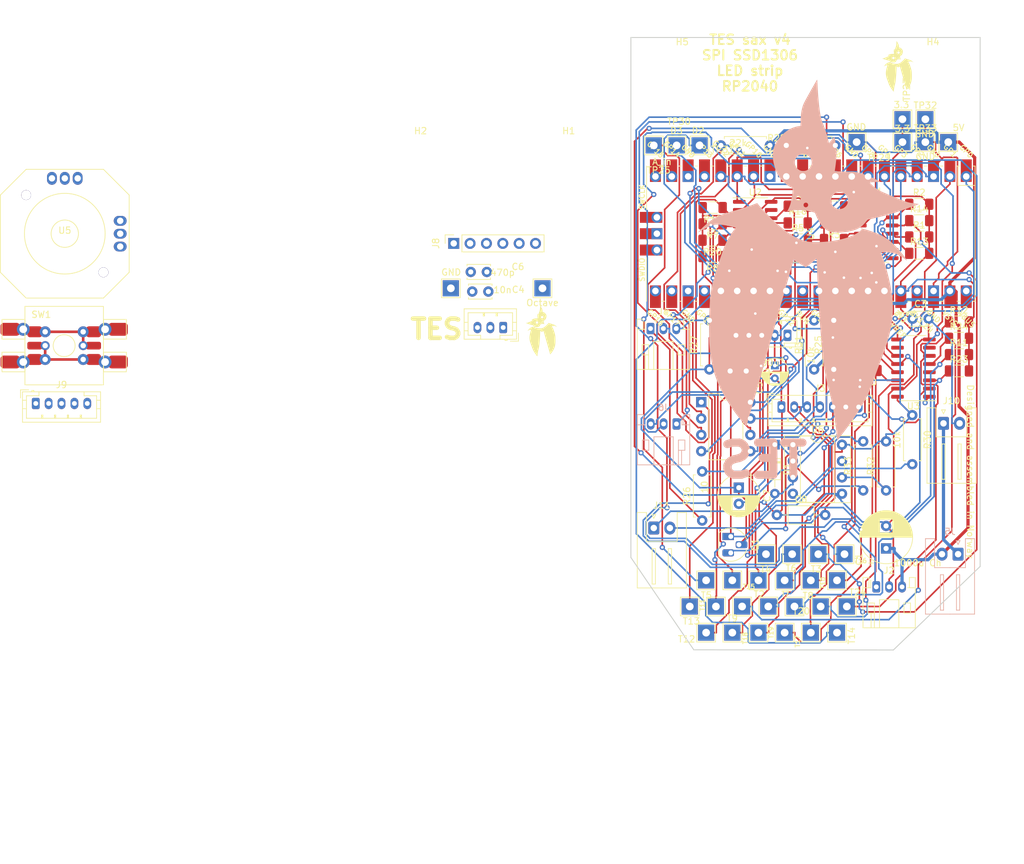
<source format=kicad_pcb>
(kicad_pcb (version 20211014) (generator pcbnew)
  (layers (0 "F.Cu" signal) (31 "B.Cu" signal) (34 "B.Paste" user) (35 "F.Paste" user) (36 "B.SilkS" user "B.Silkscreen") (37 "F.SilkS" user "F.Silkscreen") (38 "B.Mask" user) (39 "F.Mask" user) (44 "Edge.Cuts" user))
  (net 0 "")
  (net 1 "GND")
  (net 2 "Net-(J1-Pad3)")
  (net 3 "Net-(J2-Pad1)")
  (net 4 "Net-(J1-Pad4)")
  (net 5 "Net-(R26-Pad2)")
  (net 6 "Net-(U1-Pad10)")
  (net 7 "+5V")
  (net 8 "Net-(J1-Pad5)")
  (net 9 "Net-(J3-Pad5)")
  (net 10 "Net-(J3-Pad6)")
  (net 11 "Net-(J3-Pad7)")
  (net 12 "Net-(J4-Pad3)")
  (net 13 "Net-(J4-Pad1)")
  (net 14 "+3.3V")
  (net 15 "Net-(J6-Pad2)")
  (net 20 "Net-(R1-Pad1)")
  (net 21 "Net-(R2-Pad1)")
  (net 22 "Net-(R3-Pad1)")
  (net 23 "Net-(R4-Pad1)")
  (net 24 "Net-(R5-Pad1)")
  (net 25 "Net-(R6-Pad1)")
  (net 26 "Net-(R7-Pad1)")
  (net 27 "Net-(R8-Pad1)")
  (net 28 "Net-(R9-Pad1)")
  (net 29 "Net-(R10-Pad1)")
  (net 30 "Net-(R11-Pad1)")
  (net 31 "Net-(R12-Pad1)")
  (net 32 "Net-(R14-Pad1)")
  (net 33 "Net-(R15-Pad1)")
  (net 34 "Net-(R16-Pad1)")
  (net 35 "Net-(R17-Pad1)")
  (net 36 "Net-(R18-Pad1)")
  (net 37 "Net-(R19-Pad1)")
  (net 38 "Net-(R20-Pad1)")
  (net 39 "Net-(R21-Pad1)")
  (net 40 "Net-(R22-Pad1)")
  (net 41 "Net-(R23-Pad1)")
  (net 42 "Net-(R24-Pad1)")
  (net 43 "/batt_check")
  (net 44 "Net-(TP25-Pad1)")
  (net 45 "Net-(TP30-Pad1)")
  (net 46 "Net-(TP31-Pad1)")
  (net 47 "/SR_SH")
  (net 48 "/SR_DO")
  (net 49 "/SR_CLK")
  (net 50 "Net-(U2-Pad10)")
  (net 51 "Net-(Q1-Pad1)")
  (net 52 "Net-(Q1-Pad3)")
  (net 53 "Net-(C4-Pad1)")
  (net 54 "Net-(C4-Pad2)")
  (net 55 "Net-(J7-Pad1)")
  (net 59 "ADC_VREF")
  (net 60 "Net-(C6-Pad2)")
  (net 61 "Net-(D1-Pad1)")
  (net 62 "Net-(D1-Pad2)")
  (net 63 "GNDA")
  (net 64 "ADC_CLK")
  (net 65 "ADC_DIN")
  (net 66 "Net-(J10-Pad1)")
  (net 67 "Net-(J6-Pad1)")
  (net 68 "Net-(J9-Pad1)")
  (net 69 "Net-(J9-Pad2)")
  (net 70 "Net-(J9-Pad3)")
  (net 71 "Net-(J9-Pad4)")
  (net 72 "Net-(J9-Pad5)")
  (net 73 "Net-(J11-Pad2)")
  (net 74 "Net-(R32-Pad1)")
  (net 78 "ADC_CS")
  (net 79 "ADC_DOUT")
  (footprint "Capacitor_THT:CP_Radial_D5.0mm_P2.50mm" (layer "F.Cu") (at 217.975 68.326)
    (fp_text reference "C2")
    (fp_text value "100u")
  )
  (footprint "Capacitor_THT:C_Disc_D3.4mm_W2.1mm_P2.50mm" (layer "F.Cu") (at 246.293 60.198)
    (fp_text reference "C3")
    (fp_text value "0.1 ceram")
  )
  (footprint "TestPoint:TestPoint_THTPad_2.5x2.5mm_Drill1.2mm" (layer "F.Cu") (at 222.377 100.838 180)
    (fp_text reference "TP1" hide)
    (fp_text value "T2")
  )
  (footprint "TestPoint:TestPoint_THTPad_2.5x2.5mm_Drill1.2mm" (layer "F.Cu") (at 227.605 96.774 180)
    (fp_text reference "TP2" hide)
    (fp_text value "T6")
  )
  (footprint "TestPoint:TestPoint_THTPad_2.5x2.5mm_Drill1.2mm" (layer "F.Cu") (at 234.569 100.838)
    (fp_text reference "TP3" hide)
    (fp_text value "T10")
  )
  (footprint "TestPoint:TestPoint_THTPad_2.5x2.5mm_Drill1.2mm" (layer "F.Cu") (at 234.569 108.966)
    (fp_text reference "TP4" hide)
    (fp_text value "T14")
  )
  (footprint "TestPoint:TestPoint_THTPad_2.5x2.5mm_Drill1.2mm" (layer "F.Cu") (at 222.377 108.966)
    (fp_text reference "TP5" hide)
    (fp_text value "T18")
  )
  (footprint "TestPoint:TestPoint_THTPad_2.5x2.5mm_Drill1.2mm" (layer "F.Cu") (at 223.901 104.902)
    (fp_text reference "TP6" hide)
    (fp_text value "T22")
  )
  (footprint "TestPoint:TestPoint_THTPad_2.5x2.5mm_Drill1.2mm" (layer "F.Cu") (at 223.541 96.774 180)
    (fp_text reference "TP7" hide)
    (fp_text value "T4")
  )
  (footprint "TestPoint:TestPoint_THTPad_2.5x2.5mm_Drill1.2mm" (layer "F.Cu") (at 230.505 100.838 180)
    (fp_text reference "TP8" hide)
    (fp_text value "T8")
  )
  (footprint "TestPoint:TestPoint_THTPad_2.5x2.5mm_Drill1.2mm" (layer "F.Cu") (at 214.249 108.966)
    (fp_text reference "TP9" hide)
    (fp_text value "T12")
  )
  (footprint "TestPoint:TestPoint_THTPad_2.5x2.5mm_Drill1.2mm" (layer "F.Cu") (at 235.733 96.774)
    (fp_text reference "TP10" hide)
    (fp_text value "T16")
  )
  (footprint "TestPoint:TestPoint_THTPad_2.5x2.5mm_Drill1.2mm" (layer "F.Cu") (at 232.029 104.902)
    (fp_text reference "TP11" hide)
    (fp_text value "T20")
  )
  (footprint "TestPoint:TestPoint_THTPad_2.5x2.5mm_Drill1.2mm" (layer "F.Cu") (at 236.093 104.902)
    (fp_text reference "TP12" hide)
    (fp_text value "T24")
  )
  (footprint "TestPoint:TestPoint_THTPad_2.5x2.5mm_Drill1.2mm" (layer "F.Cu") (at 214.249 100.838 180)
    (fp_text reference "TP14" hide)
    (fp_text value "T5")
  )
  (footprint "TestPoint:TestPoint_THTPad_2.5x2.5mm_Drill1.2mm" (layer "F.Cu") (at 231.669 96.774 180)
    (fp_text reference "TP15" hide)
    (fp_text value "T3")
  )
  (footprint "TestPoint:TestPoint_THTPad_2.5x2.5mm_Drill1.2mm" (layer "F.Cu") (at 226.441 100.838 180)
    (fp_text reference "TP16" hide)
    (fp_text value "T7")
  )
  (footprint "TestPoint:TestPoint_THTPad_2.5x2.5mm_Drill1.2mm" (layer "F.Cu") (at 218.313 108.966)
    (fp_text reference "TP17" hide)
    (fp_text value "T9")
  )
  (footprint "TestPoint:TestPoint_THTPad_2.5x2.5mm_Drill1.2mm" (layer "F.Cu") (at 211.709 104.902)
    (fp_text reference "TP18" hide)
    (fp_text value "T13")
  )
  (footprint "TestPoint:TestPoint_THTPad_2.5x2.5mm_Drill1.2mm" (layer "F.Cu") (at 230.505 108.966)
    (fp_text reference "TP19" hide)
    (fp_text value "T17")
  )
  (footprint "TestPoint:TestPoint_THTPad_2.5x2.5mm_Drill1.2mm" (layer "F.Cu") (at 227.965 104.902)
    (fp_text reference "TP20" hide)
    (fp_text value "T21")
  )
  (footprint "TestPoint:TestPoint_THTPad_2.5x2.5mm_Drill1.2mm" (layer "F.Cu") (at 215.773 104.902)
    (fp_text reference "TP21" hide)
    (fp_text value "T11")
  )
  (footprint "TestPoint:TestPoint_THTPad_2.5x2.5mm_Drill1.2mm" (layer "F.Cu") (at 218.313 100.838)
    (fp_text reference "TP22" hide)
    (fp_text value "T15")
  )
  (footprint "TestPoint:TestPoint_THTPad_2.5x2.5mm_Drill1.2mm" (layer "F.Cu") (at 226.441 108.966)
    (fp_text reference "TP23" hide)
    (fp_text value "T19")
  )
  (footprint "TestPoint:TestPoint_THTPad_2.5x2.5mm_Drill1.2mm" (layer "F.Cu") (at 219.837 104.902)
    (fp_text reference "TP24" hide)
    (fp_text value "T23")
  )
  (footprint "TestPoint:TestPoint_THTPad_2.5x2.5mm_Drill1.2mm" (layer "F.Cu") (at 206.121 33.274)
    (fp_text reference "TP25")
    (fp_text value "A_in")
  )
  (footprint "TestPoint:TestPoint_THTPad_2.5x2.5mm_Drill1.2mm" (layer "F.Cu") (at 209.677 33.274)
    (fp_text reference "TP30")
    (fp_text value "D3")
  )
  (footprint "TestPoint:TestPoint_THTPad_2.5x2.5mm_Drill1.2mm" (layer "F.Cu") (at 213.233 33.274)
    (fp_text reference "TP31")
    (fp_text value "D2")
  )
  (footprint "Package_SO:SOIC-16_3.9x9.9mm_P1.27mm" (layer "F.Cu") (at 240.665 46.355)
    (fp_text reference "U1")
    (fp_text value "74HC165")
  )
  (footprint "Package_SO:SOIC-16_3.9x9.9mm_P1.27mm" (layer "F.Cu") (at 221.869 46.482)
    (fp_text reference "U2")
    (fp_text value "74HC165")
  )
  (footprint "Package_SO:SOIC-16_3.9x9.9mm_P1.27mm" (layer "F.Cu") (at 246.435 67.872 180)
    (fp_text reference "U3")
    (fp_text value "74HC165")
  )
  (footprint "Capacitor_THT:CP_Radial_D8.0mm_P3.50mm" (layer "F.Cu") (at 242.189 95.8867 90)
    (fp_text reference "C1")
    (fp_text value "1000u Ch")
  )
  (footprint "Connector_JST:JST_PH_B5B-PH-K_1x05_P2.00mm_Vertical" (layer "F.Cu") (at 226.885 62.78 180)
    (fp_text reference "J1")
    (fp_text value "joystick")
  )
  (footprint "Connector_JST:JST_PH_B7B-PH-K_1x07_P2.00mm_Vertical" (layer "F.Cu") (at 225.933 73.914)
    (fp_text reference "J3")
    (fp_text value "SSD1306 SPI")
  )
  (footprint "Connector_JST:JST_PH_S3B-PH-K_1x03_P2.00mm_Horizontal" (layer "F.Cu") (at 205.613 61.722)
    (fp_text reference "J4")
    (fp_text value "MIDI OUT Y:M5 - R:M4")
  )
  (footprint "TestPoint:TestPoint_THTPad_2.5x2.5mm_Drill1.2mm" (layer "F.Cu") (at 244.729 29.21)
    (fp_text reference "TP27")
    (fp_text value "3.3")
  )
  (footprint "TestPoint:TestPoint_THTPad_2.5x2.5mm_Drill1.2mm" (layer "F.Cu") (at 244.729 32.766)
    (fp_text reference "TP29")
    (fp_text value "3.3")
  )
  (footprint "TestPoint:TestPoint_THTPad_2.5x2.5mm_Drill1.2mm" (layer "F.Cu") (at 248.285 29.21)
    (fp_text reference "TP32")
    (fp_text value "GND")
  )
  (footprint "TestPoint:TestPoint_THTPad_2.5x2.5mm_Drill1.2mm" (layer "F.Cu") (at 248.285 32.766)
    (fp_text reference "TP33")
    (fp_text value "GND")
  )
  (footprint "TestPoint:TestPoint_THTPad_2.5x2.5mm_Drill1.2mm" (layer "F.Cu") (at 237.617 32.766)
    (fp_text reference "TP34" hide)
    (fp_text value "GND")
  )
  (footprint "TestPoint:TestPoint_THTPad_2.5x2.5mm_Drill1.2mm" (layer "F.Cu") (at 251.841 32.766)
    (fp_text reference "TP35" hide)
    (fp_text value "5V")
  )
  (footprint "MountingHole:MountingHole_3.2mm_M3" (layer "F.Cu") (at 249.472 21.3995)
    (fp_text reference "H4")
    (fp_text value "M3")
  )
  (footprint "MountingHole:MountingHole_3.2mm_M3" (layer "F.Cu") (at 210.534 21.3995)
    (fp_text reference "H5")
    (fp_text value "M3")
  )
  (footprint "Resistor_SMD:R_1206_3216Metric_Pad1.30x1.75mm_HandSolder" (layer "F.Cu") (at 247.334 47.498)
    (fp_text reference "R1")
    (fp_text value "10k")
  )
  (footprint "Resistor_SMD:R_1206_3216Metric_Pad1.30x1.75mm_HandSolder" (layer "F.Cu") (at 247.334 42.418)
    (fp_text reference "R2")
    (fp_text value "10k")
  )
  (footprint "Resistor_SMD:R_1206_3216Metric_Pad1.30x1.75mm_HandSolder" (layer "F.Cu") (at 234.126 45.339 180)
    (fp_text reference "R3")
    (fp_text value "10k")
  )
  (footprint "Resistor_SMD:R_1206_3216Metric_Pad1.30x1.75mm_HandSolder" (layer "F.Cu") (at 234.152 50.419 180)
    (fp_text reference "R4")
    (fp_text value "10k")
  )
  (footprint "Resistor_SMD:R_1206_3216Metric_Pad1.30x1.75mm_HandSolder" (layer "F.Cu") (at 228.499 47.934)
    (fp_text reference "R5")
    (fp_text value "10k")
  )
  (footprint "Resistor_SMD:R_1206_3216Metric_Pad1.30x1.75mm_HandSolder" (layer "F.Cu") (at 228.473 42.71)
    (fp_text reference "R6")
    (fp_text value "10k")
  )
  (footprint "Resistor_SMD:R_1206_3216Metric_Pad1.30x1.75mm_HandSolder" (layer "F.Cu") (at 215.265 45.466 180)
    (fp_text reference "R7")
    (fp_text value "10k")
  )
  (footprint "Resistor_SMD:R_1206_3216Metric_Pad1.30x1.75mm_HandSolder" (layer "F.Cu") (at 215.239 50.546 180)
    (fp_text reference "R8")
    (fp_text value "10k")
  )
  (footprint "Resistor_SMD:R_1206_3216Metric_Pad1.30x1.75mm_HandSolder" (layer "F.Cu") (at 239.305 63.162 180)
    (fp_text reference "R9")
    (fp_text value "10k")
  )
  (footprint "Resistor_SMD:R_1206_3216Metric_Pad1.30x1.75mm_HandSolder" (layer "F.Cu") (at 239.305 68.242 180)
    (fp_text reference "R10")
    (fp_text value "10k")
  )
  (footprint "Resistor_SMD:R_1206_3216Metric_Pad1.30x1.75mm_HandSolder" (layer "F.Cu") (at 253.505 65.772)
    (fp_text reference "R11")
    (fp_text value "10k")
  )
  (footprint "Resistor_SMD:R_1206_3216Metric_Pad1.30x1.75mm_HandSolder" (layer "F.Cu") (at 253.505 60.692)
    (fp_text reference "R12")
    (fp_text value "10k")
  )
  (footprint "Resistor_SMD:R_1206_3216Metric_Pad1.30x1.75mm_HandSolder" (layer "F.Cu") (at 247.334 50.038)
    (fp_text reference "R13")
    (fp_text value "10k")
  )
  (footprint "Resistor_SMD:R_1206_3216Metric_Pad1.30x1.75mm_HandSolder" (layer "F.Cu") (at 247.334 44.958)
    (fp_text reference "R14")
    (fp_text value "10k")
  )
  (footprint "Resistor_SMD:R_1206_3216Metric_Pad1.30x1.75mm_HandSolder" (layer "F.Cu") (at 234.126 42.799 180)
    (fp_text reference "R15")
    (fp_text value "10k")
  )
  (footprint "Resistor_SMD:R_1206_3216Metric_Pad1.30x1.75mm_HandSolder" (layer "F.Cu") (at 234.1 47.879 180)
    (fp_text reference "R16")
    (fp_text value "10k")
  )
  (footprint "Resistor_SMD:R_1206_3216Metric_Pad1.30x1.75mm_HandSolder" (layer "F.Cu") (at 228.473 50.546)
    (fp_text reference "R17")
    (fp_text value "10k")
  )
  (footprint "Resistor_SMD:R_1206_3216Metric_Pad1.30x1.75mm_HandSolder" (layer "F.Cu") (at 228.473 45.322)
    (fp_text reference "R18")
    (fp_text value "10k")
  )
  (footprint "Resistor_SMD:R_1206_3216Metric_Pad1.30x1.75mm_HandSolder" (layer "F.Cu") (at 215.265 42.926 180)
    (fp_text reference "R19")
    (fp_text value "10k")
  )
  (footprint "Resistor_SMD:R_1206_3216Metric_Pad1.30x1.75mm_HandSolder" (layer "F.Cu") (at 215.239 48.006 180)
    (fp_text reference "R20")
    (fp_text value "10k")
  )
  (footprint "Resistor_SMD:R_1206_3216Metric_Pad1.30x1.75mm_HandSolder" (layer "F.Cu") (at 239.305 60.622 180)
    (fp_text reference "R21")
    (fp_text value "10k")
  )
  (footprint "Resistor_SMD:R_1206_3216Metric_Pad1.30x1.75mm_HandSolder" (layer "F.Cu") (at 239.305 65.702 180)
    (fp_text reference "R22")
    (fp_text value "10k")
  )
  (footprint "Resistor_SMD:R_1206_3216Metric_Pad1.30x1.75mm_HandSolder" (layer "F.Cu") (at 253.505 68.312)
    (fp_text reference "R23")
    (fp_text value "10k")
  )
  (footprint "Resistor_SMD:R_1206_3216Metric_Pad1.30x1.75mm_HandSolder" (layer "F.Cu") (at 253.505 63.232)
    (fp_text reference "R24")
    (fp_text value "10k")
  )
  (footprint "Resistor_THT:R_Axial_DIN0207_L6.3mm_D2.5mm_P7.62mm_Horizontal" (layer "F.Cu") (at 234.061 68.072 90)
    (fp_text reference "R25")
    (fp_text value "220")
  )
  (footprint "Resistor_THT:R_Axial_DIN0207_L6.3mm_D2.5mm_P7.62mm_Horizontal" (layer "F.Cu") (at 213.635 91.542 90)
    (fp_text reference "R26")
    (fp_text value "10")
  )
  (footprint "Resistor_THT:R_Axial_DIN0207_L6.3mm_D2.5mm_P7.62mm_Horizontal" (layer "F.Cu") (at 214.757 68.072 90)
    (fp_text reference "R27")
    (fp_text value "33")
  )
  (footprint "Resistor_THT:R_Axial_DIN0207_L6.3mm_D2.5mm_P7.62mm_Horizontal" (layer "F.Cu") (at 224.155 33.274 180)
    (fp_text reference "R28")
    (fp_text value "22k")
  )
  (footprint "Resistor_THT:R_Axial_DIN0207_L6.3mm_D2.5mm_P7.62mm_Horizontal" (layer "F.Cu") (at 234.315 33.274 180)
    (fp_text reference "R29")
    (fp_text value "22k")
  )
  (footprint "Raspberry Pico:RPi_Pico_SMD_TH" (layer "F.Cu") (at 230.505 46.99 -90)
    (fp_text reference "U4")
    (fp_text value "Pico")
  )
  (footprint "Package_DIP:DIP-8_W7.62mm" (layer "F.Cu") (at 213.497 73.162)
    (fp_text reference "U7")
    (fp_text value "MCP3002")
  )
  (footprint "PCB_symbols:owl_7x10" (layer "F.Cu") (at 188.6896 62.2792)
    (fp_text reference "owl_beak" hide)
    (fp_text value "LOGO" hide)
  )
  (footprint "Connector_JST:JST_XH_S2B-XH-A_1x02_P2.50mm_Horizontal" (layer "F.Cu") (at 206.121 92.71)
    (fp_text reference "J11")
    (fp_text value "MIDI IN bk: 5 R: 4")
  )
  (footprint "Capacitor_THT:C_Disc_D3.4mm_W2.1mm_P2.50mm" (layer "F.Cu") (at 180.44 55.98 180)
    (fp_text reference "C4")
    (fp_text value "10n")
  )
  (footprint "Resistor_THT:R_Axial_DIN0207_L6.3mm_D2.5mm_P7.62mm_Horizontal" (layer "F.Cu") (at 238.633 86.868 90)
    (fp_text reference "R33")
    (fp_text value "220")
  )
  (footprint "Capacitor_THT:CP_Radial_D6.3mm_P2.50mm" (layer "F.Cu") (at 219.329 86.4476 -90)
    (fp_text reference "C7")
    (fp_text value "100u")
  )
  (footprint "Connector_JST:JST_PH_S3B-PH-K_1x03_P2.00mm_Horizontal" (layer "F.Cu") (at 240.665 101.854)
    (fp_text reference "J2")
    (fp_text value "LED strip")
  )
  (footprint "Package_DIP:DIP-8_W7.62mm_Socket" (layer "F.Cu") (at 227.721 79.766)
    (fp_text reference "U6")
    (fp_text value "6N138")
  )
  (footprint "MountingHole:MountingHole_3.2mm_M3" (layer "F.Cu") (at 181.413 66.322)
    (fp_text reference "H3" hide)
    (fp_text value "M3")
  )
  (footprint "Diode_THT:D_DO-34_SOD68_P7.62mm_Horizontal" (layer "F.Cu") (at 224.917 79.751 -90)
    (fp_text reference "D1")
    (fp_text value "1N914")
  )
  (footprint "Connector_JST:JST_PH_B5B-PH-K_1x05_P2.00mm_Vertical" (layer "F.Cu") (at 110.173 73.364)
    (fp_text reference "J9")
    (fp_text value "Thumb")
  )
  (footprint "TestPoint:TestPoint_THTPad_2.5x2.5mm_Drill1.2mm" (layer "F.Cu") (at 188.842 55.472)
    (fp_text reference "TP36" hide)
    (fp_text value "Octave")
  )
  (footprint "TestPoint:TestPoint_THTPad_2.5x2.5mm_Drill1.2mm" (layer "F.Cu") (at 174.618 55.472)
    (fp_text reference "TP37" hide)
    (fp_text value "GND")
  )
  (footprint "PCB_symbols:owl_7x10" (layer "F.Cu") (at 244.0178 21.1836)
    (fp_text reference "owl_small_pcb" hide)
    (fp_text value "LOGO" hide)
  )
  (footprint "Multi_switch:Multi_switch" (layer "F.Cu") (at 114.583 64.38)
    (fp_text reference "SW1")
    (fp_text value "SW_DIP_x01")
  )
  (footprint "Resistor_THT:R_Axial_DIN0207_L6.3mm_D2.5mm_P7.62mm_Horizontal" (layer "F.Cu") (at 246.253 75.184 -90)
    (fp_text reference "R30")
    (fp_text value "10k")
  )
  (footprint "FJ08K:FJ08K" (layer "F.Cu") (at 114.681 46.99)
    (fp_text reference "U5")
    (fp_text value "FJ08K")
  )
  (footprint "MountingHole:MountingHole_4.3mm_M4" (layer "F.Cu") (at 192.913 36.322)
    (fp_text reference "H1")
    (fp_text value "M4")
  )
  (footprint "Capacitor_THT:C_Axial_L3.8mm_D2.6mm_P7.50mm_Horizontal" (layer "F.Cu") (at 225.231 90.678)
    (fp_text reference "C8")
    (fp_text value "100n")
  )
  (footprint "Resistor_THT:R_Axial_DIN0207_L6.3mm_D2.5mm_P7.62mm_Horizontal" (layer "F.Cu") (at 242.189 86.868 90)
    (fp_text reference "R32")
    (fp_text value "220")
  )
  (footprint "Connector_PinSocket_2.54mm:PinSocket_1x06_P2.54mm_Vertical" (layer "F.Cu") (at 175.063 48.5 90)
    (fp_text reference "J8")
    (fp_text value "MXP5010")
  )
  (footprint "Capacitor_THT:C_Disc_D3.4mm_W2.1mm_P2.50mm" (layer "F.Cu") (at 180.206 52.932 180)
    (fp_text reference "C6")
    (fp_text value "470p")
  )
  (footprint "Resistor_THT:R_Axial_DIN0207_L6.3mm_D2.5mm_P7.62mm_Horizontal" (layer "F.Cu") (at 231.013 68.072 90)
    (fp_text reference "R31")
    (fp_text value "10k")
  )
  (footprint "Package_TO_SOT_THT:TO-92L_HandSolder" (layer "F.Cu") (at 218.075 94.032 -90)
    (fp_text reference "Q1")
    (fp_text value "2N7000")
  )
  (footprint "Connector_JST:JST_XH_S2B-XH-A_1x02_P2.50mm_Horizontal" (layer "F.Cu") (at 251.099 76.454)
    (fp_text reference "J10")
    (fp_text value "ON/OFF")
  )
  (footprint "MountingHole:MountingHole_4.3mm_M4" (layer "F.Cu") (at 169.913 36.322)
    (fp_text reference "H2")
    (fp_text value "M4")
  )
  (footprint "Capacitor_THT:CP_Radial_D4.0mm_P2.00mm" (layer "F.Cu") (at 224.917 67.463 -90)
    (fp_text reference "C5")
    (fp_text value "1u")
  )
  (footprint "Connector_JST:JST_PH_B3B-PH-K_1x03_P2.00mm_Vertical" (layer "F.Cu") (at 182.746 61.568 180)
    (fp_text reference "J7" hide)
    (fp_text value "01x03")
  )
  (footprint "Connector_JST:JST_PH_S3B-PH-K_1x03_P2.00mm_Horizontal" (layer "B.Cu") (at 209.645 76.544 180)
    (fp_text reference "J6")
    (fp_text value "Neck - Y:O BK:B R:3.3")
  )
  (footprint "Connector_JST:JST_XH_S2B-XH-A_1x02_P2.50mm_Horizontal" (layer "B.Cu") (at 253.365 96.774 180)
    (fp_text reference "J5")
    (fp_text value "Batt")
  )
  (footprint "PCB_symbols:owl_F_50x70" (layer "B.Cu") (at 230.0478 52.3748 180)
    (fp_text reference "owl_big_pcb" hide)
    (fp_text value "LOGO" hide)
  )
  (gr_line (start 202.565 97.282) (end 202.565 16.51) (layer "Edge.Cuts") (width 0.15))
  (gr_line (start 243.322 111.6557) (end 212.334 111.6303) (layer "Edge.Cuts") (width 0.15))
  (gr_line (start 212.334 111.6303) (end 202.565 97.282) (layer "Edge.Cuts") (width 0.15))
  (gr_line (start 256.794 16.51) (end 256.794 98.679) (layer "Edge.Cuts") (width 0.15))
  (gr_line (start 256.794 98.679) (end 243.322 111.6557) (layer "Edge.Cuts") (width 0.15))
  (gr_line (start 202.565 16.51) (end 256.794 16.51) (layer "Edge.Cuts") (width 0.15))
  (gr_text "TES" (at 223.139 82.1944) (layer "B.SilkS") (effects (font (size 5 5) (thickness 1.25)) (justify mirror)))
  (gr_text "TES sax v4\nSPI SSD1306\nLED strip\nRP2040" (at 221.0562 20.4724) (layer "F.SilkS") (effects (font (size 1.5 1.5) (thickness 0.3))))
  (gr_text "TES\n" (at 172.3828 61.822) (layer "F.SilkS") (effects (font (size 3 3) (thickness 0.7))))
  (gr_text "Designed and assembled in Norway" (at 255.27 83.947 270) (layer "F.SilkS") (effects (font (size 1 1))))
  (segment (start 248.793 63.31) (end 248.91 63.427) (width 0.25) (layer "F.Cu") (net 1))
  (segment (start 243.14 43.18) (end 242.6735 43.18) (width 0.25) (layer "F.Cu") (net 1))
  (segment (start 225.933 73.914) (end 226.0232 74.0042) (width 0.25) (layer "F.Cu") (net 1))
  (segment (start 249.555 55.88) (end 249.555 54.7047) (width 0.25) (layer "F.Cu") (net 1))
  (segment (start 234.3092 50.8712) (end 234.3092 49.8112) (width 0.25) (layer "F.Cu") (net 1))
  (segment (start 248.793 60.198) (end 248.793 63.31) (width 0.25) (layer "F.Cu") (net 1))
  (segment (start 249.8603 34.3413) (end 250.8728 35.3537) (width 0.25) (layer "F.Cu") (net 1))
  (segment (start 219.8528 50.927) (end 221.3242 49.4556) (width 0.25) (layer "F.Cu") (net 1))
  (segment (start 246.9508 64.2426) (end 247.7664 63.427) (width 0.25) (layer "F.Cu") (net 1))
  (segment (start 243.3703 78.0753) (end 243.3703 91.2054) (width 0.25) (layer "F.Cu") (net 1))
  (segment (start 250.4446 53.1782) (end 250.3623 53.2605) (width 0.25) (layer "F.Cu") (net 1))
  (segment (start 248.285 29.21) (end 248.285 32.766) (width 0.25) (layer "F.Cu") (net 1))
  (segment (start 248.285 32.766) (end 249.8603 32.766) (width 0.25) (layer "F.Cu") (net 1))
  (segment (start 243.96 71.047) (end 243.4786 71.047) (width 0.25) (layer "F.Cu") (net 1))
  (segment (start 243.3143 93.512) (end 243.3143 100.0044) (width 0.25) (layer "F.Cu") (net 1))
  (segment (start 249.555 36.6715) (end 250.8728 35.3537) (width 0.25) (layer "F.Cu") (net 1))
  (segment (start 250.4446 53.0903) (end 250.4446 53.1782) (width 0.25) (layer "F.Cu") (net 1))
  (segment (start 253.1349 35.1246) (end 253.2704 35.2601) (width 0.25) (layer "F.Cu") (net 1))
  (segment (start 226.0232 89.8858) (end 225.231 90.678) (width 0.25) (layer "F.Cu") (net 1))
  (segment (start 251.1019 35.1246) (end 253.1349 35.1246) (width 0.25) (layer "F.Cu") (net 1))
  (segment (start 246.9508 69.0934) (end 246.9508 64.2426) (width 0.25) (layer "F.Cu") (net 1))
  (segment (start 249.555 37.5123) (end 249.555 36.6715) (width 0.25) (layer "F.Cu") (net 1))
  (segment (start 242.5746 77.2796) (end 243.3703 78.0753) (width 0.25) (layer "F.Cu") (net 1))
  (segment (start 243.4786 71.047) (end 242.5746 71.951) (width 0.25) (layer "F.Cu") (net 1))
  (segment (start 242.189 92.3867) (end 243.3143 93.512) (width 0.25) (layer "F.Cu") (net 1))
  (segment (start 247.7664 63.427) (end 248.91 63.427) (width 0.25) (layer "F.Cu") (net 1))
  (segment (start 237.3378 51.6522) (end 235.0902 51.6522) (width 0.25) (layer "F.Cu") (net 1))
  (segment (start 221.3242 45.9335) (end 223.9507 43.307) (width 0.25) (layer "F.Cu") (net 1))
  (segment (start 244.9972 71.047) (end 246.9508 69.0934) (width 0.25) (layer "F.Cu") (net 1))
  (segment (start 249.555 38.1) (end 249.555 37.5123) (width 0.25) (layer "F.Cu") (net 1))
  (segment (start 221.3242 49.4556) (end 221.3242 45.9335) (width 0.25) (layer "F.Cu") (net 1))
  (segment (start 225.231 90.678) (end 223.2482 88.6952) (width 0.25) (layer "F.Cu") (net 1))
  (segment (start 250.3623 53.2605) (end 250.3623 53.8974) (width 0.25) (layer "F.Cu") (net 1))
  (segment (start 240.5704 34.1441) (end 239.1923 32.766) (width 0.25) (layer "F.Cu") (net 1))
  (segment (start 219.394 50.927) (end 219.8528 50.927) (width 0.25) (layer "F.Cu") (net 1))
  (segment (start 224.917 69.463) (end 225.933 70.479) (width 0.25) (layer "F.Cu") (net 1))
  (segment (start 242.5746 71.951) (end 242.5746 77.2796) (width 0.25) (layer "F.Cu") (net 1))
  (segment (start 253.2704 49.7803) (end 251.7341 51.3166) (width 0.25) (layer "F.Cu") (net 1))
  (segment (start 249.555 59.436) (end 248.793 60.198) (width 0.25) (layer "F.Cu") (net 1))
  (segment (start 249.555 55.88) (end 249.555 59.436) (width 0.25) (layer "F.Cu") (net 1))
  (segment (start 225.933 70.479) (end 225.933 73.914) (width 0.25) (layer "F.Cu") (net 1))
  (segment (start 242.665 101.854) (end 242.665 100.6537) (width 0.25) (layer "F.Cu") (net 1))
  (segment (start 253.2704 35.2601) (end 253.2704 49.7803) (width 0.25) (layer "F.Cu") (net 1))
  (segment (start 250.3623 53.8974) (end 249.555 54.7047) (width 0.25) (layer "F.Cu") (net 1))
  (segment (start 226.0232 74.0042) (end 226.0232 89.8858) (width 0.25) (layer "F.Cu") (net 1))
  (segment (start 243.96 71.047) (end 244.9972 71.047) (width 0.25) (layer "F.Cu") (net 1))
  (segment (start 251.7341 51.8008) (end 250.4446 53.0903) (width 0.25) (layer "F.Cu") (net 1))
  (segment (start 240.5704 41.0769) (end 240.5704 34.1441) (width 0.25) (layer "F.Cu") (net 1))
  (segment (start 242.6735 43.18) (end 240.5704 41.0769) (width 0.25) (layer "F.Cu") (net 1))
  (segment (start 251.7341 51.3166) (end 251.7341 51.8008) (width 0.25) (layer "F.Cu") (net 1))
  (segment (start 243.3143 100.0044) (end 242.665 100.6537) (width 0.25) (layer "F.Cu") (net 1))
  (segment (start 250.8728 35.3537) (end 251.1019 35.1246) (width 0.25) (layer "F.Cu") (net 1))
  (segment (start 223.9507 43.307) (end 224.344 43.307) (width 0.25) (layer "F.Cu") (net 1))
  (segment (start 238.19 50.8) (end 237.3378 51.6522) (width 0.25) (layer "F.Cu") (net 1))
  (segment (start 235.0902 51.6522) (end 234.3092 50.8712) (width 0.25) (layer "F.Cu") (net 1))
  (segment (start 243.3703 91.2054) (end 242.189 92.3867) (width 0.25) (layer "F.Cu") (net 1))
  (segment (start 237.617 32.766) (end 239.1923 32.766) (width 0.25) (layer "F.Cu") (net 1))
  (segment (start 249.8603 32.766) (end 249.8603 34.3413) (width 0.25) (layer "F.Cu") (net 1))
  (via (at 223.2482 88.6952) (size 0.8) (drill 0.4) (layers "F.Cu" "B.Cu") (net 1))
  (via (at 234.3092 49.8112) (size 0.8) (drill 0.4) (layers "F.Cu" "B.Cu") (net 1))
  (via (at 221.3242 49.4556) (size 0.8) (drill 0.4) (layers "F.Cu" "B.Cu") (net 1))
  (segment (start 234.9009 31.6252) (end 229.4691 31.6252) (width 0.25) (layer "B.Cu") (net 1))
  (segment (start 219.5814 88.6952) (end 223.2482 88.6952) (width 0.25) (layer "B.Cu") (net 1))
  (segment (start 235.2192 88.4719) (end 235.2192 88.3895) (width 0.25) (layer "B.Cu") (net 1))
  (segment (start 235.341 87.386) (end 234.2157 87.386) (width 0.25) (layer "B.Cu") (net 1))
  (segment (start 236.0417 32.766) (end 234.9009 31.6252) (width 0.25) (layer "B.Cu") (net 1))
  (segment (start 235.2192 88.3895) (end 234.2157 87.386) (width 0.25) (layer "B.Cu") (net 1))
  (segment (start 240.742 37.6288) (end 240.742 45.2507) (width 0.25) (layer "B.Cu") (net 1))
  (segment (start 219.329 88.9476) (end 219.5814 88.6952) (width 0.25) (layer "B.Cu") (net 1))
  (segment (start 253.599 76.454) (end 252.4237 76.454) (width 0.25) (layer "B.Cu") (net 1))
  (segment (start 248.285 32.766) (end 246.7097 32.766) (width 0.25) (layer "B.Cu") (net 1))
  (segment (start 239.1923 32.766) (end 240.7676 34.3413) (width 0.25) (layer "B.Cu") (net 1))
  (segment (start 208.5383 62.3003) (end 211.8077 65.5697) (width 0.25) (layer "B.Cu") (net 1))
  (segment (start 221.9794 50.1108) (end 228.938 50.1108) (width 0.25) (layer "B.Cu") (net 1))
  (segment (start 217.7187 65.5697) (end 220.475 68.326) (width 0.25) (layer "B.Cu") (net 1))
  (segment (start 208.5383 61.722) (end 208.5383 62.3003) (width 0.25) (layer "B.Cu") (net 1))
  (segment (start 229.2376 49.8112) (end 234.3092 49.8112) (width 0.25) (layer "B.Cu") (net 1))
  (segment (start 221.612 69.463) (end 224.917 69.463) (width 0.25) (layer "B.Cu") (net 1))
  (segment (start 240.4043 45.5884) (end 240.4043 47.6067) (width 0.25) (layer "B.Cu") (net 1))
  (segment (start 229.4691 31.6252) (end 227.8203 33.274) (width 0.25) (layer "B.Cu") (net 1))
  (segment (start 241.4327 49.2142) (end 240.8357 49.8112) (width 0.25) (layer "B.Cu") (net 1))
  (segment (start 234.2157 87.386) (end 232.8751 87.386) (width 0.25) (layer "B.Cu") (net 1))
  (segment (start 237.617 32.766) (end 239.1923 32.766) (width 0.25) (layer "B.Cu") (net 1))
  (segment (start 220.475 68.326) (end 221.612 69.463) (width 0.25) (layer "B.Cu") (net 1))
  (segment (start 238.5132 91.7682) (end 235.2191 88.4741) (width 0.25) (layer "B.Cu") (net 1))
  (segment (start 248.8447 60.198) (end 248.793 60.198) (width 0.25) (layer "B.Cu") (net 1))
  (segment (start 241.9182 36.4526) (end 240.742 37.6288) (width 0.25) (layer "B.Cu") (net 1))
  (segment (start 248.3797 38.1) (end 248.3797 37.7327) (width 0.25) (layer "B.Cu") (net 1))
  (segment (start 235.2191 88.4741) (end 235.2191 88.472) (width 0.25) (layer "B.Cu") (net 1))
  (segment (start 248.3797 37.7327) (end 247.0996 36.4526) (width 0.25) (layer "B.Cu") (net 1))
  (segment (start 240.4043 47.6067) (end 241.4327 48.6351) (width 0.25) (layer "B.Cu") (net 1))
  (segment (start 232.8751 87.386) (end 229.5831 90.678) (width 0.25) (layer "B.Cu") (net 1))
  (segment (start 241.5705 91.7682) (end 238.5132 91.7682) (width 0.25) (layer "B.Cu") (net 1))
  (segment (start 236.8294 32.766) (end 236.0417 32.766) (width 0.25) (layer "B.Cu") (net 1))
  (segment (start 221.3242 49.4556) (end 221.9794 50.1108) (width 0.25) (layer "B.Cu") (net 1))
  (segment (start 252.4237 76.454) (end 252.4237 63.777) (width 0.25) (layer "B.Cu") (net 1))
  (segment (start 211.8077 65.5697) (end 217.7187 65.5697) (width 0.25) (layer "B.Cu") (net 1))
  (segment (start 242.189 92.3867) (end 241.5705 91.7682) (width 0.25) (layer "B.Cu") (net 1))
  (segment (start 252.4237 63.777) (end 248.8447 60.198) (width 0.25) (layer "B.Cu") (net 1))
  (segment (start 236.8294 32.766) (end 237.617 32.766) (width 0.25) (layer "B.Cu") (net 1))
  (segment (start 235.2191 88.472) (end 235.2192 88.4719) (width 0.25) (layer "B.Cu") (net 1))
  (segment (start 240.8357 49.8112) (end 234.3092 49.8112) (width 0.25) (layer "B.Cu") (net 1))
  (segment (start 246.119 34.3413) (end 246.7097 33.7506) (width 0.25) (layer "B.Cu") (net 1))
  (segment (start 226.695 33.274) (end 227.8203 33.274) (width 0.25) (layer "B.Cu") (net 1))
  (segment (start 240.742 45.2507) (end 240.4043 45.5884) (width 0.25) (layer "B.Cu") (net 1))
  (segment (start 228.938 50.1108) (end 229.2376 49.8112) (width 0.25) (layer "B.Cu") (net 1))
  (segment (start 207.613 61.722) (end 208.5383 61.722) (width 0.25) (layer "B.Cu") (net 1))
  (segment (start 240.7676 34.3413) (end 246.119 34.3413) (width 0.25) (layer "B.Cu") (net 1))
  (segment (start 247.0996 36.4526) (end 241.9182 36.4526) (width 0.25) (layer "B.Cu") (net 1))
  (segment (start 241.4327 48.6351) (end 241.4327 49.2142) (width 0.25) (layer "B.Cu") (net 1))
  (segment (start 229.5831 90.678) (end 225.231 90.678) (width 0.25) (layer "B.Cu") (net 1))
  (segment (start 246.7097 33.7506) (end 246.7097 32.766) (width 0.25) (layer "B.Cu") (net 1))
  (segment (start 249.555 38.1) (end 248.3797 38.1) (width 0.25) (layer "B.Cu") (net 1))
  (segment (start 223.8103 62.2017) (end 223.8103 62.78) (width 0.25) (layer "B.Cu") (net 2))
  (segment (start 236.7779 58.1298) (end 227.8822 58.1298) (width 0.25) (layer "B.Cu") (net 2))
  (segment (start 238.2197 56.688) (end 236.7779 58.1298) (width 0.25) (layer "B.Cu") (net 2))
  (segment (start 238.2197 55.88) (end 238.2197 56.688) (width 0.25) (layer "B.Cu") (net 2))
  (segment (start 239.395 55.88) (end 238.2197 55.88) (width 0.25) (layer "B.Cu") (net 2))
  (segment (start 227.8822 58.1298) (end 223.8103 62.2017) (width 0.25) (layer "B.Cu") (net 2))
  (segment (start 222.885 62.78) (end 223.8103 62.78) (width 0.25) (layer "B.Cu") (net 2))
  (segment (start 234.061 68.072) (end 235.5902 69.6012) (width 0.25) (layer "F.Cu") (net 3))
  (segment (start 236.8729 91.2971) (end 235.6772 92.4928) (width 0.25) (layer "F.Cu") (net 3))
  (segment (start 235.5902 71.7173) (end 236.8729 73) (width 0.25) (layer "F.Cu") (net 3))
  (segment (start 236.8729 73) (end 236.8729 91.2971) (width 0.25) (layer "F.Cu") (net 3))
  (segment (start 235.5902 69.6012) (end 235.5902 71.7173) (width 0.25) (layer "F.Cu") (net 3))
  (via (at 235.6772 92.4928) (size 0.8) (drill 0.4) (layers "F.Cu" "B.Cu") (net 3))
  (segment (start 240.665 101.854) (end 240.4784 101.6674) (width 0.25) (layer "B.Cu") (net 3))
  (segment (start 240.4784 97.294) (end 235.6772 92.4928) (width 0.25) (layer "B.Cu") (net 3))
  (segment (start 240.4784 101.6674) (end 240.4784 97.294) (width 0.25) (layer "B.Cu") (net 3))
  (segment (start 220.885 62.78) (end 220.885 62.5493) (width 0.25) (layer "B.Cu") (net 4))
  (segment (start 233.1397 56.1813) (end 233.1397 55.88) (width 0.25) (layer "B.Cu") (net 4))
  (segment (start 234.315 55.88) (end 233.1397 55.88) (width 0.25) (layer "B.Cu") (net 4))
  (segment (start 220.885 62.5493) (end 226.379 57.0553) (width 0.25) (layer "B.Cu") (net 4))
  (segment (start 226.379 57.0553) (end 232.2657 57.0553) (width 0.25) (layer "B.Cu") (net 4))
  (segment (start 232.2657 57.0553) (end 233.1397 56.1813) (width 0.25) (layer "B.Cu") (net 4))
  (segment (start 254.1033 58.0903) (end 255.8103 56.3833) (width 0.25) (layer "B.Cu") (net 5))
  (segment (start 232.9329 74.5594) (end 232.9329 71.8728) (width 0.25) (layer "B.Cu") (net 5))
  (segment (start 224.0483 77.9796) (end 228.5141 77.9796) (width 0.25) (layer "B.Cu") (net 5))
  (segment (start 254.635 38.1) (end 254.635 39.2753) (width 0.25) (layer "B.Cu") (net 5))
  (segment (start 255.8103 56.3833) (end 255.8103 40.4506) (width 0.25) (layer "B.Cu") (net 5))
  (segment (start 219.7461 83.922) (end 222.9119 80.7562) (width 0.25) (layer "B.Cu") (net 5))
  (segment (start 213.635 83.922) (end 219.7461 83.922) (width 0.25) (layer "B.Cu") (net 5))
  (segment (start 246.7153 58.0904) (end 246.7153 58.0903) (width 0.25) (layer "B.Cu") (net 5))
  (segment (start 222.9119 79.116) (end 224.0483 77.9796) (width 0.25) (layer "B.Cu") (net 5))
  (segment (start 228.5141 77.9796) (end 231.1059 75.3878) (width 0.25) (layer "B.Cu") (net 5))
  (segment (start 222.9119 80.7562) (end 222.9119 79.116) (width 0.25) (layer "B.Cu") (net 5))
  (segment (start 232.9329 71.8728) (end 246.7153 58.0904) (width 0.25) (layer "B.Cu") (net 5))
  (segment (start 231.1059 75.3878) (end 232.1045 75.3878) (width 0.25) (layer "B.Cu") (net 5))
  (segment (start 232.1045 75.3878) (end 232.9329 74.5594) (width 0.25) (layer "B.Cu") (net 5))
  (segment (start 255.8103 40.4506) (end 254.635 39.2753) (width 0.25) (layer "B.Cu") (net 5))
  (segment (start 246.7153 58.0903) (end 254.1033 58.0903) (width 0.25) (layer "B.Cu") (net 5))
  (segment (start 244.4805 50.4564) (end 244.4805 51.1343) (width 0.25) (layer "F.Cu") (net 6))
  (segment (start 243.5541 49.53) (end 244.4805 50.4564) (width 0.25) (layer "F.Cu") (net 6))
  (segment (start 224.344 50.927) (end 224.344 51.761) (width 0.25) (layer "F.Cu") (net 6))
  (segment (start 243.5738 52.041) (end 242.5523 52.041) (width 0.25) (layer "F.Cu") (net 6))
  (segment (start 224.344 51.761) (end 225.3425 52.7595) (width 0.25) (layer "F.Cu") (net 6))
  (segment (start 244.4805 51.1343) (end 243.5738 52.041) (width 0.25) (layer "F.Cu") (net 6))
  (segment (start 243.14 49.53) (end 243.5541 49.53) (width 0.25) (layer "F.Cu") (net 6))
  (via (at 225.3425 52.7595) (size 0.8) (drill 0.4) (layers "F.Cu" "B.Cu") (net 6))
  (via (at 242.5523 52.041) (size 0.8) (drill 0.4) (layers "F.Cu" "B.Cu") (net 6))
  (segment (start 231.613 52.9099) (end 231.0121 52.9099) (width 0.25) (layer "B.Cu") (net 6))
  (segment (start 242.2335 52.3598) (end 233.04 52.3598) (width 0.25) (layer "B.Cu") (net 6))
  (segment (start 225.9199 52.1821) (end 225.3425 52.7595) (width 0.25) (layer "B.Cu") (net 6))
  (segment (start 231.0121 52.9099) (end 230.2843 52.1821) (width 0.25) (layer "B.Cu") (net 6))
  (segment (start 230.2843 52.1821) (end 225.9199 52.1821) (width 0.25) (layer "B.Cu") (net 6))
  (segment (start 232.2498 52.273) (end 232.2498 52.2731) (width 0.25) (layer "B.Cu") (net 6))
  (segment (start 232.9532 52.273) (end 232.2498 52.273) (width 0.25) (layer "B.Cu") (net 6))
  (segment (start 242.5523 52.041) (end 242.2335 52.3598) (width 0.25) (layer "B.Cu") (net 6))
  (segment (start 232.2498 52.2731) (end 231.613 52.9099) (width 0.25) (layer "B.Cu") (net 6))
  (segment (start 233.04 52.3598) (end 232.9532 52.273) (width 0.25) (layer "B.Cu") (net 6))
  (segment (start 252.095 55.0593) (end 252.095 54.5797) (width 0.5) (layer "F.Cu") (net 7))
  (segment (start 253.5173 61.3131) (end 253.5173 73.831) (width 0.5) (layer "F.Cu") (net 7))
  (segment (start 255.9354 50.7393) (end 252.095 54.5797) (width 0.5) (layer "F.Cu") (net 7))
  (segment (start 253.5413 32.766) (end 255.9354 35.1601) (width 0.5) (layer "F.Cu") (net 7))
  (segment (start 252.095 55.88) (end 252.095 55.2298) (width 0.5) (layer "F.Cu") (net 7))
  (segment (start 251.841 32.766) (end 253.5413 32.766) (width 0.5) (layer "F.Cu") (net 7))
  (segment (start 254.9053 75.219) (end 254.9053 92.7337) (width 0.5) (layer "F.Cu") (net 7))
  (segment (start 255.9354 35.1601) (end 255.9354 50.7393) (width 0.5) (layer "F.Cu") (net 7))
  (segment (start 253.0564 56.0207) (end 253.0564 60.8522) (width 0.5) (layer "F.Cu") (net 7))
  (segment (start 254.9053 92.7337) (end 250.865 96.774) (width 0.5) (layer "F.Cu") (net 7))
  (segment (start 252.095 55.2298) (end 252.095 55.0593) (width 0.5) (layer "F.Cu") (net 7))
  (segment (start 252.095 55.0593) (end 253.0564 56.0207) (width 0.5) (layer "F.Cu") (net 7))
  (segment (start 253.5173 73.831) (end 254.9053 75.219) (width 0.5) (layer "F.Cu") (net 7))
  (segment (start 253.0564 60.8522) (end 253.5173 61.3131) (width 0.5) (layer "F.Cu") (net 7))
  (segment (start 250.7236 57.2514) (end 252.095 55.88) (width 0.5) (layer "B.Cu") (net 7))
  (segment (start 243.4393 95.8867) (end 243.4393 96.4066) (width 0.5) (layer "B.Cu") (net 7))
  (segment (start 241.293 57.8163) (end 244.9903 57.8163) (width 0.5) (layer "B.Cu") (net 7))
  (segment (start 231.0373 68.072) (end 241.293 57.8163) (width 0.5) (layer "B.Cu") (net 7))
  (segment (start 245.5552 57.2514) (end 250.7236 57.2514) (width 0.5) (layer "B.Cu") (net 7))
  (segment (start 249.6844 31.0145) (end 226.4145 31.0145) (width 0.5) (layer "B.Cu") (net 7))
  (segment (start 242.189 95.8867) (end 243.4393 95.8867) (width 0.5) (layer "B.Cu") (net 7))
  (segment (start 243.4393 96.4066) (end 244.665 97.6323) (width 0.5) (layer "B.Cu") (net 7))
  (segment (start 244.9903 57.8163) (end 245.5552 57.2514) (width 0.5) (layer "B.Cu") (net 7))
  (segment (start 250.865 96.774) (end 249.5647 96.774) (width 0.5) (layer "B.Cu") (net 7))
  (segment (start 226.4145 31.0145) (end 224.155 33.274) (width 0.5) (layer "B.Cu") (net 7))
  (segment (start 250.1407 31.4708) (end 249.6844 31.0145) (width 0.5) (layer "B.Cu") (net 7))
  (segment (start 231.013 68.072) (end 231.0373 68.072) (width 0.5) (layer "B.Cu") (net 7))
  (segment (start 250.1407 32.766) (end 250.1407 31.4708) (width 0.5) (layer "B.Cu") (net 7))
  (segment (start 248.7064 97.6323) (end 249.5647 96.774) (width 0.5) (layer "B.Cu") (net 7))
  (segment (start 244.665 97.6323) (end 244.665 101.854) (width 0.5) (layer "B.Cu") (net 7))
  (segment (start 244.665 97.6323) (end 248.7064 97.6323) (width 0.5) (layer "B.Cu") (net 7))
  (segment (start 251.841 32.766) (end 250.1407 32.766) (width 0.5) (layer "B.Cu") (net 7))
  (segment (start 219.8103 62.267) (end 221.9533 60.124) (width 0.25) (layer "B.Cu") (net 8))
  (segment (start 219.8103 62.78) (end 219.8103 62.267) (width 0.25) (layer "B.Cu") (net 8))
  (segment (start 225.5197 56.862) (end 225.5197 55.88) (width 0.25) (layer "B.Cu") (net 8))
  (segment (start 218.885 62.78) (end 219.8103 62.78) (width 0.25) (layer "B.Cu") (net 8))
  (segment (start 221.9533 60.124) (end 222.2577 60.124) (width 0.25) (layer "B.Cu") (net 8))
  (segment (start 222.2577 60.124) (end 225.5197 56.862) (width 0.25) (layer "B.Cu") (net 8))
  (segment (start 226.695 55.88) (end 225.5197 55.88) (width 0.25) (layer "B.Cu") (net 8))
  (segment (start 231.775 35.1247) (end 230.3301 33.6798) (width 0.25) (layer "F.Cu") (net 9))
  (segment (start 233.933 73.914) (end 233.933 77.7153) (width 0.25) (layer "F.Cu") (net 9))
  (segment (start 203.1338 32.6505) (end 203.1338 80.0195) (width 0.25) (layer "F.Cu") (net 9))
  (segment (start 231.775 38.1) (end 231.775 35.1247) (width 0.25) (layer "F.Cu") (net 9))
  (segment (start 205.1527 30.6316) (end 203.1338 32.6505) (width 0.25) (layer "F.Cu") (net 9))
  (segment (start 205.4053 30.6316) (end 205.1527 30.6316) (width 0.25) (layer "F.Cu") (net 9))
  (segment (start 203.1338 80.0195) (end 204.145 81.0307) (width 0.25) (layer "F.Cu") (net 9))
  (segment (start 230.3301 33.6798) (end 229.9555 33.6798) (width 0.25) (layer "F.Cu") (net 9))
  (via (at 229.9555 33.6798) (size 0.8) (drill 0.4) (layers "F.Cu" "B.Cu") (net 9))
  (via (at 233.933 77.7153) (size 0.8) (drill 0.4) (layers "F.Cu" "B.Cu") (net 9))
  (via (at 205.4053 30.6316) (size 0.8) (drill 0.4) (layers "F.Cu" "B.Cu") (net 9))
  (via (at 204.145 81.0307) (size 0.8) (drill 0.4) (layers "F.Cu" "B.Cu") (net 9))
  (segment (start 222.1071 87.5822) (end 225.9687 83.7206) (width 0.25) (layer "B.Cu") (net 9))
  (segment (start 229.9555 33.6798) (end 229.2359 34.3994) (width 0.25) (layer "B.Cu") (net 9))
  (segment (start 204.145 81.0307) (end 210.6965 87.5822) (width 0.25) (layer "B.Cu") (net 9))
  (segment (start 225.9687 83.7206) (end 227.9277 83.7206) (width 0.25) (layer "B.Cu") (net 9))
  (segment (start 227.9277 83.7206) (end 233.933 77.7153) (width 0.25) (layer "B.Cu") (net 9))
  (segment (start 210.6965 87.5822) (end 222.1071 87.5822) (width 0.25) (layer "B.Cu") (net 9))
  (segment (start 219.7122 30.6316) (end 205.4053 30.6316) (width 0.25) (layer "B.Cu") (net 9))
  (segment (start 229.2359 34.3994) (end 223.48 34.3994) (width 0.25) (layer "B.Cu") (net 9))
  (segment (start 223.48 34.3994) (end 219.7122 30.6316) (width 0.25) (layer "B.Cu") (net 9))
  (segment (start 235.933 73.914) (end 235.0077 73.914) (width 0.25) (layer "F.Cu") (net 10))
  (segment (start 246.8859 61.9029) (end 246.1665 61.9029) (width 0.25) (layer "F.Cu") (net 10))
  (segment (start 235.0077 70.6816) (end 235.0077 73.914) (width 0.25) (layer "F.Cu") (net 10))
  (segment (start 234.0441 69.718) (end 235.0077 70.6816) (width 0.25) (layer "F.Cu") (net 10))
  (segment (start 244.4468 60.1832) (end 243.5967 60.1832) (width 0.25) (layer "F.Cu") (net 10))
  (segment (start 246.1665 61.9029) (end 244.4468 60.1832) (width 0.25) (layer "F.Cu") (net 10))
  (via (at 234.0441 69.718) (size 0.8) (drill 0.4) (layers "F.Cu" "B.Cu") (net 10))
  (via (at 246.8859 61.9029) (size 0.8) (drill 0.4) (layers "F.Cu" "B.Cu") (net 10))
  (via (at 243.5967 60.1832) (size 0.8) (drill 0.4) (layers "F.Cu" "B.Cu") (net 10))
  (segment (start 248.3429 58.9987) (end 247.6677 59.6739) (width 0.25) (layer "B.Cu") (net 10))
  (segment (start 234.315 38.1) (end 235.4903 38.1) (width 0.25) (layer "B.Cu") (net 10))
  (segment (start 232.9356 68.6095) (end 234.0441 69.718) (width 0.25) (layer "B.Cu") (net 10))
  (segment (start 240.2989 60.1832) (end 232.9356 67.5465) (width 0.25) (layer "B.Cu") (net 10))
  (segment (start 237.2304 35.5519) (end 253.8094 35.5519) (width 0.25) (layer "B.Cu") (net 10))
  (segment (start 232.9356 67.5465) (end 232.9356 68.6095) (width 0.25) (layer "B.Cu") (net 10))
  (segment (start 247.6677 61.1211) (end 246.8859 61.9029) (width 0.25) (layer "B.Cu") (net 10))
  (segment (start 235.4903 37.292) (end 237.2304 35.5519) (width 0.25) (layer "B.Cu") (net 10))
  (segment (start 247.6677 59.6739) (end 247.6677 61.1211) (width 0.25) (layer "B.Cu") (net 10))
  (segment (start 253.8094 35.5519) (end 256.2685 38.011) (width 0.25) (layer "B.Cu") (net 10))
  (segment (start 235.4903 38.1) (end 235.4903 37.292) (width 0.25) (layer "B.Cu") (net 10))
  (segment (start 253.8318 58.9987) (end 248.3429 58.9987) (width 0.25) (layer "B.Cu") (net 10))
  (segment (start 256.2685 38.011) (end 256.2685 56.562) (width 0.25) (layer "B.Cu") (net 10))
  (segment (start 243.5967 60.1832) (end 240.2989 60.1832) (width 0.25) (layer "B.Cu") (net 10))
  (segment (start 256.2685 56.562) (end 253.8318 58.9987) (width 0.25) (layer "B.Cu") (net 10))
  (segment (start 236.2001 65.3915) (end 236.2001 70.37) (width 0.25) (layer "F.Cu") (net 11))
  (segment (start 237.933 72.1029) (end 237.933 73.914) (width 0.25) (layer "F.Cu") (net 11))
  (segment (start 228.0501 61.7398) (end 228.0501 48.625) (width 0.25) (layer "F.Cu") (net 11))
  (segment (start 236.2001 70.37) (end 237.933 72.1029) (width 0.25) (layer "F.Cu") (net 11))
  (segment (start 233.9294 63.1208) (end 236.2001 65.3915) (width 0.25) (layer "F.Cu") (net 11))
  (segment (start 228.0501 48.625) (end 228.2643 48.4108) (width 0.25) (layer "F.Cu") (net 11))
  (via (at 228.2643 48.4108) (size 0.8) (drill 0.4) (layers "F.Cu" "B.Cu") (net 11))
  (via (at 228.0501 61.7398) (size 0.8) (drill 0.4) (layers "F.Cu" "B.Cu") (net 11))
  (via (at 233.9294 63.1208) (size 0.8) (drill 0.4) (layers "F.Cu" "B.Cu") (net 11))
  (segment (start 238.9118 39.7585) (end 239.395 39.2753) (width 0.25) (layer "B.Cu") (net 11))
  (segment (start 233.9294 63.1208) (end 232.5484 61.7398) (width 0.25) (layer "B.Cu") (net 11))
  (segment (start 228.2643 48.4108) (end 236.9166 39.7585) (width 0.25) (layer "B.Cu") (net 11))
  (segment (start 236.9166 39.7585) (end 238.9118 39.7585) (width 0.25) (layer "B.Cu") (net 11))
  (segment (start 239.395 38.1) (end 239.395 39.2753) (width 0.25) (layer "B.Cu") (net 11))
  (segment (start 232.5484 61.7398) (end 228.0501 61.7398) (width 0.25) (layer "B.Cu") (net 11))
  (segment (start 211.8083 60.452) (end 210.5383 61.722) (width 0.25) (layer "B.Cu") (net 12))
  (segment (start 214.757 60.452) (end 211.8083 60.452) (width 0.25) (layer "B.Cu") (net 12))
  (segment (start 209.613 61.722) (end 210.5383 61.722) (width 0.25) (layer "B.Cu") (net 12))
  (segment (start 208.6191 86.5261) (end 213.635 91.542) (width 0.25) (layer "F.Cu") (net 13))
  (segment (start 205.613 61.722) (end 205.613 61.9856) (width 0.25) (layer "F.Cu") (net 13))
  (segment (start 208.6191 64.9917) (end 208.6191 86.5261) (width 0.25) (layer "F.Cu") (net 13))
  (segment (start 205.613 61.9856) (end 208.6191 64.9917) (width 0.25) (layer "F.Cu") (net 13))
  (segment (start 237.755 69.3251) (end 238.1717 69.7418) (width 0.25) (layer "F.Cu") (net 14))
  (segment (start 224.9223 41.4587) (end 224.344 42.037) (width 0.25) (layer "F.Cu") (net 14))
  (segment (start 230.023 42.71) (end 230.023 45.322) (width 0.25) (layer "F.Cu") (net 14))
  (segment (start 220.7829 45.212) (end 223.9579 42.037) (width 0.25) (layer "F.Cu") (net 14))
  (segment (start 215.9294 62.018) (end 214.757 63.1904) (width 0.25) (layer "F.Cu") (net 14))
  (segment (start 230.049 45.348) (end 230.023 45.322) (width 0.25) (layer "F.Cu") (net 14))
  (segment (start 213.715 44.196) (end 217.4481 44.196) (width 0.25) (layer "F.Cu") (net 14))
  (segment (start 244.475 55.88) (end 244.475 54.447) (width 0.25) (layer "F.Cu") (net 14))
  (segment (start 230.023 42.71) (end 228.7717 41.4587) (width 0.25) (layer "F.Cu") (net 14))
  (segment (start 213.689 48.006) (end 213.689 50.546) (width 0.25) (layer "F.Cu") (net 14))
  (segment (start 235.341 79.766) (end 235.341 80.8913) (width 0.25) (layer "F.Cu") (net 14))
  (segment (start 255.055 60.692) (end 255.055 63.232) (width 0.25) (layer "F.Cu") (net 14))
  (segment (start 235.341 80.8913) (end 234.2038 80.8913) (width 0.25) (layer "F.Cu") (net 14))
  (segment (start 213.689 45.492) (end 213.689 48.006) (width 0.25) (layer "F.Cu") (net 14))
  (segment (start 232.4438 77.74) (end 231.7438 77.74) (width 0.25) (layer "F.Cu") (net 14))
  (segment (start 214.757 63.1904) (end 214.757 68.072) (width 0.25) (layer "F.Cu") (net 14))
  (segment (start 244.475 58.7427) (end 245.9303 60.198) (width 0.25) (layer "F.Cu") (net 14))
  (segment (start 243.14 41.91) (end 243.14 41.3191) (width 0.25) (layer "F.Cu") (net 14))
  (segment (start 228.7717 41.4587) (end 224.9223 41.4587) (width 0.25) (layer "F.Cu") (net 14))
  (segment (start 244.729 34.3413) (end 244.2367 34.3413) (width 0.25) (layer "F.Cu") (net 14))
  (segment (start 237.755 68.242) (end 237.755 69.3251) (width 0.25) (layer "F.Cu") (net 14))
  (segment (start 246.253 75.184) (end 243.96 72.891) (width 0.25) (layer "F.Cu") (net 14))
  (segment (start 228.8583 74.8545) (end 228.8583 73.914) (width 0.25) (layer "F.Cu") (net 14))
  (segment (start 232.576 45.339) (end 232.576 42.799) (width 0.25) (layer "F.Cu") (net 14))
  (segment (start 244.475 54.447) (end 248.884 50.038) (width 0.25) (layer "F.Cu") (net 14))
  (segment (start 234.2038 79.5) (end 232.4438 77.74) (width 0.25) (layer "F.Cu") (net 14))
  (segment (start 255.8104 54.8444) (end 255.0774 54.1114) (width 0.25) (layer "F.Cu") (net 14))
  (segment (start 219.329 87.5729) (end 219.6103 87.5729) (width 0.25) (layer "F.Cu") (net 14))
  (segment (start 231.7438 77.74) (end 228.8583 74.8545) (width 0.25) (layer "F.Cu") (net 14))
  (segment (start 237.755 63.162) (end 237.755 65.702) (width 0.25) (layer "F.Cu") (net 14))
  (segment (start 232.731 89.5527) (end 234.2038 88.0799) (width 0.25) (layer "F.Cu") (net 14))
  (segment (start 237.755 68.242) (end 237.755 65.702) (width 0.25) (layer "F.Cu") (net 14))
  (segment (start 227.933 73.914) (end 228.8583 73.914) (width 0.25) (layer "F.Cu") (net 14))
  (segment (start 232.55 45.365) (end 232.55 47.879) (width 0.25) (layer "F.Cu") (net 14))
  (segment (start 255.055 60.692) (end 255.8104 59.9366) (width 0.25) (layer "F.Cu") (net 14))
  (segment (start 213.715 45.466) (end 213.715 44.196) (width 0.25) (layer "F.Cu") (net 14))
  (segment (start 243.96 72.891) (end 243.96 72.317) (width 0.25) (layer "F.Cu") (net 14))
  (segment (start 213.689 50.546) (end 213.689 53.2752) (width 0.25) (layer "F.Cu") (net 14))
  (segment (start 213.715 44.196) (end 213.715 42.926) (width 0.25) (layer "F.Cu") (net 14))
  (segment (start 215.9294 59.697) (end 215.9294 62.018) (width 0.25) (layer "F.Cu") (net 14))
  (segment (start 255.055 65.772) (end 255.055 63.232) (width 0.25) (layer "F.Cu") (net 14))
  (segment (start 232.55 47.934) (end 230.049 47.934) (width 0.25) (layer "F.Cu") (net 14))
  (segment (start 232.55 50.367) (end 232.602 50.419) (width 0.25) (layer "F.Cu") (net 14))
  (segment (start 248.884 42.418) (end 248.884 44.958) (width 0.25) (layer "F.Cu") (net 14))
  (segment (start 232.731 90.678) (end 232.731 89.5527) (width 0.25) (layer "F.Cu") (net 14))
  (segment (start 230.049 47.934) (end 230.049 45.348) (width 0.25) (layer "F.Cu") (net 14))
  (segment (start 220.4762 88.4388) (end 220.4762 94.1708) (width 0.25) (layer "F.Cu") (net 14))
  (segment (start 255.055 68.312) (end 255.055 65.772) (width 0.25) (layer "F.Cu") (net 14))
  (segment (start 215.252 54.8382) (end 215.252 59.0196) (width 0.25) (layer "F.Cu") (net 14))
  (segment (start 247.648 41.182) (end 248.884 42.418) (width 0.25) (layer "F.Cu") (net 14))
  (segment (start 232.576 45.339) (end 232.55 45.365) (width 0.25) (layer "F.Cu") (net 14))
  (segment (start 218.093 44.8409) (end 218.093 44.9801) (width 0.25) (layer "F.Cu") (net 14))
  (segment (start 217.4481 44.196) (end 218.093 44.8409) (width 0.25) (layer "F.Cu") (net 14))
  (segment (start 243.2771 35.3009) (end 243.2771 41.182) (width 0.25) (layer "F.Cu") (net 14))
  (segment (start 213.715 45.466) (end 213.689 45.492) (width 0.25) (layer "F.Cu") (net 14))
  (segment (start 255.8104 59.9366) (end 255.8104 54.8444) (width 0.25) (layer "F.Cu") (net 14))
  (segment (start 244.729 29.21) (end 244.729 32.766) (width 0.25) (layer "F.Cu") (net 14))
  (segment (start 230.023 50.546) (end 230.049 50.52) (width 0.25) (layer "F.Cu") (net 14))
  (segment (start 243.2771 41.182) (end 247.648 41.182) (width 0.25) (layer "F.Cu") (net 14))
  (segment (start 230.049 50.52) (end 230.049 47.934) (width 0.25) (layer "F.Cu") (net 14))
  (segment (start 237.755 60.622) (end 237.755 63.162) (width 0.25) (layer "F.Cu") (net 14))
  (segment (start 234.2038 88.0799) (end 234.2038 80.8913) (width 0.25) (layer "F.Cu") (net 14))
  (segment (start 232.55 47.934) (end 232.55 50.367) (width 0.25) (layer "F.Cu") (net 14))
  (segment (start 218.093 44.9801) (end 218.3249 45.212) (width 0.25) (layer "F.Cu") (net 14))
  (segment (start 232.55 47.934) (end 232.55 47.879) (width 0.25) (layer "F.Cu") (net 14))
  (segment (start 223.9579 42.037) (end 224.344 42.037) (width 0.25) (layer "F.Cu") (net 14))
  (segment (start 248.884 47.498) (end 248.884 44.958) (width 0.25) (layer "F.Cu") (net 14))
  (segment (start 234.2038 80.8913) (end 234.2038 79.5) (width 0.25) (layer "F.Cu") (net 14))
  (segment (start 243.14 41.3191) (end 243.2771 41.182) (width 0.25) (layer "F.Cu") (net 14))
  (segment (start 218.3249 45.212) (end 220.7829 45.212) (width 0.25) (layer "F.Cu") (net 14))
  (segment (start 245.9303 60.198) (end 246.293 60.198) (width 0.25) (layer "F.Cu") (net 14))
  (segment (start 219.329 86.4476) (end 219.329 87.5729) (width 0.25) (layer "F.Cu") (net 14))
  (segment (start 219.6103 87.5729) (end 220.4762 88.4388) (width 0.25) (layer "F.Cu") (net 14))
  (segment (start 215.252 59.0196) (end 215.9294 59.697) (width 0.25) (layer "F.Cu") (net 14))
  (segment (start 244.729 32.766) (end 244.729 34.3413) (width 0.25) (layer "F.Cu") (net 14))
  (segment (start 248.884 47.498) (end 248.884 50.038) (width 0.25) (layer "F.Cu") (net 14))
  (segment (start 244.2367 34.3413) (end 243.2771 35.3009) (width 0.25) (layer "F.Cu") (net 14))
  (segment (start 220.4762 94.1708) (end 219.345 95.302) (width 0.25) (layer "F.Cu") (net 14))
  (segment (start 244.475 55.88) (end 244.475 58.7427) (width 0.25) (layer "F.Cu") (net 14))
  (segment (start 213.689 53.2752) (end 215.252 54.8382) (width 0.25) (layer "F.Cu") (net 14))
  (via (at 255.0774 54.1114) (size 0.8) (drill 0.4) (layers "F.Cu" "B.Cu") (net 14))
  (via (at 238.1717 69.7418) (size 0.8) (drill 0.4) (layers "F.Cu" "B.Cu") (net 14))
  (segment (start 246.293 60.198) (end 246.1606 60.3304) (width 0.25) (layer "B.Cu") (net 14))
  (segment (start 214.757 68.072) (end 211.8283 68.072) (width 0.25) (layer "B.Cu") (net 14))
  (segment (start 245.6503 55.5127) (end 247.0516 54.1114) (width 0.25) (layer "B.Cu") (net 14))
  (segment (start 246.253 75.184) (end 244.3744 73.3054) (width 0.25) (layer "B.Cu") (net 14))
  (segment (start 242.189 78.6853) (end 242.189 79.248) (width 0.25) (layer "B.Cu") (net 14))
  (segment (start 211.8283 68.072) (end 204.204 75.6963) (width 0.25) (layer "B.Cu") (net 14))
  (segment (start 245.6503 55.88) (end 245.6503 55.5127) (width 0.25) (layer "B.Cu") (net 14))
  (segment (start 246.1606 61.8787) (end 244.3744 63.6649) (width 0.25) (layer "B.Cu") (net 14))
  (segment (start 219.6296 95.302) (end 223.0198 91.9118) (width 0.25) (layer "B.Cu") (net 14))
  (segment (start 216.8497 68.326) (end 216.5957 68.072) (width 0.25) (layer "B.Cu") (net 14))
  (segment (start 235.9037 79.766) (end 236.4663 79.766) (width 0.25) (layer "B.Cu") (net 14))
  (segment (start 231.6057 90.8265) (end 231.6057 90.678) (width 0.25) (layer "B.Cu") (net 14))
  (segment (start 217.975 68.326) (end 216.8497 68.326) (width 0.25) (layer "B.Cu") (net 14))
  (segment (start 219.345 95.302) (end 219.6296 95.302) (width 0.25) (layer "B.Cu") (net 14))
  (segment (start 237.0955 80.3952) (end 239.9165 80.3952) (width 0.25) (layer "B.Cu") (net 14))
  (segment (start 235.9037 79.766) (end 235.341 79.766) (width 0.25) (layer "B.Cu") (net 14))
  (segment (start 246.1606 60.3304) (end 246.1606 61.8787) (width 0.25) (layer "B.Cu") (net 14))
  (segment (start 242.189 79.248) (end 241.0637 79.248) (width 0.25) (layer "B.Cu") (net 14))
  (segment (start 232.731 90.678) (end 231.6057 90.678) (width 0.25) (layer "B.Cu") (net 14))
  (segment (start 213.2484 86.4476) (end 219.329 86.4476) (width 0.25) (layer "B.Cu") (net 14))
  (segment (start 223.0198 91.9118) (end 230.5204 91.9118) (width 0.25) (layer "B.Cu") (net 14))
  (segment (start 242.189 78.6853) (end 242.189 78.1227) (width 0.25) (layer "B.Cu") (net 14))
  (segment (start 216.5957 68.072) (end 214.757 68.072) (width 0.25) (layer "B.Cu") (net 14))
  (segment (start 204.204 77.4032) (end 213.2484 86.4476) (width 0.25) (layer "B.Cu") (net 14))
  (segment (start 239.9165 80.3952) (end 241.0637 79.248) (width 0.25) (layer "B.Cu") (net 14))
  (segment (start 204.204 75.6963) (end 204.204 77.4032) (width 0.25) (layer "B.Cu") (net 14))
  (segment (start 230.5204 91.9118) (end 231.6057 90.8265) (width 0.25) (layer "B.Cu") (net 14))
  (segment (start 244.3744 69.7418) (end 238.1717 69.7418) (width 0.25) (layer "B.Cu") (net 14))
  (segment (start 244.3744 63.6649) (end 244.3744 69.7418) (width 0.25) (layer "B.Cu") (net 14))
  (segment (start 244.475 55.88) (end 245.6503 55.88) (width 0.25) (layer "B.Cu") (net 14))
  (segment (start 247.0516 54.1114) (end 255.0774 54.1114) (width 0.25) (layer "B.Cu") (net 14))
  (segment (start 243.3143 78.1227) (end 246.253 75.184) (width 0.25) (layer "B.Cu") (net 14))
  (segment (start 236.4663 79.766) (end 237.0955 80.3952) (width 0.25) (layer "B.Cu") (net 14))
  (segment (start 242.189 78.1227) (end 243.3143 78.1227) (width 0.25) (layer "B.Cu") (net 14))
  (segment (start 244.3744 73.3054) (end 244.3744 69.7418) (width 0.25) (layer "B.Cu") (net 14))
  (segment (start 229.8621 59.9602) (end 230.967 58.8553) (width 0.25) (layer "F.Cu") (net 15))
  (segment (start 231.775 55.88) (end 231.775 58.8553) (width 0.25) (layer "F.Cu") (net 15))
  (segment (start 229.8621 65.5554) (end 229.8621 59.9602) (width 0.25) (layer "F.Cu") (net 15))
  (segment (start 227.3714 68.0461) (end 229.8621 65.5554) (width 0.25) (layer "F.Cu") (net 15))
  (segment (start 230.967 58.8553) (end 231.775 58.8553) (width 0.25) (layer "F.Cu") (net 15))
  (via (at 227.3714 68.0461) (size 0.8) (drill 0.4) (layers "F.Cu" "B.Cu") (net 15))
  (segment (start 204.7035 77.1921) (end 204.7035 75.8873) (width 0.25) (layer "B.Cu") (net 15))
  (segment (start 209.0045 71.5863) (end 224.1587 71.5863) (width 0.25) (layer "B.Cu") (net 15))
  (segment (start 207.645 76.544) (end 206.4128 77.7762) (width 0.25) (layer "B.Cu") (net 15))
  (segment (start 205.2876 77.7762) (end 204.7035 77.1921) (width 0.25) (layer "B.Cu") (net 15))
  (segment (start 204.7035 75.8873) (end 209.0045 71.5863) (width 0.25) (layer "B.Cu") (net 15))
  (segment (start 206.4128 77.7762) (end 205.2876 77.7762) (width 0.25) (layer "B.Cu") (net 15))
  (segment (start 227.3714 68.3736) (end 227.3714 68.0461) (width 0.25) (layer "B.Cu") (net 15))
  (segment (start 224.1587 71.5863) (end 227.3714 68.3736) (width 0.25) (layer "B.Cu") (net 15))
  (segment (start 242.8714 59.8828) (end 242.8714 60.4836) (width 0.25) (layer "F.Cu") (net 20))
  (segment (start 243.2996 54.4326) (end 243.2996 59.4546) (width 0.25) (layer "F.Cu") (net 20))
  (segment (start 243.14 46.99) (end 243.648 47.498) (width 0.25) (layer "F.Cu") (net 20))
  (segment (start 242.8714 60.4836) (end 244.0172 61.6294) (width 0.25) (layer "F.Cu") (net 20))
  (segment (start 244.0172 61.6294) (end 244.4321 61.6294) (width 0.25) (layer "F.Cu") (net 20))
  (segment (start 222.377 100.838) (end 222.377 99.2627) (width 0.25) (layer "F.Cu") (net 20))
  (segment (start 243.648 47.498) (end 245.784 47.498) (width 0.25) (layer "F.Cu") (net 20))
  (segment (start 221.9171 98.8028) (end 221.9171 86.7363) (width 0.25) (layer "F.Cu") (net 20))
  (segment (start 243.2996 59.4546) (end 242.8714 59.8828) (width 0.25) (layer "F.Cu") (net 20))
  (segment (start 222.377 99.2627) (end 221.9171 98.8028) (width 0.25) (layer "F.Cu") (net 20))
  (segment (start 221.9171 86.7363) (end 222.1472 86.5062) (width 0.25) (layer "F.Cu") (net 20))
  (segment (start 246.7726 48.4866) (end 246.7726 50.9596) (width 0.25) (layer "F.Cu") (net 20))
  (segment (start 246.7726 50.9596) (end 243.2996 54.4326) (width 0.25) (layer "F.Cu") (net 20))
  (segment (start 245.784 47.498) (end 246.7726 48.4866) (width 0.25) (layer "F.Cu") (net 20))
  (via (at 222.1472 86.5062) (size 0.8) (drill 0.4) (layers "F.Cu" "B.Cu") (net 20))
  (via (at 244.4321 61.6294) (size 0.8) (drill 0.4) (layers "F.Cu" "B.Cu") (net 20))
  (segment (start 234.933 74.5353) (end 233.6302 75.8381) (width 0.25) (layer "B.Cu") (net 20))
  (segment (start 224.0756 78.5892) (end 223.3623 79.3025) (width 0.25) (layer "B.Cu") (net 20))
  (segment (start 231.2925 75.8381) (end 228.5414 78.5892) (width 0.25) (layer "B.Cu") (net 20))
  (segment (start 244.4321 61.6294) (end 234.933 71.1285) (width 0.25) (layer "B.Cu") (net 20))
  (segment (start 233.6302 75.8381) (end 231.2925 75.8381) (width 0.25) (layer "B.Cu") (net 20))
  (segment (start 228.5414 78.5892) (end 224.0756 78.5892) (width 0.25) (layer "B.Cu") (net 20))
  (segment (start 223.3623 85.2911) (end 222.1472 86.5062) (width 0.25) (layer "B.Cu") (net 20))
  (segment (start 223.3623 79.3025) (end 223.3623 85.2911) (width 0.25) (layer "B.Cu") (net 20))
  (segment (start 234.933 71.1285) (end 234.933 74.5353) (width 0.25) (layer "B.Cu") (net 20))
  (segment (start 222.6142 82.2487) (end 222.6142 67.6876) (width 0.25) (layer "F.Cu") (net 21))
  (segment (start 243.14 44.45) (end 242.4049 44.45) (width 0.25) (layer "F.Cu") (net 21))
  (segment (start 222.6142 67.6876) (end 222.7768 67.525) (width 0.25) (layer "F.Cu") (net 21))
  (segment (start 213.1157 39.9689) (end 212.5145 39.9689) (width 0.25) (layer "F.Cu") (net 21))
  (segment (start 242.4049 44.45) (end 241.5466 45.3083) (width 0.25) (layer "F.Cu") (net 21))
  (segment (start 220.9714 96.65) (end 220.9714 83.8915) (width 0.25) (layer "F.Cu") (net 21))
  (segment (start 212.5145 39.9689) (end 211.7525 40.7309) (width 0.25) (layer "F.Cu") (net 21))
  (segment (start 220.6798 96.9416) (end 220.9714 96.65) (width 0.25) (layer "F.Cu") (net 21))
  (segment (start 245.784 42.418) (end 243.752 44.45) (width 0.25) (layer "F.Cu") (net 21))
  (segment (start 220.9714 83.8915) (end 222.6142 82.2487) (width 0.25) (layer "F.Cu") (net 21))
  (segment (start 243.752 44.45) (end 243.14 44.45) (width 0.25) (layer "F.Cu") (net 21))
  (via (at 222.7768 67.525) (size 0.8) (drill 0.4) (layers "F.Cu" "B.Cu") (net 21))
  (via (at 213.1157 39.9689) (size 0.8) (drill 0.4) (layers "F.Cu" "B.Cu") (net 21))
  (via (at 211.7525 40.7309) (size 0.8) (drill 0.4) (layers "F.Cu" "B.Cu") (net 21))
  (via (at 220.6798 96.9416) (size 0.8) (drill 0.4) (layers "F.Cu" "B.Cu") (net 21))
  (via (at 241.5466 45.3083) (size 0.8) (drill 0.4) (layers "F.Cu" "B.Cu") (net 21))
  (segment (start 217.4288 60.1833) (end 217.7104 59.9017) (width 0.25) (layer "B.Cu") (net 21))
  (segment (start 223.541 96.774) (end 221.9657 96.774) (width 0.25) (layer "B.Cu") (net 21))
  (segment (start 229.2139 50.4718) (end 233.6996 50.4718) (width 0.25) (layer "B.Cu") (net 21))
  (segment (start 233.6996 50.4718) (end 233.7864 50.5586) (width 0.25) (layer "B.Cu") (net 21))
  (segment (start 221.9657 96.774) (end 221.7981 96.9416) (width 0.25) (layer "B.Cu") (net 21))
  (segment (start 222.7768 67.525) (end 221.2941 67.525) (width 0.25) (layer "B.Cu") (net 21))
  (segment (start 221.2941 67.525) (end 217.4288 63.6597) (width 0.25) (layer "B.Cu") (net 21))
  (segment (start 217.7104 54.3741) (end 211.7525 48.4162) (width 0.25) (layer "B.Cu") (net 21))
  (segment (start 240.9108 46.6921) (end 240.9108 45.9441) (width 0.25) (layer "B.Cu") (net 21))
  (segment (start 241.935 47.7163) (end 240.9108 46.6921) (width 0.25) (layer "B.Cu") (net 21))
  (segment (start 240.7252 50.5586) (end 241.935 49.3488) (width 0.25) (layer "B.Cu") (net 21))
  (segment (start 221.3917 50.5611) (end 229.1246 50.5611) (width 0.25) (layer "B.Cu") (net 21))
  (segment (start 241.935 49.3488) (end 241.935 47.7163) (width 0.25) (layer "B.Cu") (net 21))
  (segment (start 217.7104 59.9017) (end 217.7104 54.3741) (width 0.25) (layer "B.Cu") (net 21))
  (segment (start 217.4288 63.6597) (end 217.4288 60.1833) (width 0.25) (layer "B.Cu") (net 21))
  (segment (start 213.1157 39.9689) (end 213.1157 42.2851) (width 0.25) (layer "B.Cu") (net 21))
  (segment (start 213.1157 42.2851) (end 221.3917 50.5611) (width 0.25) (layer "B.Cu") (net 21))
  (segment (start 211.7525 48.4162) (end 211.7525 40.7309) (width 0.25) (layer "B.Cu") (net 21))
  (segment (start 240.9108 45.9441) (end 241.5466 45.3083) (width 0.25) (layer "B.Cu") (net 21))
  (segment (start 221.7981 96.9416) (end 220.6798 96.9416) (width 0.25) (layer "B.Cu") (net 21))
  (segment (start 233.7864 50.5586) (end 240.7252 50.5586) (width 0.25) (layer "B.Cu") (net 21))
  (segment (start 229.1246 50.5611) (end 229.2139 50.4718) (width 0.25) (layer "B.Cu") (net 21))
  (segment (start 214.5807 88.9492) (end 214.7603 88.7696) (width 0.25) (layer "F.Cu") (net 22))
  (segment (start 210.2598 43.8865) (end 212.9084 41.2379) (width 0.25) (layer "F.Cu") (net 22))
  (segment (start 238.19 45.72) (end 238.5901 45.72) (width 0.25) (layer "F.Cu") (net 22))
  (segment (start 238.5901 45.72) (end 239.9491 44.361) (width 0.25) (layer "F.Cu") (net 22))
  (segment (start 212.1798 69.7772) (end 212.1798 60.8389) (width 0.25) (layer "F.Cu") (net 22))
  (segment (start 217.7914 39.0501) (end 217.7914 35.3435) (width 0.25) (layer "F.Cu") (net 22))
  (segment (start 235.676 45.339) (end 236.057 45.72) (width 0.25) (layer "F.Cu") (net 22))
  (segment (start 214.7603 88.7696) (end 214.7603 81.1383) (width 0.25) (layer "F.Cu") (net 22))
  (segment (start 239.9491 44.361) (end 239.9491 41.0925) (width 0.25) (layer "F.Cu") (net 22))
  (segment (start 215.1579 80.7407) (end 215.1579 72.7553) (width 0.25) (layer "F.Cu") (net 22))
  (segment (start 212.1798 60.8389) (end 210.2598 58.9189) (width 0.25) (layer "F.Cu") (net 22))
  (segment (start 236.057 45.72) (end 238.19 45.72) (width 0.25) (layer "F.Cu") (net 22))
  (segment (start 212.9084 41.2379) (end 215.6036 41.2379) (width 0.25) (layer "F.Cu") (net 22))
  (segment (start 238.2197 39.3631) (end 238.2197 34.7939) (width 0.25) (layer "F.Cu") (net 22))
  (segment (start 215.1579 72.7553) (end 212.1798 69.7772) (width 0.25) (layer "F.Cu") (net 22))
  (segment (start 214.7603 81.1383) (end 215.1579 80.7407) (width 0.25) (layer "F.Cu") (net 22))
  (segment (start 239.9491 41.0925) (end 238.2197 39.3631) (width 0.25) (layer "F.Cu") (net 22))
  (segment (start 219.2076 33.9273) (end 219.368 33.9273) (width 0.25) (layer "F.Cu") (net 22))
  (segment (start 217.7914 35.3435) (end 219.2076 33.9273) (width 0.25) (layer "F.Cu") (net 22))
  (segment (start 215.6036 41.2379) (end 217.7914 39.0501) (width 0.25) (layer "F.Cu") (net 22))
  (segment (start 210.2598 58.9189) (end 210.2598 43.8865) (width 0.25) (layer "F.Cu") (net 22))
  (via (at 238.2197 34.7939) (size 0.8) (drill 0.4) (layers "F.Cu" "B.Cu") (net 22))
  (via (at 219.368 33.9273) (size 0.8) (drill 0.4) (layers "F.Cu" "B.Cu") (net 22))
  (via (at 214.5807 88.9492) (size 0.8) (drill 0.4) (layers "F.Cu" "B.Cu") (net 22))
  (segment (start 227.605 96.774) (end 226.0297 96.774) (width 0.25) (layer "B.Cu") (net 22))
  (segment (start 214.9143 98.8201) (end 225.1128 98.8201) (width 0.25) (layer "B.Cu") (net 22))
  (segment (start 220.2904 34.8497) (end 229.8114 34.8497) (width 0.25) (layer "B.Cu") (net 22))
  (segment (start 236.6389 34.7939) (end 238.2197 34.7939) (width 0.25) (layer "B.Cu") (net 22))
  (segment (start 204.4943 91.5022) (end 204.4943 93.9131) (width 0.25) (layer "B.Cu") (net 22))
  (segment (start 204.4943 93.9131) (end 205.3509 94.7697) (width 0.25) (layer "B.Cu") (net 22))
  (segment (start 226.0297 97.9032) (end 226.0297 96.774) (width 0.25) (layer "B.Cu") (net 22))
  (segment (start 234.7695 32.1307) (end 235.7682 33.1294) (width 0.25) (layer "B.Cu") (net 22))
  (segment (start 205.3509 94.7697) (end 210.8639 94.7697) (width 0.25) (layer "B.Cu") (net 22))
  (segment (start 235.7682 33.9232) (end 236.6389 34.7939) (width 0.25) (layer "B.Cu") (net 22))
  (segment (start 210.8639 94.7697) (end 214.9143 98.8201) (width 0.25) (layer "B.Cu") (net 22))
  (segment (start 219.368 33.9273) (end 220.2904 34.8497) (width 0.25) (layer "B.Cu") (net 22))
  (segment (start 229.8114 34.8497) (end 232.5304 32.1307) (width 0.25) (layer "B.Cu") (net 22))
  (segment (start 214.5807 88.9492) (end 214.4767 88.8452) (width 0.25) (layer "B.Cu") (net 22))
  (segment (start 225.1128 98.8201) (end 226.0297 97.9032) (width 0.25) (layer "B.Cu") (net 22))
  (segment (start 207.1513 88.8452) (end 204.4943 91.5022) (width 0.25) (layer "B.Cu") (net 22))
  (segment (start 214.4767 88.8452) (end 207.1513 88.8452) (width 0.25) (layer "B.Cu") (net 22))
  (segment (start 232.5304 32.1307) (end 234.7695 32.1307) (width 0.25) (layer "B.Cu") (net 22))
  (segment (start 235.7682 33.1294) (end 235.7682 33.9232) (width 0.25) (layer "B.Cu") (net 22))
  (segment (start 239.5108 51.1809) (end 238.2427 52.449) (width 0.25) (layer "F.Cu") (net 23))
  (segment (start 235.702 50.3452) (end 237.7872 48.26) (width 0.25) (layer "F.Cu") (net 23))
  (segment (start 233.1034 95.1986) (end 232.2845 95.1986) (width 0.25) (layer "F.Cu") (net 23))
  (segment (start 232.4081 59.9473) (end 232.4081 70.4222) (width 0.25) (layer "F.Cu") (net 23))
  (segment (start 232.0803 100.838) (end 232.0803 99.3707) (width 0.25) (layer "F.Cu") (net 23))
  (segment (start 232.957 55.0712) (end 232.957 59.3984) (width 0.25) (layer "F.Cu") (net 23))
  (segment (start 230.933 71.8973) (end 230.933 75.9035) (width 0.25) (layer "F.Cu") (net 23))
  (segment (start 232.2845 95.1986) (end 231.1449 94.059) (width 0.25) (layer "F.Cu") (net 23))
  (segment (start 230.933 75.9035) (end 231.5929 76.5634) (width 0.25) (layer "F.Cu") (net 23))
  (segment (start 231.1449 94.059) (end 231.1449 89.649) (width 0.25) (layer "F.Cu") (net 23))
  (segment (start 238.6131 48.26) (end 239.5108 49.1577) (width 0.25) (layer "F.Cu") (net 23))
  (segment (start 235.5792 52.449) (end 232.957 55.0712) (width 0.25) (layer "F.Cu") (net 23))
  (segment (start 233.3032 79.9001) (end 232.0509 78.6478) (width 0.25) (layer "F.Cu") (net 23))
  (segment (start 233.3032 87.4907) (end 233.3032 79.9001) (width 0.25) (layer "F.Cu") (net 23))
  (segment (start 233.2444 95.3396) (end 233.1034 95.1986) (width 0.25) (layer "F.Cu") (net 23))
  (segment (start 237.7872 48.26) (end 238.19 48.26) (width 0.25) (layer "F.Cu") (net 23))
  (segment (start 232.0509 78.6478) (end 230.86 78.6478) (width 0.25) (layer "F.Cu") (net 23))
  (segment (start 232.4081 70.4222) (end 230.933 71.8973) (width 0.25) (layer "F.Cu") (net 23))
  (segment (start 238.2427 52.449) (end 235.5792 52.449) (width 0.25) (layer "F.Cu") (net 23))
  (segment (start 232.0803 99.3707) (end 233.2444 98.2066) (width 0.25) (layer "F.Cu") (net 23))
  (segment (start 235.702 50.419) (end 235.702 50.3452) (width 0.25) (layer "F.Cu") (net 23))
  (segment (start 230.505 100.838) (end 232.0803 100.838) (width 0.25) (layer "F.Cu") (net 23))
  (segment (start 231.1449 89.649) (end 233.3032 87.4907) (width 0.25) (layer "F.Cu") (net 23))
  (segment (start 232.957 59.3984) (end 232.4081 59.9473) (width 0.25) (layer "F.Cu") (net 23))
  (segment (start 239.5108 49.1577) (end 239.5108 51.1809) (width 0.25) (layer "F.Cu") (net 23))
  (segment (start 238.19 48.26) (end 238.6131 48.26) (width 0.25) (layer "F.Cu") (net 23))
  (segment (start 233.2444 98.2066) (end 233.2444 95.3396) (width 0.25) (layer "F.Cu") (net 23))
  (via (at 230.86 78.6478) (size 0.8) (drill 0.4) (layers "F.Cu" "B.Cu") (net 23))
  (via (at 231.5929 76.5634) (size 0.8) (drill 0.4) (layers "F.Cu" "B.Cu") (net 23))
  (segment (start 230.8601 78.6478) (end 230.86 78.6478) (width 0.25) (layer "B.Cu") (net 23))
  (segment (start 231.5929 76.5634) (end 230.8601 77.2962) (width 0.25) (layer "B.Cu") (net 23))
  (segment (start 230.8601 77.2962) (end 230.8601 78.6478) (width 0.25) (layer "B.Cu") (net 23))
  (segment (start 224.344 47.117) (end 226.132 47.117) (width 0.25) (layer "F.Cu") (net 24))
  (segment (start 234.261 40.256) (end 232.9504 38.9454) (width 0.25) (layer "F.Cu") (net 24))
  (segment (start 226.949 47.934) (end 227.7441 47.1389) (width 0.25) (layer "F.Cu") (net 24))
  (segment (start 232.9504 38.9454) (end 232.9504 28.8868) (width 0.25) (layer "F.Cu") (net 24))
  (segment (start 234.569 100.838) (end 236.1443 100.838) (width 0.25) (layer "F.Cu") (net 24))
  (segment (start 227.7441 47.1389) (end 228.2041 47.1389) (width 0.25) (layer "F.Cu") (net 24))
  (segment (start 237.1729 40.5279) (end 236.901 40.256) (width 0.25) (layer "F.Cu") (net 24))
  (segment (start 238.306 98.6763) (end 238.306 92.9438) (width 0.25) (layer "F.Cu") (net 24))
  (segment (start 205.6335 63.277) (end 206.7196 64.3631) (width 0.25) (layer "F.Cu") (net 24))
  (segment (start 226.132 47.117) (end 226.949 47.934) (width 0.25) (layer "F.Cu") (net 24))
  (segment (start 206.7196 64.3631) (end 206.7196 77.2938) (width 0.25) (layer "F.Cu") (net 24))
  (segment (start 206.7196 77.2938) (end 208.1687 78.7429) (width 0.25) (layer "F.Cu") (net 24))
  (segment (start 208.1687 78.7429) (end 208.1687 89.555) (width 0.25) (layer "F.Cu") (net 24))
  (segment (start 236.1443 100.838) (end 238.306 98.6763) (width 0.25) (layer "F.Cu") (net 24))
  (segment (start 208.1687 89.555) (end 208.1842 89.5705) (width 0.25) (layer "F.Cu") (net 24))
  (segment (start 236.901 40.256) (end 234.261 40.256) (width 0.25) (layer "F.Cu") (net 24))
  (via (at 228.2041 47.1389) (size 0.8) (drill 0.4) (layers "F.Cu" "B.Cu") (net 24))
  (via (at 205.6335 63.277) (size 0.8) (drill 0.4) (layers "F.Cu" "B.Cu") (net 24))
  (via (at 208.1842 89.5705) (size 0.8) (drill 0.4) (layers "F.Cu" "B.Cu") (net 24))
  (via (at 238.306 92.9438) (size 0.8) (drill 0.4) (layers "F.Cu" "B.Cu") (net 24))
  (via (at 237.1729 40.5279) (size 0.8) (drill 0.4) (layers "F.Cu" "B.Cu") (net 24))
  (via (at 232.9504 28.8868) (size 0.8) (drill 0.4) (layers "F.Cu" "B.Cu") (net 24))
  (segment (start 205.3568 63.277) (end 203.39 61.3102) (width 0.25) (layer "B.Cu") (net 24))
  (segment (start 227.5387 47.8043) (end 228.2041 47.1389) (width 0.25) (layer "B.Cu") (net 24))
  (segment (start 211.1812 94.3194) (end 205.5375 94.3194) (width 0.25) (layer "B.Cu") (net 24))
  (segment (start 224.9262 98.3698) (end 215.2316 98.3698) (width 0.25) (layer "B.Cu") (net 24))
  (segment (start 203.39 30.8983) (end 205.4015 28.8868) (width 0.25) (layer "B.Cu") (net 24))
  (segment (start 237.1729 40.5279) (end 237.1729 40.6021) (width 0.25) (layer "B.Cu") (net 24))
  (segment (start 204.9446 93.7265) (end 204.9446 91.6906) (width 0.25) (layer "B.Cu") (net 24))
  (segment (start 238.306 92.9438) (end 236.6793 91.3171) (width 0.25) (layer "B.Cu") (net 24))
  (segment (start 205.6335 63.277) (end 205.3568 63.277) (width 0.25) (layer "B.Cu") (net 24))
  (segment (start 228.8494 92.5694) (end 225.5794 95.8394) (width 0.25) (layer "B.Cu") (net 24))
  (segment (start 205.5375 94.3194) (end 204.9446 93.7265) (width 0.25) (layer "B.Cu") (net 24))
  (segment (start 225.5794 95.8394) (end 225.5794 97.7166) (width 0.25) (layer "B.Cu") (net 24))
  (segment (start 203.39 61.3102) (end 203.39 30.8983) (width 0.25) (layer "B.Cu") (net 24))
  (segment (start 236.6793 91.3171) (end 233.8398 91.3171) (width 0.25) (layer "B.Cu") (net 24))
  (segment (start 205.4015 28.8868) (end 232.9504 28.8868) (width 0.25) (layer "B.Cu") (net 24))
  (segment (start 227.9107 49.157) (end 227.5387 48.785) (width 0.25) (layer "B.Cu") (net 24))
  (segment (start 207.0647 89.5705) (end 208.1842 89.5705) (width 0.25) (layer "B.Cu") (net 24))
  (segment (start 227.5387 48.785) (end 227.5387 47.8043) (width 0.25) (layer "B.Cu") (net 24))
  (segment (start 232.5875 92.5694) (end 228.8494 92.5694) (width 0.25) (layer "B.Cu") (net 24))
  (segment (start 215.2316 98.3698) (end 211.1812 94.3194) (width 0.25) (layer "B.Cu") (net 24))
  (segment (start 225.5794 97.7166) (end 224.9262 98.3698) (width 0.25) (layer "B.Cu") (net 24))
  (segment (start 204.9446 91.6906) (end 207.0647 89.5705) (width 0.25) (layer "B.Cu") (net 24))
  (segment (start 237.1729 40.6021) (end 228.618 49.157) (width 0.25) (layer "B.Cu") (net 24))
  (segment (start 233.8398 91.3171) (end 232.5875 92.5694) (width 0.25) (layer "B.Cu") (net 24))
  (segment (start 228.618 49.157) (end 227.9107 49.157) (width 0.25) (layer "B.Cu") (net 24))
  (segment (start 227.9321 46.21) (end 227.9321 43.7191) (width 0.25) (layer "F.Cu") (net 25))
  (segment (start 225.4632 46.5345) (end 227.6076 46.5345) (width 0.25) (layer "F.Cu") (net 25))
  (segment (start 223.845 60.4571) (end 222.9796 59.5917) (width 0.25) (layer "F.Cu") (net 25))
  (segment (start 222.9796 46.7674) (end 223.265 46.482) (width 0.25) (layer "F.Cu") (net 25))
  (segment (start 223.0645 82.6602) (end 223.0645 68.5896) (width 0.25) (layer "F.Cu") (net 25))
  (segment (start 219.6802 102.4562) (end 220.6381 101.4983) (width 0.25) (layer "F.Cu") (net 25))
  (segment (start 225.4107 46.482) (end 225.4632 46.5345) (width 0.25) (layer "F.Cu") (net 25))
  (segment (start 223.0645 68.5896) (end 223.845 67.8091) (width 0.25) (layer "F.Cu") (net 25))
  (segment (start 223.845 67.8091) (end 223.845 60.4571) (width 0.25) (layer "F.Cu") (net 25))
  (segment (start 220.6381 101.4983) (end 220.6381 98.0091) (width 0.25) (layer "F.Cu") (net 25))
  (segment (start 225.056 44.577) (end 224.344 44.577) (width 0.25) (layer "F.Cu") (net 25))
  (segment (start 227.9321 43.7191) (end 226.923 42.71) (width 0.25) (layer "F.Cu") (net 25))
  (segment (start 220.6381 98.0091) (end 221.4218 97.2254) (width 0.25) (layer "F.Cu") (net 25))
  (segment (start 215.8243 107.8353) (end 217.7986 105.861) (width 0.25) (layer "F.Cu") (net 25))
  (segment (start 219.2556 102.4562) (end 219.6802 102.4562) (width 0.25) (layer "F.Cu") (net 25))
  (segment (start 221.4218 97.2254) (end 221.4218 84.3029) (width 0.25) (layer "F.Cu") (net 25))
  (segment (start 226.923 42.71) (end 225.056 44.577) (width 0.25) (layer "F.Cu") (net 25))
  (segment (start 217.7986 103.9132) (end 219.2556 102.4562) (width 0.25) (layer "F.Cu") (net 25))
  (segment (start 217.7986 105.861) (end 217.7986 103.9132) (width 0.25) (layer "F.Cu") (net 25))
  (segment (start 222.9796 59.5917) (end 222.9796 46.7674) (width 0.25) (layer "F.Cu") (net 25))
  (segment (start 214.249 108.966) (end 215.8243 108.966) (width 0.25) (layer "F.Cu") (net 25))
  (segment (start 215.8243 108.966) (end 215.8243 107.8353) (width 0.25) (layer "F.Cu") (net 25))
  (segment (start 221.4218 84.3029) (end 223.0645 82.6602) (width 0.25) (layer "F.Cu") (net 25))
  (segment (start 223.265 46.482) (end 225.4107 46.482) (width 0.25) (layer "F.Cu") (net 25))
  (segment (start 227.6076 46.5345) (end 227.9321 46.21) (width 0.25) (layer "F.Cu") (net 25))
  (segment (start 216.815 45.466) (end 215.3352 46.9458) (width 0.25) (layer "F.Cu") (net 26))
  (segment (start 217.196 45.847) (end 216.815 45.466) (width 0.25) (layer "F.Cu") (net 26))
  (segment (start 219.394 45.847) (end 217.196 45.847) (width 0.25) (layer "F.Cu") (net 26))
  (segment (start 215.3352 46.9458) (end 215.3352 53.8957) (width 0.25) (layer "F.Cu") (net 26))
  (via (at 215.3352 53.8957) (size 0.8) (drill 0.4) (layers "F.Cu" "B.Cu") (net 26))
  (segment (start 214.1976 104.3796) (end 203.4197 93.6017) (width 0.25) (layer "B.Cu") (net 26))
  (segment (start 206.6135 63.3228) (end 206.6135 61.0964) (width 0.25) (layer "B.Cu") (net 26))
  (segment (start 215.2772 107.3906) (end 214.1976 106.311) (width 0.25) (layer "B.Cu") (net 26))
  (segment (start 232.9937 109.4583) (end 231.9106 110.5414) (width 0.25) (layer "B.Cu") (net 26))
  (segment (start 231.9106 110.5414) (end 220.9844 110.5414) (width 0.25) (layer "B.Cu") (net 26))
  (segment (start 234.569 108.966) (end 232.9937 108.966) (width 0.25) (layer "B.Cu") (net 26))
  (segment (start 220.8016 110.3586) (end 220.8016 108.4108) (width 0.25) (layer "B.Cu") (net 26))
  (segment (start 203.4197 66.5166) (end 206.6135 63.3228) (width 0.25) (layer "B.Cu") (net 26))
  (segment (start 219.7814 107.3906) (end 215.2772 107.3906) (width 0.25) (layer "B.Cu") (net 26))
  (segment (start 232.9937 108.966) (end 232.9937 109.4583) (width 0.25) (layer "B.Cu") (net 26))
  (segment (start 203.4197 93.6017) (end 203.4197 66.5166) (width 0.25) (layer "B.Cu") (net 26))
  (segment (start 215.3352 56.2188) (end 215.3352 53.8957) (width 0.25) (layer "B.Cu") (net 26))
  (segment (start 211.248 60.306) (end 215.3352 56.2188) (width 0.25) (layer "B.Cu") (net 26))
  (segment (start 220.9844 110.5414) (end 220.8016 110.3586) (width 0.25) (layer "B.Cu") (net 26))
  (segment (start 206.6135 61.0964) (end 207.4039 60.306) (width 0.25) (layer "B.Cu") (net 26))
  (segment (start 214.1976 106.311) (end 214.1976 104.3796) (width 0.25) (layer "B.Cu") (net 26))
  (segment (start 220.8016 108.4108) (end 219.7814 107.3906) (width 0.25) (layer "B.Cu") (net 26))
  (segment (start 207.4039 60.306) (end 211.248 60.306) (width 0.25) (layer "B.Cu") (net 26))
  (segment (start 217.8509 51.6079) (end 216.789 50.546) (width 0.25) (layer "F.Cu") (net 27))
  (segment (start 232.247 78.1903) (end 231.4283 78.1903) (width 0.25) (layer "F.Cu") (net 27))
  (segment (start 226.6252 68.3674) (end 226.6252 66.2562) (width 0.25) (layer "F.Cu") (net 27))
  (segment (start 232.37 94.181) (end 231.605 93.416) (width 0.25) (layer "F.Cu") (net 27))
  (segment (start 231.605 89.8258) (end 233.7535 87.6773) (width 0.25) (layer "F.Cu") (net 27))
  (segment (start 217.8509 52.7495) (end 217.8509 51.6079) (width 0.25) (layer "F.Cu") (net 27))
  (segment (start 231.4283 78.1903) (end 231.1605 77.9225) (width 0.25) (layer "F.Cu") (net 27))
  (segment (start 233.7535 87.6773) (end 233.7535 79.6968) (width 0.25) (layer "F.Cu") (net 27))
  (segment (start 226.9849 68.7271) (end 226.6252 68.3674) (width 0.25) (layer "F.Cu") (net 27))
  (segment (start 226.9849 74.5612) (end 226.9849 68.7271) (width 0.25) (layer "F.Cu") (net 27))
  (segment (start 231.605 93.416) (end 231.605 89.8258) (width 0.25) (layer "F.Cu") (net 27))
  (segment (start 230.3462 77.9225) (end 226.9849 74.5612) (width 0.25) (layer "F.Cu") (net 27))
  (segment (start 233.7535 79.6968) (end 232.247 78.1903) (width 0.25) (layer "F.Cu") (net 27))
  (segment (start 218.948 48.387) (end 216.789 50.546) (width 0.25) (layer "F.Cu") (net 27))
  (segment (start 231.1605 77.9225) (end 230.3462 77.9225) (width 0.25) (layer "F.Cu") (net 27))
  (segment (start 219.394 48.387) (end 218.948 48.387) (width 0.25) (layer "F.Cu") (net 27))
  (via (at 226.6252 66.2562) (size 0.8) (drill 0.4) (layers "F.Cu" "B.Cu") (net 27))
  (via (at 232.37 94.181) (size 0.8) (drill 0.4) (layers "F.Cu" "B.Cu") (net 27))
  (via (at 217.8509 52.7495) (size 0.8) (drill 0.4) (layers "F.Cu" "B.Cu") (net 27))
  (segment (start 234.1577 95.9687) (end 232.37 94.181) (width 0.25) (layer "B.Cu") (net 27))
  (segment (start 217.9307 61.4228) (end 220.2504 59.1031) (width 0.25) (layer "B.Cu") (net 27))
  (segment (start 217.9307 63.4467) (end 217.9307 61.4228) (width 0.25) (layer "B.Cu") (net 27))
  (segment (start 220.7402 66.2562) (end 217.9307 63.4467) (width 0.25) (layer "B.Cu") (net 27))
  (segment (start 220.2504 55.149) (end 217.8509 52.7495) (width 0.25) (layer "B.Cu") (net 27))
  (segment (start 220.2504 59.1031) (end 220.2504 55.149) (width 0.25) (layer "B.Cu") (net 27))
  (segment (start 226.6252 66.2562) (end 220.7402 66.2562) (width 0.25) (layer "B.Cu") (net 27))
  (segment (start 235.733 96.774) (end 234.1577 96.774) (width 0.25) (layer "B.Cu") (net 27))
  (segment (start 234.1577 96.774) (end 234.1577 95.9687) (width 0.25) (layer "B.Cu") (net 27))
  (segment (start 243.4697 67.237) (end 243.96 67.237) (width 0.25) (layer "F.Cu") (net 28))
  (segment (start 241.8314 65.5987) (end 243.4697 67.237) (width 0.25) (layer "F.Cu") (net 28))
  (segment (start 223.9523 107.867) (end 225.4764 106.3429) (width 0.25) (layer "F.Cu") (net 28))
  (segment (start 229.6307 91.7757) (end 230.2199 91.1865) (width 0.25) (layer "F.Cu") (net 28))
  (segment (start 228.7555 101.5425) (end 228.7555 99.5876) (width 0.25) (layer "F.Cu") (net 28))
  (segment (start 222.377 108.966) (end 223.9523 108.966) (width 0.25) (layer "F.Cu") (net 28))
  (segment (start 240.855 63.162) (end 241.8314 64.1384) (width 0.25) (layer "F.Cu") (net 28))
  (segment (start 229.6307 98.7124) (end 229.6307 91.7757) (width 0.25) (layer "F.Cu") (net 28))
  (segment (start 228.7555 99.5876) (end 229.6307 98.7124) (width 0.25) (layer "F.Cu") (net 28))
  (segment (start 245.5642 66.0634) (end 244.3906 67.237) (width 0.25) (layer "F.Cu") (net 28))
  (segment (start 225.4764 106.3429) (end 225.4764 104.4115) (width 0.25) (layer "F.Cu") (net 28))
  (segment (start 227.1961 102.6918) (end 227.6062 102.6918) (width 0.25) (layer "F.Cu") (net 28))
  (segment (start 223.9523 108.966) (end 223.9523 107.867) (width 0.25) (layer "F.Cu") (net 28))
  (segment (start 227.6062 102.6918) (end 228.7555 101.5425) (width 0.25) (layer "F.Cu") (net 28))
  (segment (start 225.4764 104.4115) (end 227.1961 102.6918) (width 0.25) (layer "F.Cu") (net 28))
  (segment (start 244.3906 67.237) (end 243.96 67.237) (width 0.25) (layer "F.Cu") (net 28))
  (segment (start 241.8314 64.1384) (end 241.8314 65.5987) (width 0.25) (layer "F.Cu") (net 28))
  (via (at 230.2199 91.1865) (size 0.8) (drill 0.4) (layers "F.Cu" "B.Cu") (net 28))
  (via (at 245.5642 66.0634) (size 0.8) (drill 0.4) (layers "F.Cu" "B.Cu") (net 28))
  (segment (start 247.4248 67.924) (end 247.4248 88.7565) (width 0.25) (layer "B.Cu") (net 28))
  (segment (start 245.5642 66.0634) (end 247.4248 67.924) (width 0.25) (layer "B.Cu") (net 28))
  (segment (start 231.869 89.5374) (end 230.2199 91.1865) (width 0.25) (layer "B.Cu") (net 28))
  (segment (start 247.4248 88.7565) (end 242.6631 93.5182) (width 0.25) (layer "B.Cu") (net 28))
  (segment (start 242.6631 93.5182) (end 239.9062 93.5182) (width 0.25) (layer "B.Cu") (net 28))
  (segment (start 235.5365 89.5374) (end 231.869 89.5374) (width 0.25) (layer "B.Cu") (net 28))
  (segment (start 238.6065 92.2185) (end 238.2176 92.2185) (width 0.25) (layer "B.Cu") (net 28))
  (segment (start 239.9062 93.5182) (end 238.6065 92.2185) (width 0.25) (layer "B.Cu") (net 28))
  (segment (start 238.2176 92.2185) (end 235.5365 89.5374) (width 0.25) (layer "B.Cu") (net 28))
  (segment (start 240.5768 99.4618) (end 240.5768 68.5202) (width 0.25) (layer "F.Cu") (net 29))
  (segment (start 240.855 68.242) (end 242.39 69.777) (width 0.25) (layer "F.Cu") (net 29))
  (segment (start 240.5768 68.5202) (end 240.855 68.242) (width 0.25) (layer "F.Cu") (net 29))
  (segment (start 239.0405 100.9981) (end 240.5768 99.4618) (width 0.25) (layer "F.Cu") (net 29))
  (segment (start 239.0405 103.9135) (end 239.0405 100.9981) (width 0.25) (layer "F.Cu") (net 29))
  (segment (start 242.39 69.777) (end 243.96 69.777) (width 0.25) (layer "F.Cu") (net 29))
  (via (at 239.0405 103.9135) (size 0.8) (drill 0.4) (layers "F.Cu" "B.Cu") (net 29))
  (segment (start 238.8383 106.4773) (end 239.2774 106.0382) (width 0.25) (layer "B.Cu") (net 29))
  (segment (start 239.2774 104.1504) (end 239.0405 103.9135) (width 0.25) (layer "B.Cu") (net 29))
  (segment (start 232.029 104.902) (end 233.6043 104.902) (width 0.25) (layer "B.Cu") (net 29))
  (segment (start 233.6043 105.3944) (end 234.6872 106.4773) (width 0.25) (layer "B.Cu") (net 29))
  (segment (start 233.6043 104.902) (end 233.6043 105.3944) (width 0.25) (layer "B.Cu") (net 29))
  (segment (start 234.6872 106.4773) (end 238.8383 106.4773) (width 0.25) (layer "B.Cu") (net 29))
  (segment (start 239.2774 106.0382) (end 239.2774 104.1504) (width 0.25) (layer "B.Cu") (net 29))
  (segment (start 250.5402 67.297) (end 250.5402 67.1868) (width 0.25) (layer "F.Cu") (net 30))
  (segment (start 248.91 68.507) (end 249.3302 68.507) (width 0.25) (layer "F.Cu") (net 30))
  (segment (start 249.3302 68.507) (end 250.5402 67.297) (width 0.25) (layer "F.Cu") (net 30))
  (segment (start 250.5402 67.1868) (end 251.955 65.772) (width 0.25) (layer "F.Cu") (net 30))
  (via (at 250.5402 67.297) (size 0.8) (drill 0.4) (layers "F.Cu" "B.Cu") (net 30))
  (segment (start 238.305 93.9685) (end 242.8497 93.9685) (width 0.25) (layer "B.Cu") (net 30))
  (segment (start 223.901 104.902) (end 225.4763 104.902) (width 0.25) (layer "B.Cu") (net 30))
  (segment (start 236.1039 91.7674) (end 238.305 93.9685) (width 0.25) (layer "B.Cu") (net 30))
  (segment (start 225.4763 104.5901) (end 225.4104 104.5242) (width 0.25) (layer "B.Cu") (net 30))
  (segment (start 229.2801 98.7313) (end 229.2801 96.1951) (width 0.25) (layer "B.Cu") (net 30))
  (segment (start 228.0164 102.2227) (end 228.0164 99.995) (width 0.25) (layer "B.Cu") (net 30))
  (segment (start 226.3667 102.8764) (end 227.3627 102.8764) (width 0.25) (layer "B.Cu") (net 30))
  (segment (start 225.4104 104.5241) (end 225.2513 104.365) (width 0.25) (layer "B.Cu") (net 30))
  (segment (start 242.8497 93.9685) (end 249.1085 87.7097) (width 0.25) (layer "B.Cu") (net 30))
  (segment (start 225.4104 104.5242) (end 225.4104 104.5241) (width 0.25) (layer "B.Cu") (net 30))
  (segment (start 249.1085 68.7287) (end 250.5402 67.297) (width 0.25) (layer "B.Cu") (net 30))
  (segment (start 227.3627 102.8764) (end 228.0164 102.2227) (width 0.25) (layer "B.Cu") (net 30))
  (segment (start 228.0164 99.995) (end 229.2801 98.7313) (width 0.25) (layer "B.Cu") (net 30))
  (segment (start 229.2801 96.1951) (end 232.2962 93.179) (width 0.25) (layer "B.Cu") (net 30))
  (segment (start 225.2513 103.9918) (end 226.3667 102.8764) (width 0.25) (layer "B.Cu") (net 30))
  (segment (start 232.9331 93.179) (end 234.3447 91.7674) (width 0.25) (layer "B.Cu") (net 30))
  (segment (start 232.2962 93.179) (end 232.9331 93.179) (width 0.25) (layer "B.Cu") (net 30))
  (segment (start 234.3447 91.7674) (end 236.1039 91.7674) (width 0.25) (layer "B.Cu") (net 30))
  (segment (start 249.1085 87.7097) (end 249.1085 68.7287) (width 0.25) (layer "B.Cu") (net 30))
  (segment (start 225.2513 104.365) (end 225.2513 103.9918) (width 0.25) (layer "B.Cu") (net 30))
  (segment (start 225.4763 104.902) (end 225.4763 104.5901) (width 0.25) (layer "B.Cu") (net 30))
  (segment (start 243.6877 102.4222) (end 241.2079 104.902) (width 0.25) (layer "F.Cu") (net 31))
  (segment (start 247.8463 70.4211) (end 249.9395 70.4211) (width 0.25) (layer "F.Cu") (net 31))
  (segment (start 247.8356 64.062) (end 247.609 64.2886) (width 0.25) (layer "F.Cu") (net 31))
  (segment (start 247.609 65.1038) (end 248.4722 65.967) (width 0.25) (layer "F.Cu") (net 31))
  (segment (start 236.093 104.902) (end 237.6683 104.902) (width 0.25) (layer "F.Cu") (net 31))
  (segment (start 243.6877 100.7866) (end 243.6877 102.4222) (width 0.25) (layer "F.Cu") (net 31))
  (segment (start 250.9197 63.1193) (end 249.977 64.062) (width 0.25) (layer "F.Cu") (net 31))
  (segment (start 250.9197 61.7273) (end 250.9197 63.1193) (width 0.25) (layer "F.Cu") (net 31))
  (segment (start 250.2139 70.6955) (end 250.2139 73.3517) (width 0.25) (layer "F.Cu") (net 31))
  (segment (start 247.609 64.2886) (end 247.609 65.1038) (width 0.25) (layer "F.Cu") (net 31))
  (segment (start 248.4722 65.967) (end 247.6031 66.8361) (width 0.25) (layer "F.Cu") (net 31))
  (segment (start 241.2079 104.902) (end 237.6683 104.902) (width 0.25) (layer "F.Cu") (net 31))
  (segment (start 249.9226 94.5517) (end 243.6877 100.7866) (width 0.25) (layer "F.Cu") (net 31))
  (segment (start 247.6031 66.8361) (end 247.6031 70.1779) (width 0.25) (layer "F.Cu") (net 31))
  (segment (start 251.955 60.692) (end 250.9197 61.7273) (width 0.25) (layer "F.Cu") (net 31))
  (segment (start 250.2139 73.3517) (end 249.9226 73.643) (width 0.25) (layer "F.Cu") (net 31))
  (segment (start 248.4722 65.967) (end 248.91 65.967) (width 0.25) (layer "F.Cu") (net 31))
  (segment (start 249.9395 70.4211) (end 250.2139 70.6955) (width 0.25) (layer "F.Cu") (net 31))
  (segment (start 249.977 64.062) (end 247.8356 64.062) (width 0.25) (layer "F.Cu") (net 31))
  (segment (start 247.6031 70.1779) (end 247.8463 70.4211) (width 0.25) (layer "F.Cu") (net 31))
  (segment (start 249.9226 73.643) (end 249.9226 94.5517) (width 0.25) (layer "F.Cu") (net 31))
  (segment (start 256.2648 54.2704) (end 255.0787 53.0843) (width 0.25) (layer "F.Cu") (net 32))
  (segment (start 238.04 101.3996) (end 238.04 104.1762) (width 0.25) (layer "F.Cu") (net 32))
  (segment (start 246.5953 105.7377) (end 256.2648 96.0682) (width 0.25) (layer "F.Cu") (net 32))
  (segment (start 245.022 45.72) (end 243.14 45.72) (width 0.25) (layer "F.Cu") (net 32))
  (segment (start 245.784 44.958) (end 245.022 45.72) (width 0.25) (layer "F.Cu") (net 32))
  (segment (start 256.2648 96.0682) (end 256.2648 54.2704) (width 0.25) (layer "F.Cu") (net 32))
  (segment (start 238.5521 105.7377) (end 246.5953 105.7377) (width 0.25) (layer "F.Cu") (net 32))
  (segment (start 247.5653 46.7393) (end 245.784 44.958) (width 0.25) (layer "F.Cu") (net 32))
  (segment (start 247.5653 48.3648) (end 247.5653 46.7393) (width 0.25) (layer "F.Cu") (net 32))
  (via (at 247.5653 48.3648) (size 0.8) (drill 0.4) (layers "F.Cu" "B.Cu") (net 32))
  (via (at 255.0787 53.0843) (size 0.8) (drill 0.4) (layers "F.Cu" "B.Cu") (net 32))
  (via (at 238.04 101.3996) (size 0.8) (drill 0.4) (layers "F.Cu" "B.Cu") (net 32))
  (via (at 238.5521 105.7377) (size 0.8) (drill 0.4) (layers "F.Cu" "B.Cu") (net 32))
  (via (at 238.04 104.1762) (size 0.8) (drill 0.4) (layers "F.Cu" "B.Cu") (net 32))
  (segment (start 231.669 96.774) (end 233.2443 96.774) (width 0.25) (layer "B.Cu") (net 32))
  (segment (start 234.3272 98.3493) (end 235.0438 98.3493) (width 0.25) (layer "B.Cu") (net 32))
  (segment (start 238.04 101.3455) (end 238.04 101.3996) (width 0.25) (layer "B.Cu") (net 32))
  (segment (start 238.04 105.2256) (end 238.04 104.1762) (width 0.25) (layer "B.Cu") (net 32))
  (segment (start 247.5653 48.3648) (end 252.2848 53.0843) (width 0.25) (layer "B.Cu") (net 32))
  (segment (start 233.2443 96.774) (end 233.2443 97.2664) (width 0.25) (layer "B.Cu") (net 32))
  (segment (start 235.0438 98.3493) (end 238.04 101.3455) (width 0.25) (layer "B.Cu") (net 32))
  (segment (start 252.2848 53.0843) (end 255.0787 53.0843) (width 0.25) (layer "B.Cu") (net 32))
  (segment (start 238.5521 105.7377) (end 238.04 105.2256) (width 0.25) (layer "B.Cu") (net 32))
  (segment (start 233.2443 97.2664) (end 234.3272 98.3493) (width 0.25) (layer "B.Cu") (net 32))
  (segment (start 235.676 42.799) (end 237.327 44.45) (width 0.25) (layer "F.Cu") (net 33))
  (segment (start 237.327 44.45) (end 238.19 44.45) (width 0.25) (layer "F.Cu") (net 33))
  (segment (start 207.4456 95.7191) (end 207.4456 83.3055) (width 0.25) (layer "F.Cu") (net 33))
  (segment (start 239.4931 43.5809) (end 238.624 44.45) (width 0.25) (layer "F.Cu") (net 33))
  (segment (start 239.4931 41.5094) (end 239.4931 43.5809) (width 0.25) (layer "F.Cu") (net 33))
  (segment (start 238.624 44.45) (end 238.19 44.45) (width 0.25) (layer "F.Cu") (net 33))
  (segment (start 237.286 39.3023) (end 239.4931 41.5094) (width 0.25) (layer "F.Cu") (net 33))
  (segment (start 207.4456 83.3055) (end 204.5763 80.4362) (width 0.25) (layer "F.Cu") (net 33))
  (segment (start 235.8972 39.3023) (end 237.286 39.3023) (width 0.25) (layer "F.Cu") (net 33))
  (segment (start 235.5113 38.9164) (end 235.8972 39.3023) (width 0.25) (layer "F.Cu") (net 33))
  (segment (start 204.5763 80.4362) (end 204.5763 60.2488) (width 0.25) (layer "F.Cu") (net 33))
  (segment (start 235.5113 29.629) (end 235.5113 38.9164) (width 0.25) (layer "F.Cu") (net 33))
  (via (at 207.4456 95.7191) (size 0.8) (drill 0.4) (layers "F.Cu" "B.Cu") (net 33))
  (via (at 235.5113 29.629) (size 0.8) (drill 0.4) (layers "F.Cu" "B.Cu") (net 33))
  (via (at 204.5763 60.2488) (size 0.8) (drill 0.4) (layers "F.Cu" "B.Cu") (net 33))
  (segment (start 205.3822 29.629) (end 235.5113 29.629) (width 0.25) (layer "B.Cu") (net 33))
  (segment (start 204.5763 60.2488) (end 205.105 59.7201) (width 0.25) (layer "B.Cu") (net 33))
  (segment (start 203.872 31.1392) (end 205.3822 29.629) (width 0.25) (layer "B.Cu") (net 33))
  (segment (start 203.872 42.210305) (end 203.872 31.1392) (width 0.25) (layer "B.Cu") (net 33))
  (segment (start 205.105 59.7201) (end 205.105 43.443305) (width 0.25) (layer "B.Cu") (net 33))
  (segment (start 205.105 43.443305) (end 203.872 42.210305) (width 0.25) (layer "B.Cu") (net 33))
  (segment (start 214.249 100.838) (end 212.5645 100.838) (width 0.25) (layer "B.Cu") (net 33))
  (segment (start 212.5645 100.838) (end 207.4456 95.7191) (width 0.25) (layer "B.Cu") (net 33))
  (segment (start 236.539 46.99) (end 235.65 47.879) (width 0.25) (layer "F.Cu") (net 34))
  (segment (start 239.9612 48.3803) (end 239.9612 53.0852) (width 0.25) (layer "F.Cu") (net 34))
  (segment (start 229.1803 98.2009) (end 229.1803 90.7608) (width 0.25) (layer "F.Cu") (net 34))
  (segment (start 232.5778 87.3633) (end 232.5778 80.2557) (width 0.25) (layer "F.Cu") (net 34))
  (segment (start 226.441 100.838) (end 228.0163 100.838) (width 0.25) (layer "F.Cu") (net 34))
  (segment (start 238.9046 59.8411) (end 238.2197 59.1562) (width 0.25) (layer "F.Cu") (net 34))
  (segment (start 238.19 46.99) (end 236.539 46.99) (width 0.25) (layer "F.Cu") (net 34))
  (segment (start 238.8257 75.2133) (end 238.9046 75.1344) (width 0.25) (layer "F.Cu") (net 34))
  (segment (start 238.9046 75.1344) (end 238.9046 59.8411) (width 0.25) (layer "F.Cu") (net 34))
  (segment (start 228.0163 99.3649) (end 229.1803 98.2009) (width 0.25) (layer "F.Cu") (net 34))
  (segment (start 238.2197 59.1562) (end 238.2197 53.8634) (width 0.25) (layer "F.Cu") (net 34))
  (segment (start 229.1803 90.7608) (end 232.5778 87.3633) (width 0.25) (layer "F.Cu") (net 34))
  (segment (start 228.0163 100.838) (end 228.0163 99.3649) (width 0.25) (layer "F.Cu") (net 34))
  (segment (start 238.5709 46.99) (end 239.9612 48.3803) (width 0.25) (layer "F.Cu") (net 34))
  (segment (start 238.19 46.99) (end 238.5709 46.99) (width 0.25) (layer "F.Cu") (net 34))
  (via (at 239.9612 53.0852) (size 0.8) (drill 0.4) (layers "F.Cu" "B.Cu") (net 34))
  (via (at 238.8257 75.2133) (size 0.8) (drill 0.4) (layers "F.Cu" "B.Cu") (net 34))
  (via (at 232.5778 80.2557) (size 0.8) (drill 0.4) (layers "F.Cu" "B.Cu") (net 34))
  (via (at 238.2197 53.8634) (size 0.8) (drill 0.4) (layers "F.Cu" "B.Cu") (net 34))
  (segment (start 239.183 53.8634) (end 239.9612 53.0852) (width 0.25) (layer "B.Cu") (net 34))
  (segment (start 237.6202 75.2133) (end 232.5778 80.2557) (width 0.25) (layer "B.Cu") (net 34))
  (segment (start 238.2197 53.8634) (end 239.183 53.8634) (width 0.25) (layer "B.Cu") (net 34))
  (segment (start 238.8257 75.2133) (end 237.6202 75.2133) (width 0.25) (layer "B.Cu") (net 34))
  (segment (start 219.8883 108.966) (end 219.8883 107.867) (width 0.25) (layer "F.Cu") (net 35))
  (segment (start 224.6802 68.3884) (end 225.7373 68.3884) (width 0.25) (layer "F.Cu") (net 35))
  (segment (start 223.835 86.9867) (end 223.835 69.2336) (width 0.25) (layer "F.Cu") (net 35))
  (segment (start 225.7373 68.3884) (end 225.8423 68.2834) (width 0.25) (layer "F.Cu") (net 35))
  (segment (start 224.764 48.387) (end 224.344 48.387) (width 0.25) (layer "F.Cu") (net 35))
  (segment (start 219.8883 107.867) (end 221.4124 106.3429) (width 0.25) (layer "F.Cu") (net 35))
  (segment (start 222.8612 103.3266) (end 223.9524 102.2354) (width 0.25) (layer "F.Cu") (net 35))
  (segment (start 225.1182 98.8292) (end 225.1182 93.9238) (width 0.25) (layer "F.Cu") (net 35))
  (segment (start 226.923 50.546) (end 224.764 48.387) (width 0.25) (layer "F.Cu") (net 35))
  (segment (start 222.4973 103.3266) (end 222.8612 103.3266) (width 0.25) (layer "F.Cu") (net 35))
  (segment (start 227.3642 50.9872) (end 226.923 50.546) (width 0.25) (layer "F.Cu") (net 35))
  (segment (start 225.8423 61.3056) (end 225.5196 60.9829) (width 0.25) (layer "F.Cu") (net 35))
  (segment (start 221.4124 106.3429) (end 221.4124 104.4115) (width 0.25) (layer "F.Cu") (net 35))
  (segment (start 223.9524 102.2354) (end 223.9524 99.995) (width 0.25) (layer "F.Cu") (net 35))
  (segment (start 225.1182 93.9238) (end 222.4813 91.2869) (width 0.25) (layer "F.Cu") (net 35))
  (segment (start 226.9394 53.6342) (end 227.3642 53.2094) (width 0.25) (layer "F.Cu") (net 35))
  (segment (start 223.9524 99.995) (end 225.1182 98.8292) (width 0.25) (layer "F.Cu") (net 35))
  (segment (start 225.5196 54.8286) (end 226.714 53.6342) (width 0.25) (layer "F.Cu") (net 35))
  (segment (start 227.3642 53.2094) (end 227.3642 50.9872) (width 0.25) (layer "F.Cu") (net 35))
  (segment (start 225.5196 60.9829) (end 225.5196 54.8286) (width 0.25) (layer "F.Cu") (net 35))
  (segment (start 222.4813 91.2869) (end 222.4813 88.3404) (width 0.25) (layer "F.Cu") (net 35))
  (segment (start 222.4813 88.3404) (end 223.835 86.9867) (width 0.25) (layer "F.Cu") (net 35))
  (segment (start 218.313 108.966) (end 219.8883 108.966) (width 0.25) (layer "F.Cu") (net 35))
  (segment (start 223.835 69.2336) (end 224.6802 68.3884) (width 0.25) (layer "F.Cu") (net 35))
  (segment (start 221.4124 104.4115) (end 222.4973 103.3266) (width 0.25) (layer "F.Cu") (net 35))
  (segment (start 226.714 53.6342) (end 226.9394 53.6342) (width 0.25) (layer "F.Cu") (net 35))
  (segment (start 225.8423 68.2834) (end 225.8423 61.3056) (width 0.25) (layer "F.Cu") (net 35))
  (segment (start 215.773 103.3267) (end 215.8464 103.2533) (width 0.25) (layer "F.Cu") (net 36))
  (segment (start 219.1693 65.3181) (end 217.9597 64.1085) (width 0.25) (layer "F.Cu") (net 36))
  (segment (start 216.4324 94.7025) (end 216.4324 81.6019) (width 0.25) (layer "F.Cu") (net 36))
  (segment (start 217.9597 61.2616) (end 220.2504 58.9709) (width 0.25) (layer "F.Cu") (net 36))
  (segment (start 217.9597 64.1085) (end 217.9597 61.2616) (width 0.25) (layer "F.Cu") (net 36))
  (segment (start 226.923 45.322) (end 224.869 45.322) (width 0.25) (layer "F.Cu") (net 36))
  (segment (start 215.8464 103.2533) (end 215.8464 97.8605) (width 0.25) (layer "F.Cu") (net 36))
  (segment (start 216.5088 81.5255) (end 216.5088 73.1226) (width 0.25) (layer "F.Cu") (net 36))
  (segment (start 219.1693 70.4621) (end 219.1693 65.3181) (width 0.25) (layer "F.Cu") (net 36))
  (segment (start 224.869 45.322) (end 224.344 45.847) (width 0.25) (layer "F.Cu") (net 36))
  (segment (start 220.2504 58.9709) (end 220.2504 51.7627) (width 0.25) (layer "F.Cu") (net 36))
  (segment (start 222.1515 49.8616) (end 222.1515 46.91) (width 0.25) (layer "F.Cu") (net 36))
  (segment (start 223.2145 45.847) (end 224.344 45.847) (width 0.25) (layer "F.Cu") (net 36))
  (segment (start 216.5088 73.1226) (end 219.1693 70.4621) (width 0.25) (layer "F.Cu") (net 36))
  (segment (start 215.8464 97.8605) (end 215.6192 97.6333) (width 0.25) (layer "F.Cu") (net 36))
  (segment (start 216.9207 95.1908) (end 216.4324 94.7025) (width 0.25) (layer "F.Cu") (net 36))
  (segment (start 216.4324 81.6019) (end 216.5088 81.5255) (width 0.25) (layer "F.Cu") (net 36))
  (segment (start 222.1515 46.91) (end 223.2145 45.847) (width 0.25) (layer "F.Cu") (net 36))
  (segment (start 220.2504 51.7627) (end 222.1515 49.8616) (width 0.25) (layer "F.Cu") (net 36))
  (segment (start 215.773 104.902) (end 215.773 103.3267) (width 0.25) (layer "F.Cu") (net 36))
  (via (at 216.9207 95.1908) (size 0.8) (drill 0.4) (layers "F.Cu" "B.Cu") (net 36))
  (via (at 215.6192 97.6333) (size 0.8) (drill 0.4) (layers "F.Cu" "B.Cu") (net 36))
  (segment (start 216.9207 95.1908) (end 215.6192 96.4923) (width 0.25) (layer "B.Cu") (net 36))
  (segment (start 215.6192 96.4923) (end 215.6192 97.6333) (width 0.25) (layer "B.Cu") (net 36))
  (segment (start 215.5921 41.7031) (end 216.815 42.926) (width 0.25) (layer "F.Cu") (net 37))
  (segment (start 215.306 81.297) (end 215.6082 80.9948) (width 0.25) (layer "F.Cu") (net 37))
  (segment (start 215.306 91.9044) (end 215.306 81.297) (width 0.25) (layer "F.Cu") (net 37))
  (segment (start 213.09 41.7031) (end 215.5921 41.7031) (width 0.25) (layer "F.Cu") (net 37))
  (segment (start 215.6082 72.33) (end 212.6845 69.4063) (width 0.25) (layer "F.Cu") (net 37))
  (segment (start 216.815 42.926) (end 218.466 44.577) (width 0.25) (layer "F.Cu") (net 37))
  (segment (start 212.6845 69.4063) (end 212.6845 42.1086) (width 0.25) (layer "F.Cu") (net 37))
  (segment (start 211.709 104.902) (end 211.709 95.5014) (width 0.25) (layer "F.Cu") (net 37))
  (segment (start 211.709 95.5014) (end 215.306 91.9044) (width 0.25) (layer "F.Cu") (net 37))
  (segment (start 215.6082 80.9948) (end 215.6082 72.33) (width 0.25) (layer "F.Cu") (net 37))
  (segment (start 218.466 44.577) (end 219.394 44.577) (width 0.25) (layer "F.Cu") (net 37))
  (segment (start 212.6845 42.1086) (end 213.09 41.7031) (width 0.25) (layer "F.Cu") (net 37))
  (segment (start 215.972 81.4254) (end 216.0585 81.3389) (width 0.25) (layer "F.Cu") (net 38))
  (segment (start 216.0585 81.3389) (end 216.0585 62.5258) (width 0.25) (layer "F.Cu") (net 38))
  (segment (start 216.0585 62.5258) (end 217.7122 60.8721) (width 0.25) (layer "F.Cu") (net 38))
  (segment (start 215.8106 48.9844) (end 216.789 48.006) (width 0.25) (layer "F.Cu") (net 38))
  (segment (start 215.8106 51.8335) (end 215.8106 48.9844) (width 0.25) (layer "F.Cu") (net 38))
  (segment (start 218.313 100.838) (end 218.313 99.2627) (width 0.25) (layer "F.Cu") (net 38))
  (segment (start 217.678 47.117) (end 219.394 47.117) (width 0.25) (layer "F.Cu") (net 38))
  (segment (start 218.313 99.2627) (end 215.972 96.9217) (width 0.25) (layer "F.Cu") (net 38))
  (segment (start 215.972 96.9217) (end 215.972 81.4254) (width 0.25) (layer "F.Cu") (net 38))
  (segment (start 217.7122 60.8721) (end 217.7122 53.7351) (width 0.25) (layer "F.Cu") (net 38))
  (segment (start 217.7122 53.7351) (end 215.8106 51.8335) (width 0.25) (layer "F.Cu") (net 38))
  (segment (start 216.789 48.006) (end 217.678 47.117) (width 0.25) (layer "F.Cu") (net 38))
  (segment (start 237.3539 77.7109) (end 239.5603 75.5045) (width 0.25) (layer "F.Cu") (net 39))
  (segment (start 231.0185 103.3264) (end 232.9377 101.4072) (width 0.25) (layer "F.Cu") (net 39))
  (segment (start 239.5603 70.3915) (end 239.3694 70.2006) (width 0.25) (layer "F.Cu") (net 39))
  (segment (start 239.5603 75.5045) (end 239.5603 70.3915) (width 0.25) (layer "F.Cu") (net 39))
  (segment (start 237.3539 92.1175) (end 237.3539 77.7109) (width 0.25) (layer "F.Cu") (net 39))
  (segment (start 230.505 108.966) (end 230.505 107.3907) (width 0.25) (layer "F.Cu") (net 39))
  (segment (start 234.1576 95.3138) (end 237.3539 92.1175) (width 0.25) (layer "F.Cu") (net 39))
  (segment (start 242.3111 62.0781) (end 242.3111 64.8206) (width 0.25) (layer "F.Cu") (net 39))
  (segment (start 243.4575 65.967) (end 243.96 65.967) (width 0.25) (layer "F.Cu") (net 39))
  (segment (start 230.5662 103.3264) (end 231.0185 103.3264) (width 0.25) (layer "F.Cu") (net 39))
  (segment (start 240.855 60.622) (end 242.3111 62.0781) (width 0.25) (layer "F.Cu") (net 39))
  (segment (start 234.1576 98.2539) (end 234.1576 95.3138) (width 0.25) (layer "F.Cu") (net 39))
  (segment (start 239.3694 62.1076) (end 240.855 60.622) (width 0.25) (layer "F.Cu") (net 39))
  (segment (start 230.4536 103.439) (end 230.5662 103.3264) (width 0.25) (layer "F.Cu") (net 39))
  (segment (start 239.3694 70.2006) (end 239.3694 62.1076) (width 0.25) (layer "F.Cu") (net 39))
  (segment (start 242.3111 64.8206) (end 243.4575 65.967) (width 0.25) (layer "F.Cu") (net 39))
  (segment (start 230.4536 107.3393) (end 230.4536 103.439) (width 0.25) (layer "F.Cu") (net 39))
  (segment (start 232.9377 101.4072) (end 232.9377 99.4738) (width 0.25) (layer "F.Cu") (net 39))
  (segment (start 232.9377 99.4738) (end 234.1576 98.2539) (width 0.25) (layer "F.Cu") (net 39))
  (segment (start 230.505 107.3907) (end 230.4536 107.3393) (width 0.25) (layer "F.Cu") (net 39))
  (segment (start 232.0804 110.3586) (end 232.0804 108.4458) (width 0.25) (layer "F.Cu") (net 40))
  (segment (start 233.6044 104.4115) (end 234.6893 103.3266) (width 0.25) (layer "F.Cu") (net 40))
  (segment (start 239.7856 92.3999) (end 240.0852 92.1003) (width 0.25) (layer "F.Cu") (net 40))
  (segment (start 233.6044 106.9218) (end 233.6044 104.4115) (width 0.25) (layer "F.Cu") (net 40))
  (segment (start 240.0533 91.4674) (end 240.0533 69.391) (width 0.25) (layer "F.Cu") (net 40))
  (segment (start 228.0163 109.4583) (end 229.0994 110.5414) (width 0.25) (layer "F.Cu") (net 40))
  (segment (start 241.1041 66.0992) (end 240.855 65.8502) (width 0.25) (layer "F.Cu") (net 40))
  (segment (start 240.855 65.8502) (end 240.855 65.702) (width 0.25) (layer "F.Cu") (net 40))
  (segment (start 232.0804 108.4458) (end 233.6044 106.9218) (width 0.25) (layer "F.Cu") (net 40))
  (segment (start 226.441 108.966) (end 228.0163 108.966) (width 0.25) (layer "F.Cu") (net 40))
  (segment (start 240.0852 92.1003) (end 240.0852 91.4993) (width 0.25) (layer "F.Cu") (net 40))
  (segment (start 228.0163 108.966) (end 228.0163 109.4583) (width 0.25) (layer "F.Cu") (net 40))
  (segment (start 239.8419 69.1796) (end 239.8419 67.3614) (width 0.25) (layer "F.Cu") (net 40))
  (segment (start 231.8976 110.5414) (end 232.0804 110.3586) (width 0.25) (layer "F.Cu") (net 40))
  (segment (start 240.0533 69.391) (end 239.8419 69.1796) (width 0.25) (layer "F.Cu") (net 40))
  (segment (start 243.96 68.507) (end 243.5118 68.507) (width 0.25) (layer "F.Cu") (net 40))
  (segment (start 234.6893 103.3266) (end 235.0532 103.3266) (width 0.25) (layer "F.Cu") (net 40))
  (segment (start 239.7856 98.5942) (end 239.7856 92.3999) (width 0.25) (layer "F.Cu") (net 40))
  (segment (start 235.0532 103.3266) (end 239.7856 98.5942) (width 0.25) (layer "F.Cu") (net 40))
  (segment (start 243.5118 68.507) (end 241.1041 66.0992) (width 0.25) (layer "F.Cu") (net 40))
  (segment (start 229.0994 110.5414) (end 231.8976 110.5414) (width 0.25) (layer "F.Cu") (net 40))
  (segment (start 240.0852 91.4993) (end 240.0533 91.4674) (width 0.25) (layer "F.Cu") (net 40))
  (segment (start 239.8419 67.3614) (end 241.1041 66.0992) (width 0.25) (layer "F.Cu") (net 40))
  (segment (start 251.955 68.312) (end 250.4907 69.7763) (width 0.25) (layer "F.Cu") (net 41))
  (segment (start 250.49 69.777) (end 250.4907 69.7763) (width 0.25) (layer "F.Cu") (net 41))
  (segment (start 248.91 69.777) (end 250.49 69.777) (width 0.25) (layer "F.Cu") (net 41))
  (via (at 250.4907 69.7763) (size 0.8) (drill 0.4) (layers "F.Cu" "B.Cu") (net 41))
  (segment (start 229.5403 104.4096) (end 229.5403 104.902) (width 0.25) (layer "B.Cu") (net 41))
  (segment (start 241.5891 94.4188) (end 241.059 94.9489) (width 0.25) (layer "B.Cu") (net 41))
  (segment (start 249.648 70.619) (end 249.648 87.8071) (width 0.25) (layer "B.Cu") (net 41))
  (segment (start 241.059 99.008) (end 241.6149 99.5639) (width 0.25) (layer "B.Cu") (net 41))
  (segment (start 241.6149 99.5639) (end 241.6149 102.7301) (width 0.25) (layer "B.Cu") (net 41))
  (segment (start 250.4907 69.7763) (end 249.648 70.619) (width 0.25) (layer "B.Cu") (net 41))
  (segment (start 241.6149 102.7301) (end 241.2856 103.0594) (width 0.25) (layer "B.Cu") (net 41))
  (segment (start 241.059 94.9489) (end 241.059 99.008) (width 0.25) (layer "B.Cu") (net 41))
  (segment (start 241.2856 103.0594) (end 230.8905 103.0594) (width 0.25) (layer "B.Cu") (net 41))
  (segment (start 227.965 104.902) (end 229.5403 104.902) (width 0.25) (layer "B.Cu") (net 41))
  (segment (start 243.0363 94.4188) (end 241.5891 94.4188) (width 0.25) (layer "B.Cu") (net 41))
  (segment (start 230.8905 103.0594) (end 229.5403 104.4096) (width 0.25) (layer "B.Cu") (net 41))
  (segment (start 249.648 87.8071) (end 243.0363 94.4188) (width 0.25) (layer "B.Cu") (net 41))
  (segment (start 251.955 63.232) (end 252.9419 64.2189) (width 0.25) (layer "F.Cu") (net 42))
  (segment (start 252.9419 64.2189) (end 252.9419 75.0599) (width 0.25) (layer "F.Cu") (net 42))
  (segment (start 250.6365 65.9165) (end 249.316 67.237) (width 0.25) (layer "F.Cu") (net 42))
  (segment (start 252.9419 75.0599) (end 252.4061 75.5957) (width 0.25) (layer "F.Cu") (net 42))
  (segment (start 250.6365 64.5505) (end 250.6365 65.9165) (width 0.25) (layer "F.Cu") (net 42))
  (segment (start 247.1918 98.3807) (end 247.1918 102.3739) (width 0.25) (layer "F.Cu") (net 42))
  (segment (start 252.4061 93.1664) (end 247.1918 98.3807) (width 0.25) (layer "F.Cu") (net 42))
  (segment (start 249.316 67.237) (end 248.91 67.237) (width 0.25) (layer "F.Cu") (net 42))
  (segment (start 251.955 63.232) (end 250.6365 64.5505) (width 0.25) (layer "F.Cu") (net 42))
  (segment (start 252.4061 75.5957) (end 252.4061 93.1664) (width 0.25) (layer "F.Cu") (net 42))
  (via (at 247.1918 102.3739) (size 0.8) (drill 0.4) (layers "F.Cu" "B.Cu") (net 42))
  (segment (start 219.837 104.902) (end 221.4123 104.902) (width 0.25) (layer "B.Cu") (net 42))
  (segment (start 221.4123 104.902) (end 221.4123 105.4666) (width 0.25) (layer "B.Cu") (net 42))
  (segment (start 242.6217 106.944) (end 247.1918 102.3739) (width 0.25) (layer "B.Cu") (net 42))
  (segment (start 221.4123 105.4666) (end 222.8897 106.944) (width 0.25) (layer "B.Cu") (net 42))
  (segment (start 222.8897 106.944) (end 242.6217 106.944) (width 0.25) (layer "B.Cu") (net 42))
  (segment (start 216.535 33.274) (end 216.535 34.3993) (width 0.25) (layer "F.Cu") (net 43))
  (segment (start 216.2537 34.3993) (end 215.3596 35.2934) (width 0.25) (layer "F.Cu") (net 43))
  (segment (start 212.7937 74.5767) (end 213.497 74.5767) (width 0.25) (layer "F.Cu") (net 43))
  (segment (start 209.8095 43.6999) (end 209.8095 52.8255) (width 0.25) (layer "F.Cu") (net 43))
  (segment (start 213.4955 40.7876) (end 212.7218 40.7876) (width 0.25) (layer "F.Cu") (net 43))
  (segment (start 211.6498 73.4328) (end 212.7937 74.5767) (width 0.25) (layer "F.Cu") (net 43))
  (segment (start 207.9302 58.8553) (end 209.4532 58.8553) (width 0.25) (layer "F.Cu") (net 43))
  (segment (start 212.7218 40.7876) (end 209.8095 43.6999) (width 0.25) (layer "F.Cu") (net 43))
  (segment (start 209.8094 52.8255) (end 207.7397 54.8952) (width 0.25) (layer "F.Cu") (net 43))
  (segment (start 213.497 75.702) (end 213.497 74.5767) (width 0.25) (layer "F.Cu") (net 43))
  (segment (start 216.535 34.3993) (end 216.2537 34.3993) (width 0.25) (layer "F.Cu") (net 43))
  (segment (start 209.8095 52.8255) (end 209.8094 52.8255) (width 0.25) (layer "F.Cu") (net 43))
  (segment (start 215.3596 38.9235) (end 213.4955 40.7876) (width 0.25) (layer "F.Cu") (net 43))
  (segment (start 211.6498 61.0519) (end 211.6498 73.4328) (width 0.25) (layer "F.Cu") (net 43))
  (segment (start 207.7397 54.8952) (end 207.7397 58.6648) (width 0.25) (layer "F.Cu") (net 43))
  (segment (start 209.4532 58.8553) (end 211.6498 61.0519) (width 0.25) (layer "F.Cu") (net 43))
  (segment (start 207.7397 58.6648) (end 207.9302 58.8553) (width 0.25) (layer "F.Cu") (net 43))
  (segment (start 215.3596 35.2934) (end 215.3596 38.9235) (width 0.25) (layer "F.Cu") (net 43))
  (segment (start 219.6863 35.3) (end 232.289 35.3) (width 0.25) (layer "B.Cu") (net 43))
  (segment (start 232.289 35.3) (end 234.315 33.274) (width 0.25) (layer "B.Cu") (net 43))
  (segment (start 217.6603 33.274) (end 219.6863 35.3) (width 0.25) (layer "B.Cu") (net 43))
  (segment (start 216.535 33.274) (end 217.6603 33.274) (width 0.25) (layer "B.Cu") (net 43))
  (segment (start 210.5713 74.672) (end 213.016 77.1167) (width 0.25) (layer "F.Cu") (net 44))
  (segment (start 213.016 77.1167) (end 213.497 77.1167) (width 0.25) (layer "F.Cu") (net 44))
  (segment (start 207.8113 52.2836) (end 205.1997 54.8952) (width 0.25) (layer "F.Cu") (net 44))
  (segment (start 205.3902 58.8553) (end 206.3417 58.8553) (width 0.25) (layer "F.Cu") (net 44))
  (segment (start 205.1997 58.6648) (end 205.3902 58.8553) (width 0.25) (layer "F.Cu") (net 44))
  (segment (start 207.6963 34.2586) (end 208.287 34.8493) (width 0.25) (layer "F.Cu") (net 44))
  (segment (start 210.0904 35.2727) (end 210.0904 40.9637) (width 0.25) (layer "F.Cu") (net 44))
  (segment (start 206.121 33.274) (end 207.6963 33.274) (width 0.25) (layer "F.Cu") (net 44))
  (segment (start 210.0904 40.9637) (end 207.8113 43.2428) (width 0.25) (layer "F.Cu") (net 44))
  (segment (start 207.6963 33.274) (end 207.6963 34.2586) (width 0.25) (layer "F.Cu") (net 44))
  (segment (start 210.5713 65.2991) (end 210.5713 74.672) (width 0.25) (layer "F.Cu") (net 44))
  (segment (start 213.497 78.242) (end 213.497 77.1167) (width 0.25) (layer "F.Cu") (net 44))
  (segment (start 205.1997 54.8952) (end 205.1997 58.6648) (width 0.25) (layer "F.Cu") (net 44))
  (segment (start 208.287 34.8493) (end 209.667 34.8493) (width 0.25) (layer "F.Cu") (net 44))
  (segment (start 208.5384 63.2662) (end 210.5713 65.2991) (width 0.25) (layer "F.Cu") (net 44))
  (segment (start 207.8113 43.2428) (end 207.8113 52.2836) (width 0.25) (layer "F.Cu") (net 44))
  (segment (start 206.3417 58.8553) (end 208.5384 61.052) (width 0.25) (layer "F.Cu") (net 44))
  (segment (start 208.5384 61.052) (end 208.5384 63.2662) (width 0.25) (layer "F.Cu") (net 44))
  (segment (start 209.667 34.8493) (end 210.0904 35.2727) (width 0.25) (layer "F.Cu") (net 44))
  (segment (start 212.4837 40.3626) (end 212.4837 48.408) (width 0.25) (layer "B.Cu") (net 45))
  (segment (start 209.677 33.274) (end 209.677 34.8493) (width 0.25) (layer "B.Cu") (net 45))
  (segment (start 212.4837 48.408) (end 218.7804 54.7047) (width 0.25) (layer "B.Cu") (net 45))
  (segment (start 210.3663 34.8493) (end 212.6503 37.1333) (width 0.25) (layer "B.Cu") (net 45))
  (segment (start 212.6503 39.4086) (end 212.3904 39.6685) (width 0.25) (layer "B.Cu") (net 45))
  (segment (start 209.677 34.8493) (end 210.3663 34.8493) (width 0.25) (layer "B.Cu") (net 45))
  (segment (start 212.3904 40.2693) (end 212.4837 40.3626) (width 0.25) (layer "B.Cu") (net 45))
  (segment (start 212.6503 37.1333) (end 212.6503 39.4086) (width 0.25) (layer "B.Cu") (net 45))
  (segment (start 219.075 55.88) (end 219.075 54.7047) (width 0.25) (layer "B.Cu") (net 45))
  (segment (start 218.7804 54.7047) (end 219.075 54.7047) (width 0.25) (layer "B.Cu") (net 45))
  (segment (start 212.3904 39.6685) (end 212.3904 40.2693) (width 0.25) (layer "B.Cu") (net 45))
  (segment (start 211.6577 32.2894) (end 211.6577 33.274) (width 0.25) (layer "B.Cu") (net 46))
  (segment (start 213.233 33.274) (end 211.6577 33.274) (width 0.25) (layer "B.Cu") (net 46))
  (segment (start 216.535 55.88) (end 216.535 54.7047) (width 0.25) (layer "B.Cu") (net 46))
  (segment (start 207.7396 32.2434) (end 208.2844 31.6986) (width 0.25) (layer "B.Cu") (net 46))
  (segment (start 211.0669 31.6986) (end 211.6577 32.2894) (width 0.25) (layer "B.Cu") (net 46))
  (segment (start 210.9548 48.3582) (end 210.9548 42.4498) (width 0.25) (layer "B.Cu") (net 46))
  (segment (start 216.535 53.9384) (end 210.9548 48.3582) (width 0.25) (layer "B.Cu") (net 46))
  (segment (start 207.7396 39.2346) (end 207.7396 32.2434) (width 0.25) (layer "B.Cu") (net 46))
  (segment (start 208.2844 31.6986) (end 211.0669 31.6986) (width 0.25) (layer "B.Cu") (net 46))
  (segment (start 216.535 54.7047) (end 216.535 53.9384) (width 0.25) (layer "B.Cu") (net 46))
  (segment (start 210.9548 42.4498) (end 207.7396 39.2346) (width 0.25) (layer "B.Cu") (net 46))
  (segment (start 219.075 38.1) (end 219.075 35.1247) (width 0.25) (layer "F.Cu") (net 47))
  (segment (start 222.7904 35.2638) (end 222.7904 38.8993) (width 0.25) (layer "F.Cu") (net 47))
  (segment (start 236.4476 40.8282) (end 236.4476 40.8283) (width 0.25) (layer "F.Cu") (net 47))
  (segment (start 222.6513 35.1247) (end 222.7904 35.2638) (width 0.25) (layer "F.Cu") (net 47))
  (segment (start 248.2473 72.9797) (end 248.91 72.317) (width 0.25) (layer "F.Cu") (net 47))
  (segment (start 219.075 35.1247) (end 222.6513 35.1247) (width 0.25) (layer "F.Cu") (net 47))
  (segment (start 219.075 38.1) (end 219.075 39.2753) (width 0.25) (layer "F.Cu") (net 47))
  (segment (start 219.075 41.718) (end 219.394 42.037) (width 0.25) (layer "F.Cu") (net 47))
  (segment (start 223.9895 40.0984) (end 233.3516 40.0984) (width 0.25) (layer "F.Cu") (net 47))
  (segment (start 248.2473 73.2535) (end 248.2473 72.9797) (width 0.25) (layer "F.Cu") (net 47))
  (segment (start 250.9197 54.3887) (end 250.9197 60.6384) (width 0.25) (layer "F.Cu") (net 47))
  (segment (start 219.075 39.2753) (end 219.075 41.718) (width 0.25) (layer "F.Cu") (net 47))
  (segment (start 234.0814 40.8282) (end 236.4476 40.8282) (width 0.25) (layer "F.Cu") (net 47))
  (segment (start 252.4594 51.617) (end 252.4594 52.849) (width 0.25) (layer "F.Cu") (net 47))
  (segment (start 252.4594 52.849) (end 250.9197 54.3887) (width 0.25) (layer "F.Cu") (net 47))
  (segment (start 236.4476 40.8283) (end 237.5293 41.91) (width 0.25) (layer "F.Cu") (net 47))
  (segment (start 233.3516 40.0984) (end 234.0814 40.8282) (width 0.25) (layer "F.Cu") (net 47))
  (segment (start 222.7904 38.8993) (end 223.9895 40.0984) (width 0.25) (layer "F.Cu") (net 47))
  (segment (start 250.1463 61.4118) (end 250.1463 62.5254) (width 0.25) (layer "F.Cu") (net 47))
  (segment (start 250.9197 60.6384) (end 250.1463 61.4118) (width 0.25) (layer "F.Cu") (net 47))
  (segment (start 237.5293 41.91) (end 238.19 41.91) (width 0.25) (layer "F.Cu") (net 47))
  (via (at 250.1463 62.5254) (size 0.8) (drill 0.4) (layers "F.Cu" "B.Cu") (net 47))
  (via (at 248.2473 73.2535) (size 0.8) (drill 0.4) (layers "F.Cu" "B.Cu") (net 47))
  (via (at 252.4594 51.617) (size 0.8) (drill 0.4) (layers "F.Cu" "B.Cu") (net 47))
  (segment (start 221.0911 39.3081) (end 237.8803 39.3081) (width 0.25) (layer "B.Cu") (net 47))
  (segment (start 220.2503 38.4673) (end 221.0911 39.3081) (width 0.25) (layer "B.Cu") (net 47))
  (segment (start 238.0304 39.158) (end 238.0304 37.7621) (width 0.25) (layer "B.Cu") (net 47))
  (segment (start 249.6702 36.0023) (end 250.7304 37.0625) (width 0.25) (layer "B.Cu") (net 47))
  (segment (start 250.1463 62.5254) (end 248.2473 64.4244) (width 0.25) (layer "B.Cu") (net 47))
  (segment (start 237.8803 39.3081) (end 238.0304 39.158) (width 0.25) (layer "B.Cu") (net 47))
  (segment (start 238.0304 37.7621) (end 239.7902 36.0023) (width 0.25) (layer "B.Cu") (net 47))
  (segment (start 248.2473 64.4244) (end 248.2473 73.2535) (width 0.25) (layer "B.Cu") (net 47))
  (segment (start 250.7304 37.0625) (end 250.7304 39.2732) (width 0.25) (layer "B.Cu") (net 47))
  (segment (start 252.5815 41.1243) (end 252.5815 51.4949) (width 0.25) (layer "B.Cu") (net 47))
  (segment (start 250.7304 39.2732) (end 252.5815 41.1243) (width 0.25) (layer "B.Cu") (net 47))
  (segment (start 252.5815 51.4949) (end 252.4594 51.617) (width 0.25) (layer "B.Cu") (net 47))
  (segment (start 220.2503 38.1) (end 220.2503 38.4673) (width 0.25) (layer "B.Cu") (net 47))
  (segment (start 239.7902 36.0023) (end 249.6702 36.0023) (width 0.25) (layer "B.Cu") (net 47))
  (segment (start 219.075 38.1) (end 220.2503 38.1) (width 0.25) (layer "B.Cu") (net 47))
  (segment (start 242.5716 50.8) (end 240.6963 48.9247) (width 0.25) (layer "F.Cu") (net 48))
  (segment (start 243.14 50.8) (end 242.5716 50.8) (width 0.25) (layer "F.Cu") (net 48))
  (via (at 240.6963 48.9247) (size 0.8) (drill 0.4) (layers "F.Cu" "B.Cu") (net 48))
  (segment (start 216.535 38.1) (end 217.7103 38.1) (width 0.25) (layer "B.Cu") (net 48))
  (segment (start 229.4872 48.9247) (end 240.6963 48.9247) (width 0.25) (layer "B.Cu") (net 48))
  (segment (start 227.7773 49.6605) (end 228.7514 49.6605) (width 0.25) (layer "B.Cu") (net 48))
  (segment (start 217.7103 39.5935) (end 227.7773 49.6605) (width 0.25) (layer "B.Cu") (net 48))
  (segment (start 228.7514 49.6605) (end 229.4872 48.9247) (width 0.25) (layer "B.Cu") (net 48))
  (segment (start 217.7103 38.1) (end 217.7103 39.5935) (width 0.25) (layer "B.Cu") (net 48))
  (segment (start 245.1237 76.3101) (end 246.7611 76.3101) (width 0.25) (layer "F.Cu") (net 49))
  (segment (start 221.7404 41.4051) (end 219.8385 43.307) (width 0.25) (layer "F.Cu") (net 49))
  (segment (start 236.7782 69.449) (end 236.7782 60.9743) (width 0.25) (layer "F.Cu") (net 49))
  (segment (start 221.7404 40.9617) (end 221.7404 39.4007) (width 0.25) (layer "F.Cu") (net 49))
  (segment (start 233.5812 41.5671) (end 236.2892 41.5671) (width 0.25) (layer "F.Cu") (net 49))
  (segment (start 221.7404 40.9617) (end 232.9758 40.9617) (width 0.25) (layer "F.Cu") (net 49))
  (segment (start 236.6524 42.0818) (end 237.7506 43.18) (width 0.25) (layer "F.Cu") (net 49))
  (segment (start 221.7404 40.9617) (end 221.7404 41.4051) (width 0.25) (layer "F.Cu") (net 49))
  (segment (start 238.097 70.7678) (end 236.7782 69.449) (width 0.25) (layer "F.Cu") (net 49))
  (segment (start 236.2892 41.5671) (end 236.6524 41.9303) (width 0.25) (layer "F.Cu") (net 49))
  (segment (start 247.4234 75.6478) (end 247.4234 72.1122) (width 0.25) (layer "F.Cu") (net 49))
  (segment (start 248.4886 71.047) (end 248.91 71.047) (width 0.25) (layer "F.Cu") (net 49))
  (segment (start 247.4234 72.1122) (end 248.4886 71.047) (width 0.25) (layer "F.Cu") (net 49))
  (segment (start 237.7506 43.18) (end 238.19 43.18) (width 0.25) (layer "F.Cu") (net 49))
  (segment (start 221.7404 39.4007) (end 221.615 39.2753) (width 0.25) (layer "F.Cu") (net 49))
  (segment (start 235.6405 59.8366) (end 235.6405 53.8256) (width 0.25) (layer "F.Cu") (net 49))
  (segment (start 233.5812 52.0698) (end 232.6527 52.9983) (width 0.25) (layer "F.Cu") (net 49))
  (segment (start 236.7782 60.9743) (end 235.6405 59.8366) (width 0.25) (layer "F.Cu") (net 49))
  (segment (start 232.9758 40.9617) (end 233.5812 41.5671) (width 0.25) (layer "F.Cu") (net 49))
  (segment (start 219.8385 43.307) (end 219.394 43.307) (width 0.25) (layer "F.Cu") (net 49))
  (segment (start 244.6015 75.7879) (end 245.1237 76.3101) (width 0.25) (layer "F.Cu") (net 49))
  (segment (start 236.6524 41.9303) (end 236.6524 42.0818) (width 0.25) (layer "F.Cu") (net 49))
  (segment (start 246.7611 76.3101) (end 247.4234 75.6478) (width 0.25) (layer "F.Cu") (net 49))
  (segment (start 221.615 38.1) (end 221.615 39.2753) (width 0.25) (layer "F.Cu") (net 49))
  (segment (start 233.5812 41.5671) (end 233.5812 52.0698) (width 0.25) (layer "F.Cu") (net 49))
  (via (at 232.6527 52.9983) (size 0.8) (drill 0.4) (layers "F.Cu" "B.Cu") (net 49))
  (via (at 244.6015 75.7879) (size 0.8) (drill 0.4) (layers "F.Cu" "B.Cu") (net 49))
  (via (at 238.097 70.7678) (size 0.8) (drill 0.4) (layers "F.Cu" "B.Cu") (net 49))
  (via (at 235.6405 53.8256) (size 0.8) (drill 0.4) (layers "F.Cu" "B.Cu") (net 49))
  (segment (start 244.6015 75.7879) (end 243.1171 75.7879) (width 0.25) (layer "B.Cu") (net 49))
  (segment (start 243.1171 75.7879) (end 238.097 70.7678) (width 0.25) (layer "B.Cu") (net 49))
  (segment (start 232.6527 52.9983) (end 234.8132 52.9983) (width 0.25) (layer "B.Cu") (net 49))
  (segment (start 234.8132 52.9983) (end 235.6405 53.8256) (width 0.25) (layer "B.Cu") (net 49))
  (segment (start 240.6714 58.5983) (end 242.4211 60.348) (width 0.25) (layer "F.Cu") (net 50))
  (segment (start 224.344 49.657) (end 224.7221 49.657) (width 0.25) (layer "F.Cu") (net 50))
  (segment (start 242.4211 60.348) (end 242.4211 60.6702) (width 0.25) (layer "F.Cu") (net 50))
  (segment (start 243.96 62.2091) (end 243.96 63.427) (width 0.25) (layer "F.Cu") (net 50))
  (segment (start 225.7766 50.7115) (end 225.7766 52.0466) (width 0.25) (layer "F.Cu") (net 50))
  (segment (start 242.4211 60.6702) (end 243.96 62.2091) (width 0.25) (layer "F.Cu") (net 50))
  (segment (start 225.7766 52.0466) (end 226.6389 52.9089) (width 0.25) (layer "F.Cu") (net 50))
  (segment (start 224.7221 49.657) (end 225.7766 50.7115) (width 0.25) (layer "F.Cu") (net 50))
  (segment (start 240.6714 54.5566) (end 240.6714 58.5983) (width 0.25) (layer "F.Cu") (net 50))
  (via (at 240.6714 54.5566) (size 0.8) (drill 0.4) (layers "F.Cu" "B.Cu") (net 50))
  (via (at 226.6389 52.9089) (size 0.8) (drill 0.4) (layers "F.Cu" "B.Cu") (net 50))
  (segment (start 240.6387 54.5893) (end 240.6714 54.5566) (width 0.25) (layer "B.Cu") (net 50))
  (segment (start 228.3193 54.5893) (end 240.6387 54.5893) (width 0.25) (layer "B.Cu") (net 50))
  (segment (start 226.6389 52.9089) (end 228.3193 54.5893) (width 0.25) (layer "B.Cu") (net 50))
  (segment (start 221.1596 59.7616) (end 221.1596 56.3354) (width 0.25) (layer "F.Cu") (net 51))
  (segment (start 218.075 94.032) (end 218.075 72.9544) (width 0.25) (layer "F.Cu") (net 51))
  (segment (start 218.075 72.9544) (end 221.6003 69.4291) (width 0.25) (layer "F.Cu") (net 51))
  (segment (start 219.9597 66.2192) (end 219.9597 60.9615) (width 0.25) (layer "F.Cu") (net 51))
  (segment (start 221.1596 56.3354) (end 221.615 55.88) (width 0.25) (layer "F.Cu") (net 51))
  (segment (start 221.6003 69.4291) (end 221.6003 67.8598) (width 0.25) (layer "F.Cu") (net 51))
  (segment (start 219.9597 60.9615) (end 221.1596 59.7616) (width 0.25) (layer "F.Cu") (net 51))
  (segment (start 221.6003 67.8598) (end 219.9597 66.2192) (width 0.25) (layer "F.Cu") (net 51))
  (segment (start 245.1277 82.804) (end 244.4732 83.4585) (width 0.25) (layer "B.Cu") (net 51))
  (segment (start 244.4732 83.4585) (end 233.962 83.4585) (width 0.25) (layer "B.Cu") (net 51))
  (segment (start 233.962 83.4585) (end 228.2279 89.1926) (width 0.25) (layer "B.Cu") (net 51))
  (segment (start 228.2279 89.1926) (end 225.1021 89.1926) (width 0.25) (layer "B.Cu") (net 51))
  (segment (start 225.1021 89.1926) (end 220.2627 94.032) (width 0.25) (layer "B.Cu") (net 51))
  (segment (start 220.2627 94.032) (end 218.075 94.032) (width 0.25) (layer "B.Cu") (net 51))
  (segment (start 246.253 82.804) (end 245.1277 82.804) (width 0.25) (layer "B.Cu") (net 51))
  (segment (start 232.9242 62.7141) (end 232.9242 77.1946) (width 0.25) (layer "F.Cu") (net 52))
  (segment (start 228.8265 81.1137) (end 227.252 81.1137) (width 0.25) (layer "F.Cu") (net 52))
  (segment (start 234.061 60.452) (end 234.061 61.5773) (width 0.25) (layer "F.Cu") (net 52))
  (segment (start 234.061 61.5773) (end 232.9242 62.7141) (width 0.25) (layer "F.Cu") (net 52))
  (segment (start 227.252 81.1137) (end 226.5952 81.7705) (width 0.25) (layer "F.Cu") (net 52))
  (segment (start 226.5952 81.7705) (end 226.5952 92.8205) (width 0.25) (layer "F.Cu") (net 52))
  (via (at 226.5952 92.8205) (size 0.8) (drill 0.4) (layers "F.Cu" "B.Cu") (net 52))
  (via (at 232.9242 77.1946) (size 0.8) (drill 0.4) (layers "F.Cu" "B.Cu") (net 52))
  (via (at 228.8265 81.1137) (size 0.8) (drill 0.4) (layers "F.Cu" "B.Cu") (net 52))
  (segment (start 224.274 92.8205) (end 220.8782 96.2163) (width 0.25) (layer "B.Cu") (net 52))
  (segment (start 218.4307 96.2163) (end 218.075 96.572) (width 0.25) (layer "B.Cu") (net 52))
  (segment (start 226.5952 92.8205) (end 224.274 92.8205) (width 0.25) (layer "B.Cu") (net 52))
  (segment (start 228.8265 81.1137) (end 229.4201 81.1137) (width 0.25) (layer "B.Cu") (net 52))
  (segment (start 232.9242 77.6096) (end 232.9242 77.1946) (width 0.25) (layer "B.Cu") (net 52))
  (segment (start 229.4201 81.1137) (end 232.9242 77.6096) (width 0.25) (layer "B.Cu") (net 52))
  (segment (start 231.013 60.452) (end 234.061 60.452) (width 0.25) (layer "B.Cu") (net 52))
  (segment (start 220.8782 96.2163) (end 218.4307 96.2163) (width 0.25) (layer "B.Cu") (net 52))
  (segment (start 224.917 66.5377) (end 224.885 66.5057) (width 0.25) (layer "F.Cu") (net 59))
  (segment (start 224.885 66.5057) (end 224.885 62.78) (width 0.25) (layer "F.Cu") (net 59))
  (segment (start 224.917 67.463) (end 224.917 66.5377) (width 0.25) (layer "F.Cu") (net 59))
  (segment (start 222.2423 73.162) (end 223.3064 73.162) (width 0.25) (layer "B.Cu") (net 59))
  (segment (start 240.7597 56.2473) (end 238.2339 58.7731) (width 0.25) (layer "B.Cu") (net 59))
  (segment (start 206.5703 75.9657) (end 210.4993 72.0367) (width 0.25) (layer "B.Cu") (net 59))
  (segment (start 206.5703 76.544) (end 206.5703 75.9657) (width 0.25) (layer "B.Cu") (net 59))
  (segment (start 224.917 67.463) (end 225.8423 67.463) (width 0.25) (layer "B.Cu") (net 59))
  (segment (start 226.0313 67.274) (end 225.8423 67.463) (width 0.25) (layer "B.Cu") (net 59))
  (segment (start 240.7597 55.88) (end 240.7597 56.2473) (width 0.25) (layer "B.Cu") (net 59))
  (segment (start 210.4993 72.0367) (end 218.8664 72.0367) (width 0.25) (layer "B.Cu") (net 59))
  (segment (start 229.0841 58.7731) (end 225.8103 62.0469) (width 0.25) (layer "B.Cu") (net 59))
  (segment (start 225.8103 62.0469) (end 225.8103 62.78) (width 0.25) (layer "B.Cu") (net 59))
  (segment (start 221.117 73.162) (end 219.9917 73.162) (width 0.25) (layer "B.Cu") (net 59))
  (segment (start 238.2339 58.7731) (end 229.0841 58.7731) (width 0.25) (layer "B.Cu") (net 59))
  (segment (start 228.1285 68.3399) (end 228.1285 67.729) (width 0.25) (layer "B.Cu") (net 59))
  (segment (start 218.8664 72.0367) (end 219.9917 73.162) (width 0.25) (layer "B.Cu") (net 59))
  (segment (start 221.117 73.162) (end 222.2423 73.162) (width 0.25) (layer "B.Cu") (net 59))
  (segment (start 223.3064 73.162) (end 228.1285 68.3399) (width 0.25) (layer "B.Cu") (net 59))
  (segment (start 227.6735 67.274) (end 226.0313 67.274) (width 0.25) (layer "B.Cu") (net 59))
  (segment (start 224.885 62.78) (end 225.8103 62.78) (width 0.25) (layer "B.Cu") (net 59))
  (segment (start 228.1285 67.729) (end 227.6735 67.274) (width 0.25) (layer "B.Cu") (net 59))
  (segment (start 205.645 76.544) (end 206.5703 76.544) (width 0.25) (layer "B.Cu") (net 59))
  (segment (start 241.935 55.88) (end 240.7597 55.88) (width 0.25) (layer "B.Cu") (net 59))
  (segment (start 227.721 82.306) (end 227.721 83.4313) (width 0.25) (layer "F.Cu") (net 61))
  (segment (start 228.4413 83.4313) (end 231.7281 86.7181) (width 0.25) (layer "F.Cu") (net 61))
  (segment (start 227.721 83.4313) (end 228.4413 83.4313) (width 0.25) (layer "F.Cu") (net 61))
  (via (at 231.7281 86.7181) (size 0.8) (drill 0.4) (layers "F.Cu" "B.Cu") (net 61))
  (segment (start 227.0088 81.1807) (end 227.721 81.1807) (width 0.25) (layer "B.Cu") (net 61))
  (segment (start 227.721 82.306) (end 227.721 81.1807) (width 0.25) (layer "B.Cu") (net 61))
  (segment (start 225.9923 80.1642) (end 227.0088 81.1807) (width 0.25) (layer "B.Cu") (net 61))
  (segment (start 238.633 86.868) (end 237.976 86.211) (width 0.25) (layer "B.Cu") (net 61))
  (segment (start 237.976 86.211) (end 232.2352 86.211) (width 0.25) (layer "B.Cu") (net 61))
  (segment (start 224.917 79.751) (end 225.9923 79.751) (width 0.25) (layer "B.Cu") (net 61))
  (segment (start 232.2352 86.211) (end 231.7281 86.7181) (width 0.25) (layer "B.Cu") (net 61))
  (segment (start 225.9923 79.751) (end 225.9923 80.1642) (width 0.25) (layer "B.Cu") (net 61))
  (segment (start 206.121 92.71) (end 208.7268 90.1042) (width 0.25) (layer "B.Cu") (net 62))
  (segment (start 225.1859 87.371) (end 225.9923 87.371) (width 0.25) (layer "B.Cu") (net 62))
  (segment (start 225.1859 87.835) (end 225.1859 87.371) (width 0.25) (layer "B.Cu") (net 62))
  (segment (start 224.917 87.371) (end 225.1859 87.371) (width 0.25) (layer "B.Cu") (net 62))
  (segment (start 222.9167 90.1042) (end 225.1859 87.835) (width 0.25) (layer "B.Cu") (net 62))
  (segment (start 227.721 84.846) (end 227.721 85.9713) (width 0.25) (layer "B.Cu") (net 62))
  (segment (start 227.392 85.9713) (end 227.721 85.9713) (width 0.25) (layer "B.Cu") (net 62))
  (segment (start 225.9923 87.371) (end 227.392 85.9713) (width 0.25) (layer "B.Cu") (net 62))
  (segment (start 208.7268 90.1042) (end 222.9167 90.1042) (width 0.25) (layer "B.Cu") (net 62))
  (segment (start 236.855 55.88) (end 235.6797 55.88) (width 0.25) (layer "B.Cu") (net 63))
  (segment (start 213.497 80.782) (end 214.6223 80.782) (width 0.25) (layer "B.Cu") (net 63))
  (segment (start 235.6797 56.2474) (end 235.6797 55.88) (width 0.25) (layer "B.Cu") (net 63))
  (segment (start 225.6819 63.9831) (end 222.488 63.9831) (width 0.25) (layer "B.Cu") (net 63))
  (segment (start 214.6223 80.782) (end 214.6223 80.5007) (width 0.25) (layer "B.Cu") (net 63))
  (segment (start 221.9515 62.1197) (end 226.5656 57.5056) (width 0.25) (layer "B.Cu") (net 63))
  (segment (start 214.6223 80.5007) (end 220.691 74.432) (width 0.25) (layer "B.Cu") (net 63))
  (segment (start 222.488 63.9831) (end 221.9515 63.4466) (width 0.25) (layer "B.Cu") (net 63))
  (segment (start 226.5656 57.5056) (end 234.4215 57.5056) (width 0.25) (layer "B.Cu") (net 63))
  (segment (start 228.6537 66.9549) (end 225.6819 63.9831) (width 0.25) (layer "B.Cu") (net 63))
  (segment (start 234.4215 57.5056) (end 235.6797 56.2474) (width 0.25) (layer "B.Cu") (net 63))
  (segment (start 221.9515 63.4466) (end 221.9515 62.1197) (width 0.25) (layer "B.Cu") (net 63))
  (segment (start 222.6743 74.432) (end 228.6537 68.4526) (width 0.25) (layer "B.Cu") (net 63))
  (segment (start 226.885 62.78) (end 225.6819 63.9831) (width 0.25) (layer "B.Cu") (net 63))
  (segment (start 220.691 74.432) (end 222.6743 74.432) (width 0.25) (layer "B.Cu") (net 63))
  (segment (start 228.6537 68.4526) (end 228.6537 66.9549) (width 0.25) (layer "B.Cu") (net 63))
  (segment (start 230.4104 53.0867) (end 231.3125 52.1846) (width 0.25) (layer "F.Cu") (net 64))
  (segment (start 229.129 60.0564) (end 230.4104 58.775) (width 0.25) (layer "F.Cu") (net 64))
  (segment (start 230.4104 58.775) (end 230.4104 53.0867) (width 0.25) (layer "F.Cu") (net 64))
  (segment (start 229.129 63.6495) (end 229.129 60.0564) (width 0.25) (layer "F.Cu") (net 64))
  (via (at 231.3125 52.1846) (size 0.8) (drill 0.4) (layers "F.Cu" "B.Cu") (net 64))
  (via (at 229.129 63.6495) (size 0.8) (drill 0.4) (layers "F.Cu" "B.Cu") (net 64))
  (segment (start 233.2266 51.9095) (end 233.1398 51.8227) (width 0.25) (layer "B.Cu") (net 64))
  (segment (start 229.0077 73.914) (end 229.0077 74.4579) (width 0.25) (layer "B.Cu") (net 64))
  (segment (start 243.2859 49.9086) (end 241.285 51.9095) (width 0.25) (layer "B.Cu") (net 64))
  (segment (start 229.2801 63.8006) (end 229.129 63.6495) (width 0.25) (layer "B.Cu") (net 64))
  (segment (start 245.8397 37.7865) (end 244.9561 36.9029) (width 0.25) (layer "B.Cu") (net 64))
  (segment (start 221.117 75.702) (end 222.2423 75.702) (width 0.25) (layer "B.Cu") (net 64))
  (segment (start 243.9942 36.9029) (end 243.2859 37.6112) (width 0.25) (layer "B.Cu") (net 64))
  (segment (start 229.933 73.914) (end 229.2801 73.914) (width 0.25) (layer "B.Cu") (net 64))
  (segment (start 247.015 38.1) (end 245.8397 38.1) (width 0.25) (layer "B.Cu") (net 64))
  (segment (start 229.2801 73.914) (end 229.0077 73.914) (width 0.25) (layer "B.Cu") (net 64))
  (segment (start 227.7636 75.702) (end 222.2423 75.702) (width 0.25) (layer "B.Cu") (net 64))
  (segment (start 244.9561 36.9029) (end 243.9942 36.9029) (width 0.25) (layer "B.Cu") (net 64))
  (segment (start 245.8397 38.1) (end 245.8397 37.7865) (width 0.25) (layer "B.Cu") (net 64))
  (segment (start 229.2801 73.914) (end 229.2801 63.8006) (width 0.25) (layer "B.Cu") (net 64))
  (segment (start 231.6744 51.8227) (end 231.3125 52.1846) (width 0.25) (layer "B.Cu") (net 64))
  (segment (start 229.0077 74.4579) (end 227.7636 75.702) (width 0.25) (layer "B.Cu") (net 64))
  (segment (start 241.285 51.9095) (end 233.2266 51.9095) (width 0.25) (layer "B.Cu") (net 64))
  (segment (start 233.1398 51.8227) (end 231.6744 51.8227) (width 0.25) (layer "B.Cu") (net 64))
  (segment (start 243.2859 37.6112) (end 243.2859 49.9086) (width 0.25) (layer "B.Cu") (net 64))
  (segment (start 231.3819 73.914) (end 231.3819 71.0726) (width 0.25) (layer "B.Cu") (net 65))
  (segment (start 243.2997 50.7118) (end 244.475 49.5365) (width 0.25) (layer "B.Cu") (net 65))
  (segment (start 229.8532 69.5439) (end 229.8532 67.6217) (width 0.25) (layer "B.Cu") (net 65))
  (segment (start 241.2402 57.0554) (end 242.4742 57.0554) (width 0.25) (layer "B.Cu") (net 65))
  (segment (start 231.3819 71.0726) (end 229.8532 69.5439) (width 0.25) (layer "B.Cu") (net 65))
  (segment (start 229.8532 67.6217) (end 233.6288 63.8461) (width 0.25) (layer "B.Cu") (net 65))
  (segment (start 234.4495 63.8461) (end 241.2402 57.0554) (width 0.25) (layer "B.Cu") (net 65))
  (segment (start 243.2997 56.2299) (end 243.2997 50.7118) (width 0.25) (layer "B.Cu") (net 65))
  (segment (start 244.475 38.1) (end 244.475 39.2753) (width 0.25) (layer "B.Cu") (net 65))
  (segment (start 231.933 73.914) (end 231.3819 73.914) (width 0.25) (layer "B.Cu") (net 65))
  (segment (start 221.117 80.782) (end 222.2423 80.782) (width 0.25) (layer "B.Cu") (net 65))
  (segment (start 231.3819 73.914) (end 231.0077 73.914) (width 0.25) (layer "B.Cu") (net 65))
  (segment (start 223.8617 77.5293) (end 222.2423 79.1487) (width 0.25) (layer "B.Cu") (net 65))
  (segment (start 222.2423 79.1487) (end 222.2423 80.782) (width 0.25) (layer "B.Cu") (net 65))
  (segment (start 231.0077 73.914) (end 231.0077 74.4923) (width 0.25) (layer "B.Cu") (net 65))
  (segment (start 233.6288 63.8461) (end 234.4495 63.8461) (width 0.25) (layer "B.Cu") (net 65))
  (segment (start 227.9707 77.5293) (end 223.8617 77.5293) (width 0.25) (layer "B.Cu") (net 65))
  (segment (start 231.0077 74.4923) (end 227.9707 77.5293) (width 0.25) (layer "B.Cu") (net 65))
  (segment (start 244.475 49.5365) (end 244.475 39.2753) (width 0.25) (layer "B.Cu") (net 65))
  (segment (start 242.4742 57.0554) (end 243.2997 56.2299) (width 0.25) (layer "B.Cu") (net 65))
  (segment (start 251.099 94.508) (end 251.099 76.454) (width 0.5) (layer "B.Cu") (net 66))
  (segment (start 253.365 96.774) (end 251.099 94.508) (width 0.5) (layer "B.Cu") (net 66))
  (segment (start 214.9827 45.6514) (end 214.8848 45.7493) (width 0.25) (layer "F.Cu") (net 67))
  (segment (start 243.14 48.26) (end 242.7267 48.26) (width 0.25) (layer "F.Cu") (net 67))
  (segment (start 211.1995 74.2744) (end 211.1995 61.6293) (width 0.25) (layer "F.Cu") (net 67))
  (segment (start 244.006 48.26) (end 243.14 48.26) (width 0.25) (layer "F.Cu") (net 67))
  (segment (start 211.1995 61.6293) (end 209.1509 59.5807) (width 0.25) (layer "F.Cu") (net 67))
  (segment (start 214.8848 45.7493) (end 214.8848 52.6526) (width 0.25) (layer "F.Cu") (net 67))
  (segment (start 241.6709 47.2042) (end 241.6709 46.4161) (width 0.25) (layer "F.Cu") (net 67))
  (segment (start 242.7267 48.26) (end 241.6709 47.2042) (width 0.25) (layer "F.Cu") (net 67))
  (segment (start 214.8848 52.6526) (end 214.5541 52.9833) (width 0.25) (layer "F.Cu") (net 67))
  (segment (start 211.3185 74.3934) (end 211.1995 74.2744) (width 0.25) (layer "F.Cu") (net 67))
  (segment (start 245.784 50.038) (end 244.006 48.26) (width 0.25) (layer "F.Cu") (net 67))
  (via (at 211.3185 74.3934) (size 0.8) (drill 0.4) (layers "F.Cu" "B.Cu") (net 67))
  (via (at 214.5541 52.9833) (size 0.8) (drill 0.4) (layers "F.Cu" "B.Cu") (net 67))
  (via (at 214.9827 45.6514) (size 0.8) (drill 0.4) (layers "F.Cu" "B.Cu") (net 67))
  (via (at 241.6709 46.4161) (size 0.8) (drill 0.4) (layers "F.Cu" "B.Cu") (net 67))
  (via (at 209.1509 59.5807) (size 0.8) (drill 0.4) (layers "F.Cu" "B.Cu") (net 67))
  (segment (start 209.645 76.544) (end 211.3185 74.8705) (width 0.25) (layer "B.Cu") (net 67))
  (segment (start 229.4005 50.9221) (end 233.513 50.9221) (width 0.25) (layer "B.Cu") (net 67))
  (segment (start 209.929 59.5807) (end 209.1509 59.5807) (width 0.25) (layer "B.Cu") (net 67))
  (segment (start 229.3112 51.0114) (end 229.4005 50.9221) (width 0.25) (layer "B.Cu") (net 67))
  (segment (start 242.3853 49.5354) (end 242.3853 47.1305) (width 0.25) (layer "B.Cu") (net 67))
  (segment (start 242.3853 47.1305) (end 241.6709 46.4161) (width 0.25) (layer "B.Cu") (net 67))
  (segment (start 214.5541 52.9833) (end 212.8196 54.7178) (width 0.25) (layer "B.Cu") (net 67))
  (segment (start 233.513 50.9221) (end 233.5998 51.0089) (width 0.25) (layer "B.Cu") (net 67))
  (segment (start 212.8196 56.6901) (end 209.929 59.5807) (width 0.25) (layer "B.Cu") (net 67))
  (segment (start 233.5998 51.0089) (end 240.9118 51.0089) (width 0.25) (layer "B.Cu") (net 67))
  (segment (start 220.3427 51.0114) (end 229.3112 51.0114) (width 0.25) (layer "B.Cu") (net 67))
  (segment (start 240.9118 51.0089) (end 242.3853 49.5354) (width 0.25) (layer "B.Cu") (net 67))
  (segment (start 212.8196 54.7178) (end 212.8196 56.6901) (width 0.25) (layer "B.Cu") (net 67))
  (segment (start 211.3185 74.8705) (end 211.3185 74.3934) (width 0.25) (layer "B.Cu") (net 67))
  (segment (start 214.9827 45.6514) (end 220.3427 51.0114) (width 0.25) (layer "B.Cu") (net 67))
  (segment (start 225.1443 88.5135) (end 220.9478 92.71) (width 0.25) (layer "B.Cu") (net 73))
  (segment (start 220.9478 92.71) (end 209.7963 92.71) (width 0.25) (layer "B.Cu") (net 73))
  (segment (start 233.5216 79.9847) (end 233.5216 83.1996) (width 0.25) (layer "B.Cu") (net 73))
  (segment (start 236.8441 78.5844) (end 234.9219 78.5844) (width 0.25) (layer "B.Cu") (net 73))
  (segment (start 233.5216 83.1996) (end 228.2077 88.5135) (width 0.25) (layer "B.Cu") (net 73))
  (segment (start 234.9219 78.5844) (end 233.5216 79.9847) (width 0.25) (layer "B.Cu") (net 73))
  (segment (start 208.621 92.71) (end 209.7963 92.71) (width 0.25) (layer "B.Cu") (net 73))
  (segment (start 238.633 79.248) (end 237.5077 79.248) (width 0.25) (layer "B.Cu") (net 73))
  (segment (start 228.2077 88.5135) (end 225.1443 88.5135) (width 0.25) (layer "B.Cu") (net 73))
  (segment (start 237.5077 79.248) (end 236.8441 78.5844) (width 0.25) (layer "B.Cu") (net 73))
  (segment (start 246.5005 68.9068) (end 246.5005 63.3141) (width 0.25) (layer "F.Cu") (net 74))
  (segment (start 249.9707 41.3996) (end 252.095 39.2753) (width 0.25) (layer "F.Cu") (net 74))
  (segment (start 241.0436 85.7226) (end 241.0436 72.2295) (width 0.25) (layer "F.Cu") (net 74))
  (segment (start 248.1904 52.9053) (end 249.9707 51.125) (width 0.25) (layer "F.Cu") (net 74))
  (segment (start 247.6112 59.6518) (end 248.1904 59.0726) (width 0.25) (layer "F.Cu") (net 74))
  (segment (start 241.0436 72.2295) (end 242.8611 70.412) (width 0.25) (layer "F.Cu") (net 74))
  (segment (start 244.9953 70.412) (end 246.5005 68.9068) (width 0.25) (layer "F.Cu") (net 74))
  (segment (start 242.189 86.868) (end 241.0436 85.7226) (width 0.25) (layer "F.Cu") (net 74))
  (segment (start 249.9707 51.125) (end 249.9707 41.3996) (width 0.25) (layer "F.Cu") (net 74))
  (segment (start 242.8611 70.412) (end 244.9953 70.412) (width 0.25) (layer "F.Cu") (net 74))
  (segment (start 246.5005 63.3141) (end 247.6112 62.2034) (width 0.25) (layer "F.Cu") (net 74))
  (segment (start 252.095 38.1) (end 252.095 39.2753) (width 0.25) (layer "F.Cu") (net 74))
  (segment (start 247.6112 62.2034) (end 247.6112 59.6518) (width 0.25) (layer "F.Cu") (net 74))
  (segment (start 248.1904 59.0726) (end 248.1904 52.9053) (width 0.25) (layer "F.Cu") (net 74))
  (segment (start 242.189 86.868) (end 240.167 84.846) (width 0.25) (layer "B.Cu") (net 74))
  (segment (start 240.167 84.846) (end 235.341 84.846) (width 0.25) (layer "B.Cu") (net 74))
  (segment (start 213.0523 79.4234) (end 213.9278 79.4234) (width 0.25) (layer "F.Cu") (net 78))
  (segment (start 206.6876 62.4043) (end 209.7673 65.484) (width 0.25) (layer "F.Cu") (net 78))
  (segment (start 206.6876 60.7896) (end 206.6876 62.4043) (width 0.25) (layer "F.Cu") (net 78))
  (segment (start 214.6609 74.3259) (end 213.497 73.162) (width 0.25) (layer "F.Cu") (net 78))
  (segment (start 214.6609 78.6903) (end 214.6609 74.3259) (width 0.25) (layer "F.Cu") (net 78))
  (segment (start 211.1233 76.2324) (end 211.1233 77.4944) (width 0.25) (layer "F.Cu") (net 78))
  (segment (start 209.7673 65.484) (end 209.7673 74.8764) (width 0.25) (layer "F.Cu") (net 78))
  (segment (start 203.6296 57.7316) (end 206.6876 60.7896) (width 0.25) (layer "F.Cu") (net 78))
  (segment (start 211.1233 77.4944) (end 213.0523 79.4234) (width 0.25) (layer "F.Cu") (net 78))
  (segment (start 203.6296 43.3854) (end 203.6296 57.7316) (width 0.25) (layer "F.Cu") (net 78))
  (segment (start 206.121 40.894) (end 203.6296 43.3854) (width 0.25) (layer "F.Cu") (net 78))
  (segment (start 213.9278 79.4234) (end 214.6609 78.6903) (width 0.25) (layer "F.Cu") (net 78))
  (segment (start 209.7673 74.8764) (end 211.1233 76.2324) (width 0.25) (layer "F.Cu") (net 78))
  (via (at 206.121 40.894) (size 0.8) (drill 0.4) (layers "F.Cu" "B.Cu") (net 78))
  (segment (start 205.8224 31.2403) (end 214.1879 31.2403) (width 0.25) (layer "B.Cu") (net 78))
  (segment (start 204.546 31.8767) (end 205.0658 31.3569) (width 0.25) (layer "B.Cu") (net 78))
  (segment (start 205.0658 31.3569) (end 205.7058 31.3569) (width 0.25) (layer "B.Cu") (net 78))
  (segment (start 214.1879 31.2403) (end 215.0705 32.1229) (width 0.25) (layer "B.Cu") (net 78))
  (segment (start 217.7771 36.1102) (end 224.338 36.1102) (width 0.25) (layer "B.Cu") (net 78))
  (segment (start 215.0705 32.1229) (end 215.0705 33.4036) (width 0.25) (layer "B.Cu") (net 78))
  (segment (start 206.121 40.894) (end 204.546 39.319) (width 0.25) (layer "B.Cu") (net 78))
  (segment (start 204.546 39.319) (end 204.546 31.8767) (width 0.25) (layer "B.Cu") (net 78))
  (segment (start 225.5197 37.2919) (end 225.5197 38.1) (width 0.25) (layer "B.Cu") (net 78))
  (segment (start 224.338 36.1102) (end 225.5197 37.2919) (width 0.25) (layer "B.Cu") (net 78))
  (segment (start 225.5197 38.1) (end 226.695 38.1) (width 0.25) (layer "B.Cu") (net 78))
  (segment (start 215.0705 33.4036) (end 217.7771 36.1102) (width 0.25) (layer "B.Cu") (net 78))
  (segment (start 205.7058 31.3569) (end 205.8224 31.2403) (width 0.25) (layer "B.Cu") (net 78))
  (segment (start 221.117 77.1167) (end 220.8357 77.1167) (width 0.25) (layer "F.Cu") (net 79))
  (segment (start 221.885 67.5076) (end 221.885 59.3987) (width 0.25) (layer "F.Cu") (net 79))
  (segment (start 222.0506 69.6157) (end 222.0506 67.6732) (width 0.25) (layer "F.Cu") (net 79))
  (segment (start 222.0506 67.6732) (end 221.885 67.5076) (width 0.25) (layer "F.Cu") (net 79))
  (segment (start 220.8357 77.1167) (end 219.9403 76.2213) (width 0.25) (layer "F.Cu") (net 79))
  (segment (start 221.117 78.242) (end 221.117 77.1167) (width 0.25) (layer "F.Cu") (net 79))
  (segment (start 219.9403 76.2213) (end 219.9403 71.726) (width 0.25) (layer "F.Cu") (net 79))
  (segment (start 219.9403 71.726) (end 222.0506 69.6157) (width 0.25) (layer "F.Cu") (net 79))
  (via (at 221.885 59.3987) (size 0.8) (drill 0.4) (layers "F.Cu" "B.Cu") (net 79))
  (segment (start 221.885 59.3987) (end 222.8783 58.4054) (width 0.25) (layer "B.Cu") (net 79))
  (segment (start 242.8356 49.722) (end 242.8356 40.1759) (width 0.25) (layer "B.Cu") (net 79))
  (segment (start 225.5989 51.4617) (end 229.4978 51.4617) (width 0.25) (layer "B.Cu") (net 79))
  (segment (start 222.8783 54.1823) (end 225.5989 51.4617) (width 0.25) (layer "B.Cu") (net 79))
  (segment (start 233.3264 51.3724) (end 233.4132 51.4592) (width 0.25) (layer "B.Cu") (net 79))
  (segment (start 229.5871 51.3724) (end 233.3264 51.3724) (width 0.25) (layer "B.Cu") (net 79))
  (segment (start 242.8356 40.1759) (end 241.935 39.2753) (width 0.25) (layer "B.Cu") (net 79))
  (segment (start 229.4978 51.4617) (end 229.5871 51.3724) (width 0.25) (layer "B.Cu") (net 79))
  (segment (start 233.4132 51.4592) (end 241.0984 51.4592) (width 0.25) (layer "B.Cu") (net 79))
  (segment (start 222.8783 58.4054) (end 222.8783 54.1823) (width 0.25) (layer "B.Cu") (net 79))
  (segment (start 241.0984 51.4592) (end 242.8356 49.722) (width 0.25) (layer "B.Cu") (net 79))
  (segment (start 241.935 38.1) (end 241.935 39.2753) (width 0.25) (layer "B.Cu") (net 79))
)
</source>
